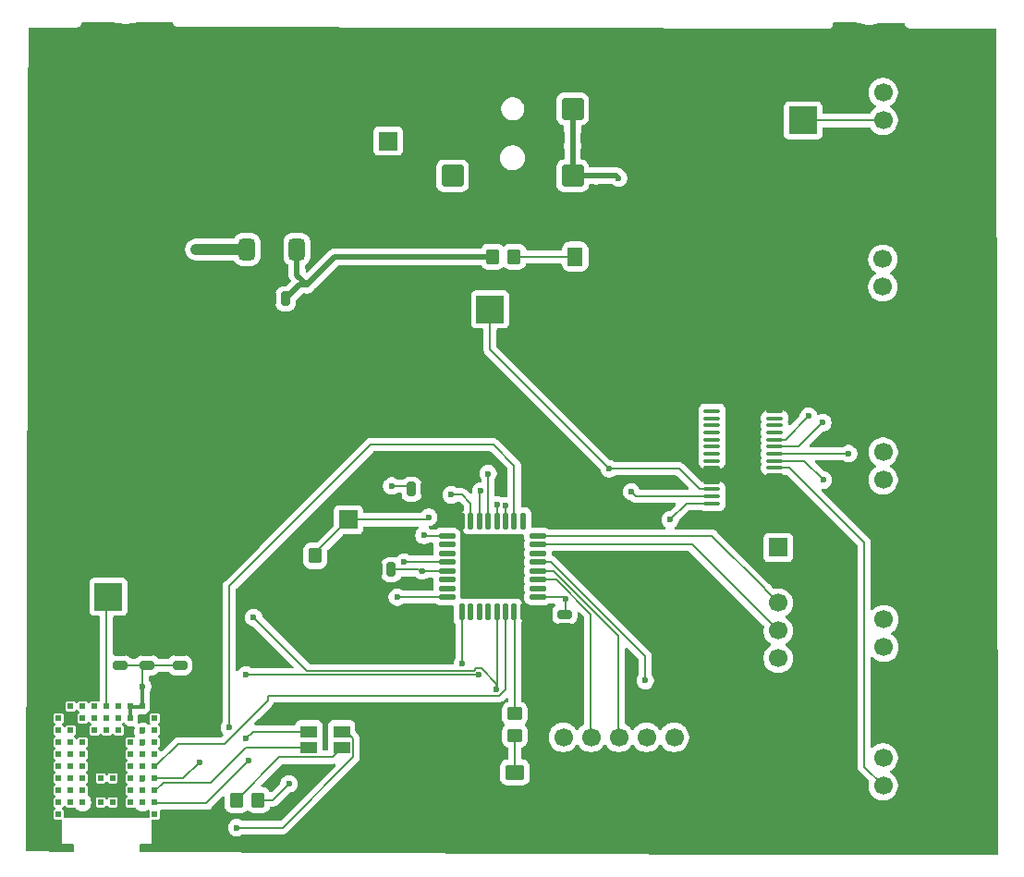
<source format=gbr>
%TF.GenerationSoftware,KiCad,Pcbnew,9.0.4*%
%TF.CreationDate,2025-10-16T20:53:51-05:00*%
%TF.ProjectId,MotorControl,4d6f746f-7243-46f6-9e74-726f6c2e6b69,rev?*%
%TF.SameCoordinates,Original*%
%TF.FileFunction,Copper,L1,Top*%
%TF.FilePolarity,Positive*%
%FSLAX46Y46*%
G04 Gerber Fmt 4.6, Leading zero omitted, Abs format (unit mm)*
G04 Created by KiCad (PCBNEW 9.0.4) date 2025-10-16 20:53:51*
%MOMM*%
%LPD*%
G01*
G04 APERTURE LIST*
G04 Aperture macros list*
%AMRoundRect*
0 Rectangle with rounded corners*
0 $1 Rounding radius*
0 $2 $3 $4 $5 $6 $7 $8 $9 X,Y pos of 4 corners*
0 Add a 4 corners polygon primitive as box body*
4,1,4,$2,$3,$4,$5,$6,$7,$8,$9,$2,$3,0*
0 Add four circle primitives for the rounded corners*
1,1,$1+$1,$2,$3*
1,1,$1+$1,$4,$5*
1,1,$1+$1,$6,$7*
1,1,$1+$1,$8,$9*
0 Add four rect primitives between the rounded corners*
20,1,$1+$1,$2,$3,$4,$5,0*
20,1,$1+$1,$4,$5,$6,$7,0*
20,1,$1+$1,$6,$7,$8,$9,0*
20,1,$1+$1,$8,$9,$2,$3,0*%
G04 Aperture macros list end*
%TA.AperFunction,ComponentPad*%
%ADD10R,1.700000X1.700000*%
%TD*%
%TA.AperFunction,ComponentPad*%
%ADD11C,1.700000*%
%TD*%
%TA.AperFunction,SMDPad,CuDef*%
%ADD12RoundRect,0.208750X-0.431250X0.208750X-0.431250X-0.208750X0.431250X-0.208750X0.431250X0.208750X0*%
%TD*%
%TA.AperFunction,SMDPad,CuDef*%
%ADD13RoundRect,0.250001X0.462499X0.624999X-0.462499X0.624999X-0.462499X-0.624999X0.462499X-0.624999X0*%
%TD*%
%TA.AperFunction,SMDPad,CuDef*%
%ADD14R,1.500000X1.100000*%
%TD*%
%TA.AperFunction,SMDPad,CuDef*%
%ADD15RoundRect,0.375000X0.375000X-0.625000X0.375000X0.625000X-0.375000X0.625000X-0.375000X-0.625000X0*%
%TD*%
%TA.AperFunction,SMDPad,CuDef*%
%ADD16RoundRect,0.500000X1.400000X-0.500000X1.400000X0.500000X-1.400000X0.500000X-1.400000X-0.500000X0*%
%TD*%
%TA.AperFunction,SMDPad,CuDef*%
%ADD17RoundRect,0.208750X0.208750X0.431250X-0.208750X0.431250X-0.208750X-0.431250X0.208750X-0.431250X0*%
%TD*%
%TA.AperFunction,SMDPad,CuDef*%
%ADD18R,2.500000X2.500000*%
%TD*%
%TA.AperFunction,SMDPad,CuDef*%
%ADD19RoundRect,0.250000X0.750000X0.750000X-0.750000X0.750000X-0.750000X-0.750000X0.750000X-0.750000X0*%
%TD*%
%TA.AperFunction,SMDPad,CuDef*%
%ADD20RoundRect,0.208750X0.431250X-0.208750X0.431250X0.208750X-0.431250X0.208750X-0.431250X-0.208750X0*%
%TD*%
%TA.AperFunction,SMDPad,CuDef*%
%ADD21RoundRect,0.250001X0.624999X-0.462499X0.624999X0.462499X-0.624999X0.462499X-0.624999X-0.462499X0*%
%TD*%
%TA.AperFunction,SMDPad,CuDef*%
%ADD22RoundRect,0.100000X0.637500X0.100000X-0.637500X0.100000X-0.637500X-0.100000X0.637500X-0.100000X0*%
%TD*%
%TA.AperFunction,SMDPad,CuDef*%
%ADD23RoundRect,0.250000X0.450000X-0.350000X0.450000X0.350000X-0.450000X0.350000X-0.450000X-0.350000X0*%
%TD*%
%TA.AperFunction,SMDPad,CuDef*%
%ADD24R,0.600000X0.600000*%
%TD*%
%TA.AperFunction,SMDPad,CuDef*%
%ADD25RoundRect,0.250000X-0.350000X-0.450000X0.350000X-0.450000X0.350000X0.450000X-0.350000X0.450000X0*%
%TD*%
%TA.AperFunction,SMDPad,CuDef*%
%ADD26RoundRect,0.250000X0.350000X0.450000X-0.350000X0.450000X-0.350000X-0.450000X0.350000X-0.450000X0*%
%TD*%
%TA.AperFunction,SMDPad,CuDef*%
%ADD27RoundRect,0.208750X-0.208750X-0.431250X0.208750X-0.431250X0.208750X0.431250X-0.208750X0.431250X0*%
%TD*%
%TA.AperFunction,SMDPad,CuDef*%
%ADD28RoundRect,0.125000X-0.625000X-0.125000X0.625000X-0.125000X0.625000X0.125000X-0.625000X0.125000X0*%
%TD*%
%TA.AperFunction,SMDPad,CuDef*%
%ADD29RoundRect,0.125000X-0.125000X-0.625000X0.125000X-0.625000X0.125000X0.625000X-0.125000X0.625000X0*%
%TD*%
%TA.AperFunction,ViaPad*%
%ADD30C,0.600000*%
%TD*%
%TA.AperFunction,ViaPad*%
%ADD31C,1.000000*%
%TD*%
%TA.AperFunction,Conductor*%
%ADD32C,0.500000*%
%TD*%
%TA.AperFunction,Conductor*%
%ADD33C,0.200000*%
%TD*%
%TA.AperFunction,Conductor*%
%ADD34C,0.300000*%
%TD*%
%TA.AperFunction,Conductor*%
%ADD35C,1.000000*%
%TD*%
G04 APERTURE END LIST*
D10*
%TO.P,J3,1,Pin_1*%
%TO.N,GND*%
X156422400Y-74574400D03*
D11*
%TO.P,J3,2,Pin_2*%
%TO.N,5V*%
X156422400Y-77114400D03*
%TO.P,J3,3,Pin_3*%
%TO.N,Net-(J3-Pin_3)*%
X156422400Y-79654400D03*
%TD*%
D12*
%TO.P,C7,1*%
%TO.N,GND*%
X89000000Y-95372500D03*
%TO.P,C7,2*%
%TO.N,+3.3V*%
X89000000Y-96627500D03*
%TD*%
D13*
%TO.P,D3,1,K*%
%TO.N,GND*%
X131185000Y-59200000D03*
%TO.P,D3,2,A*%
%TO.N,Net-(D3-A)*%
X128210000Y-59200000D03*
%TD*%
D14*
%TO.P,D1,1,A*%
%TO.N,Net-(D1-A)*%
X106817500Y-104220000D03*
%TO.P,D1,2,BK*%
%TO.N,BlueLED*%
X103817500Y-104220000D03*
%TO.P,D1,3,GK*%
%TO.N,GreenLED*%
X103817500Y-102720000D03*
%TO.P,D1,4,RK*%
%TO.N,RedLED*%
X106817500Y-102720000D03*
%TD*%
D15*
%TO.P,U3,1,VI*%
%TO.N,5V*%
X98118300Y-58547400D03*
%TO.P,U3,2,GND*%
%TO.N,GND*%
X100418300Y-58547400D03*
D16*
X100418300Y-52247400D03*
D15*
%TO.P,U3,3,VO*%
%TO.N,+3.3V*%
X102718300Y-58547400D03*
%TD*%
D17*
%TO.P,C3,1*%
%TO.N,+3.3V*%
X101673300Y-63068200D03*
%TO.P,C3,2*%
%TO.N,GND*%
X100418300Y-63068200D03*
%TD*%
D18*
%TO.P,TP3,1,1*%
%TO.N,DebugTX*%
X85450000Y-90350000D03*
%TD*%
D19*
%TO.P,J8,1*%
%TO.N,5V*%
X127975000Y-51800000D03*
X127975000Y-45650000D03*
%TO.P,J8,2*%
%TO.N,GND*%
X116975000Y-45650000D03*
%TO.P,J8,3*%
%TO.N,N/C*%
X116975000Y-51800000D03*
%TD*%
D18*
%TO.P,TP1,1,1*%
%TO.N,MotorControl_SCL*%
X120420000Y-64020000D03*
%TD*%
D20*
%TO.P,C5,1*%
%TO.N,+3.3V*%
X86500000Y-96627500D03*
%TO.P,C5,2*%
%TO.N,GND*%
X86500000Y-95372500D03*
%TD*%
D21*
%TO.P,D2,1,K*%
%TO.N,GND*%
X122682000Y-109437500D03*
%TO.P,D2,2,A*%
%TO.N,Net-(D2-A)*%
X122682000Y-106462500D03*
%TD*%
D22*
%TO.P,U1,1,A0*%
%TO.N,GND*%
X146475000Y-81800000D03*
%TO.P,U1,2,A1*%
X146475000Y-81150000D03*
%TO.P,U1,3,A2*%
X146475000Y-80500000D03*
%TO.P,U1,4,A3*%
X146475000Y-79850000D03*
%TO.P,U1,5,A4*%
X146475000Y-79200000D03*
%TO.P,U1,6,LED0*%
%TO.N,Net-(J7-Pin_3)*%
X146475000Y-78550000D03*
%TO.P,U1,7,LED1*%
%TO.N,Net-(J4-Pin_3)*%
X146475000Y-77900000D03*
%TO.P,U1,8,LED2*%
%TO.N,Net-(J3-Pin_3)*%
X146475000Y-77250000D03*
%TO.P,U1,9,LED3*%
%TO.N,Net-(J2-Pin_3)*%
X146475000Y-76600000D03*
%TO.P,U1,10,LED4*%
%TO.N,Motor1PWM*%
X146475000Y-75950000D03*
%TO.P,U1,11,LED5*%
%TO.N,unconnected-(U1-LED5-Pad11)*%
X146475000Y-75300000D03*
%TO.P,U1,12,LED6*%
%TO.N,unconnected-(U1-LED6-Pad12)*%
X146475000Y-74650000D03*
%TO.P,U1,13,LED7*%
%TO.N,unconnected-(U1-LED7-Pad13)*%
X146475000Y-74000000D03*
%TO.P,U1,14,VSS*%
%TO.N,GND*%
X146475000Y-73350000D03*
%TO.P,U1,15,LED8*%
%TO.N,unconnected-(U1-LED8-Pad15)*%
X140750000Y-73350000D03*
%TO.P,U1,16,LED9*%
%TO.N,unconnected-(U1-LED9-Pad16)*%
X140750000Y-74000000D03*
%TO.P,U1,17,LED10*%
%TO.N,unconnected-(U1-LED10-Pad17)*%
X140750000Y-74650000D03*
%TO.P,U1,18,LED11*%
%TO.N,unconnected-(U1-LED11-Pad18)*%
X140750000Y-75300000D03*
%TO.P,U1,19,LED12*%
%TO.N,unconnected-(U1-LED12-Pad19)*%
X140750000Y-75950000D03*
%TO.P,U1,20,LED13*%
%TO.N,unconnected-(U1-LED13-Pad20)*%
X140750000Y-76600000D03*
%TO.P,U1,21,LED14*%
%TO.N,unconnected-(U1-LED14-Pad21)*%
X140750000Y-77250000D03*
%TO.P,U1,22,LED15*%
%TO.N,unconnected-(U1-LED15-Pad22)*%
X140750000Y-77900000D03*
%TO.P,U1,23,~{OE}*%
%TO.N,GND*%
X140750000Y-78550000D03*
%TO.P,U1,24,A5*%
X140750000Y-79200000D03*
%TO.P,U1,25,EXTCLK*%
X140750000Y-79850000D03*
%TO.P,U1,26,SCL*%
%TO.N,MotorControl_SCL*%
X140750000Y-80500000D03*
%TO.P,U1,27,SDA*%
%TO.N,Net-(U1-SDA)*%
X140750000Y-81150000D03*
%TO.P,U1,28,VDD*%
%TO.N,+3.3V*%
X140750000Y-81800000D03*
%TD*%
D20*
%TO.P,C6,1*%
%TO.N,+3.3V*%
X92000000Y-96627500D03*
%TO.P,C6,2*%
%TO.N,GND*%
X92000000Y-95372500D03*
%TD*%
D23*
%TO.P,R1,1*%
%TO.N,Net-(D2-A)*%
X122682000Y-103092000D03*
%TO.P,R1,2*%
%TO.N,HeartBeat*%
X122682000Y-101092000D03*
%TD*%
D10*
%TO.P,J6,1,Pin_1*%
%TO.N,5V*%
X111075000Y-48600000D03*
D11*
%TO.P,J6,2,Pin_2*%
%TO.N,GND*%
X108535000Y-48600000D03*
%TD*%
D10*
%TO.P,J10,1,Pin_1*%
%TO.N,Boot*%
X107442000Y-83312000D03*
%TD*%
D24*
%TO.P,U2,A1,EGP*%
%TO.N,GND*%
X80883400Y-100400000D03*
%TO.P,U2,A2,FSPIWP/GPIO38*%
%TO.N,unconnected-(U2-FSPIWP{slash}GPIO38-PadA2)*%
X81983400Y-100400000D03*
%TO.P,U2,A3,GPIO17*%
%TO.N,unconnected-(U2-GPIO17-PadA3)*%
X83083400Y-100400000D03*
%TO.P,U2,A4,NC*%
%TO.N,unconnected-(U2-NC-PadA4)*%
X84183400Y-100400000D03*
%TO.P,U2,A5,FSPIDQS/GPIO14*%
%TO.N,DebugTX*%
X85283400Y-100400000D03*
%TO.P,U2,A6,FSPIIO7/GPIO13*%
%TO.N,unconnected-(U2-FSPIIO7{slash}GPIO13-PadA6)*%
X86383400Y-100400000D03*
%TO.P,U2,A7,VCCIO*%
%TO.N,+3.3V*%
X87483400Y-100400000D03*
%TO.P,U2,A8,VCC*%
X88583400Y-100400000D03*
%TO.P,U2,A9,EGP*%
%TO.N,GND*%
X89683400Y-100400000D03*
%TO.P,U2,B1,FSPICLK/GPIO36*%
%TO.N,unconnected-(U2-FSPICLK{slash}GPIO36-PadB1)*%
X80883400Y-101500000D03*
%TO.P,U2,B2,EGP*%
%TO.N,GND*%
X81983400Y-101500000D03*
%TO.P,U2,B3,FSPICS0/GPIO34*%
%TO.N,unconnected-(U2-FSPICS0{slash}GPIO34-PadB3)*%
X83083400Y-101500000D03*
%TO.P,U2,B4,GPIO18*%
%TO.N,unconnected-(U2-GPIO18-PadB4)*%
X84183400Y-101500000D03*
%TO.P,U2,B5,NC*%
%TO.N,unconnected-(U2-NC-PadB5)*%
X85283400Y-101500000D03*
%TO.P,U2,B6,XTAL_32K_N/LPO_IN_GPIO16*%
%TO.N,unconnected-(U2-XTAL_32K_N{slash}LPO_IN_GPIO16-PadB6)*%
X86383400Y-101500000D03*
%TO.P,U2,B7,VCCIO*%
%TO.N,+3.3V*%
X87483400Y-101500000D03*
%TO.P,U2,B8,EGP*%
%TO.N,GND*%
X88583400Y-101500000D03*
%TO.P,U2,B9,NC*%
%TO.N,unconnected-(U2-NC-PadB9)*%
X89683400Y-101500000D03*
%TO.P,U2,C1,FSPIQ/GPIO37*%
%TO.N,unconnected-(U2-FSPIQ{slash}GPIO37-PadC1)*%
X80883400Y-102600000D03*
%TO.P,U2,C2,FSPID/GPIO35*%
%TO.N,unconnected-(U2-FSPID{slash}GPIO35-PadC2)*%
X81983400Y-102600000D03*
%TO.P,U2,C4,SPICS0*%
%TO.N,unconnected-(U2-SPICS0-PadC4)*%
X84183400Y-102600000D03*
%TO.P,U2,C5,NC*%
%TO.N,unconnected-(U2-NC-PadC5)*%
X85283400Y-102600000D03*
%TO.P,U2,C6,XTAL_32K_P/GPIO15*%
%TO.N,unconnected-(U2-XTAL_32K_P{slash}GPIO15-PadC6)*%
X86383400Y-102600000D03*
%TO.P,U2,C8,GPIO21*%
%TO.N,Switch2*%
X88583400Y-102600000D03*
%TO.P,U2,C9,USB_P/GPIO20*%
%TO.N,unconnected-(U2-USB_P{slash}GPIO20-PadC9)*%
X89683400Y-102600000D03*
%TO.P,U2,D1,SPIWP*%
%TO.N,unconnected-(U2-SPIWP-PadD1)*%
X80883400Y-103700000D03*
%TO.P,U2,D2,SPID*%
%TO.N,unconnected-(U2-SPID-PadD2)*%
X81983400Y-103700000D03*
%TO.P,U2,D3,FSPIHD/GPIO33*%
%TO.N,unconnected-(U2-FSPIHD{slash}GPIO33-PadD3)*%
X83083400Y-103700000D03*
%TO.P,U2,D7,NC*%
%TO.N,unconnected-(U2-NC-PadD7)*%
X87483400Y-103700000D03*
%TO.P,U2,D8,GPIO4*%
%TO.N,Switch1*%
X88583400Y-103700000D03*
%TO.P,U2,D9,USB_N/GPIO19*%
%TO.N,unconnected-(U2-USB_N{slash}GPIO19-PadD9)*%
X89683400Y-103700000D03*
%TO.P,U2,E1,SPICS1*%
%TO.N,unconnected-(U2-SPICS1-PadE1)*%
X80883400Y-104800000D03*
%TO.P,U2,E2,SPIQ*%
%TO.N,unconnected-(U2-SPIQ-PadE2)*%
X81983400Y-104800000D03*
%TO.P,U2,E3,SPICLK_N/GPIO48*%
%TO.N,unconnected-(U2-SPICLK_N{slash}GPIO48-PadE3)*%
X83083400Y-104800000D03*
%TO.P,U2,E4,EGP*%
%TO.N,GND*%
X84733400Y-104800000D03*
%TO.P,U2,E5,EGP*%
X85833400Y-104800000D03*
%TO.P,U2,E7,GPIO9*%
%TO.N,unconnected-(U2-GPIO9-PadE7)*%
X87483400Y-104800000D03*
%TO.P,U2,E8,GPIO1*%
%TO.N,unconnected-(U2-GPIO1-PadE8)*%
X88583400Y-104800000D03*
%TO.P,U2,E9,GPIO7*%
%TO.N,unconnected-(U2-GPIO7-PadE9)*%
X89683400Y-104800000D03*
%TO.P,U2,F1,SPICLK*%
%TO.N,unconnected-(U2-SPICLK-PadF1)*%
X80883400Y-105900000D03*
%TO.P,U2,F2,SPIHD*%
%TO.N,unconnected-(U2-SPIHD-PadF2)*%
X81983400Y-105900000D03*
%TO.P,U2,F3,SPICLK_P/GPIO47*%
%TO.N,unconnected-(U2-SPICLK_P{slash}GPIO47-PadF3)*%
X83083400Y-105900000D03*
%TO.P,U2,F4,EGP*%
%TO.N,GND*%
X84733400Y-105900000D03*
%TO.P,U2,F5,EGP*%
X85833400Y-105900000D03*
%TO.P,U2,F7,GPIO0/BOOT*%
%TO.N,unconnected-(U2-GPIO0{slash}BOOT-PadF7)*%
X87483400Y-105900000D03*
%TO.P,U2,F8,GPIO45*%
%TO.N,UART_RTS->Board_CTS*%
X88583400Y-105900000D03*
%TO.P,U2,F9,GPIO6*%
%TO.N,UART_CTS->Board_RTS*%
X89683400Y-105900000D03*
%TO.P,U2,G1,MTDO/GPIO40*%
%TO.N,unconnected-(U2-MTDO{slash}GPIO40-PadG1)*%
X80883400Y-107000000D03*
%TO.P,U2,G2,FSPIIO6/GPIO12*%
%TO.N,unconnected-(U2-FSPIIO6{slash}GPIO12-PadG2)*%
X81983400Y-107000000D03*
%TO.P,U2,G3,FSPIIO5/GPIO11*%
%TO.N,unconnected-(U2-FSPIIO5{slash}GPIO11-PadG3)*%
X83083400Y-107000000D03*
%TO.P,U2,G4,NC*%
%TO.N,unconnected-(U2-NC-PadG4)*%
X84733400Y-107000000D03*
%TO.P,U2,G5,NC*%
%TO.N,unconnected-(U2-NC-PadG5)*%
X85833400Y-107000000D03*
%TO.P,U2,G7,NC*%
%TO.N,unconnected-(U2-NC-PadG7)*%
X87483400Y-107000000D03*
%TO.P,U2,G8,U0TXD/GPIO43*%
%TO.N,RX*%
X88583400Y-107000000D03*
%TO.P,U2,G9,U0RXD/GPIO44*%
%TO.N,TX*%
X89683400Y-107000000D03*
%TO.P,U2,H1,JTAG_TDI/GPIO41*%
%TO.N,unconnected-(U2-JTAG_TDI{slash}GPIO41-PadH1)*%
X80883400Y-108100000D03*
%TO.P,U2,H2,JTAG_TMS/GPIO42*%
%TO.N,unconnected-(U2-JTAG_TMS{slash}GPIO42-PadH2)*%
X81983400Y-108100000D03*
%TO.P,U2,H3,FSPIIO4/GPIO10*%
%TO.N,unconnected-(U2-FSPIIO4{slash}GPIO10-PadH3)*%
X83083400Y-108100000D03*
%TO.P,U2,H7,GPIO46*%
%TO.N,unconnected-(U2-GPIO46-PadH7)*%
X87483400Y-108100000D03*
%TO.P,U2,H8,GPIO2*%
%TO.N,GreenLED*%
X88583400Y-108100000D03*
%TO.P,U2,H9,GPIO8*%
%TO.N,BlueLED*%
X89683400Y-108100000D03*
%TO.P,U2,J1,VDD_SPI*%
%TO.N,unconnected-(U2-VDD_SPI-PadJ1)*%
X80883400Y-109200000D03*
%TO.P,U2,J2,JTAG_TCK/GPIO39*%
%TO.N,unconnected-(U2-JTAG_TCK{slash}GPIO39-PadJ2)*%
X81983400Y-109200000D03*
%TO.P,U2,J3,~{RESET}*%
%TO.N,Net-(U2-~{RESET})*%
X83083400Y-109200000D03*
%TO.P,U2,J4,NC*%
%TO.N,unconnected-(U2-NC-PadJ4)*%
X84733400Y-109200000D03*
%TO.P,U2,J5,NC*%
%TO.N,unconnected-(U2-NC-PadJ5)*%
X85833400Y-109200000D03*
%TO.P,U2,J7,NC*%
%TO.N,unconnected-(U2-NC-PadJ7)*%
X87483400Y-109200000D03*
%TO.P,U2,J8,GPIO5*%
%TO.N,RedLED*%
X88583400Y-109200000D03*
%TO.P,U2,J9,GPIO3*%
%TO.N,GPIO_J9*%
X89683400Y-109200000D03*
%TO.P,U2,K1,NC*%
%TO.N,unconnected-(U2-NC-PadK1)*%
X80883400Y-110300000D03*
%TO.P,U2,K2,EGP*%
%TO.N,GND*%
X81983400Y-110300000D03*
%TO.P,U2,K3,EGP*%
X83083400Y-110300000D03*
%TO.P,U2,K5,EGP*%
X85283400Y-110300000D03*
%TO.P,U2,K7,EGP*%
X87483400Y-110300000D03*
%TO.P,U2,K8,EGP*%
X88583400Y-110300000D03*
%TO.P,U2,K9,ANT*%
%TO.N,unconnected-(U2-ANT-PadK9)*%
X89683400Y-110300000D03*
%TO.P,U2,L1,EAGP*%
%TO.N,GND*%
X80883400Y-111800000D03*
%TO.P,U2,L9,EAGP*%
X89683400Y-111800000D03*
%TO.P,U2,M1,EAGP*%
X80883400Y-113300000D03*
%TO.P,U2,M2,EAGP*%
X81983400Y-113300000D03*
%TO.P,U2,M8,EAGP*%
X88583400Y-113300000D03*
%TO.P,U2,M9,EAGP*%
X89683400Y-113300000D03*
%TD*%
D10*
%TO.P,J5,1,Pin_1*%
%TO.N,+3.3V*%
X146812000Y-85852000D03*
D11*
%TO.P,J5,2,Pin_2*%
%TO.N,GND*%
X146812000Y-88392000D03*
%TO.P,J5,3,Pin_3*%
%TO.N,SWSCLK*%
X146812000Y-90932000D03*
%TO.P,J5,4,Pin_4*%
%TO.N,SWDIO*%
X146812000Y-93472000D03*
%TO.P,J5,5,Pin_5*%
%TO.N,NRST*%
X146812000Y-96012000D03*
%TD*%
D25*
%TO.P,R4,1*%
%TO.N,+3.3V*%
X120631400Y-59200000D03*
%TO.P,R4,2*%
%TO.N,Net-(D3-A)*%
X122631400Y-59200000D03*
%TD*%
D18*
%TO.P,TP2,1,1*%
%TO.N,Motor1PWM*%
X149098000Y-46736000D03*
%TD*%
D10*
%TO.P,J1,1,Pin_1*%
%TO.N,GND*%
X156422400Y-41630600D03*
D11*
%TO.P,J1,2,Pin_2*%
%TO.N,5V*%
X156422400Y-44170600D03*
%TO.P,J1,3,Pin_3*%
%TO.N,Motor1PWM*%
X156422400Y-46710600D03*
%TD*%
D10*
%TO.P,J7,1,Pin_1*%
%TO.N,GND*%
X156422400Y-102590600D03*
D11*
%TO.P,J7,2,Pin_2*%
%TO.N,5V*%
X156422400Y-105130600D03*
%TO.P,J7,3,Pin_3*%
%TO.N,Net-(J7-Pin_3)*%
X156422400Y-107670600D03*
%TD*%
D10*
%TO.P,J9,1,Pin_1*%
%TO.N,GND*%
X139830000Y-103240000D03*
D11*
%TO.P,J9,2,Pin_2*%
%TO.N,unconnected-(J9-Pin_2-Pad2)*%
X137290000Y-103240000D03*
%TO.P,J9,3,Pin_3*%
%TO.N,unconnected-(J9-Pin_3-Pad3)*%
X134750000Y-103240000D03*
%TO.P,J9,4,Pin_4*%
%TO.N,Debug_tx*%
X132210000Y-103240000D03*
%TO.P,J9,5,Pin_5*%
%TO.N,Debug_rx*%
X129670000Y-103240000D03*
%TO.P,J9,6,Pin_6*%
%TO.N,unconnected-(J9-Pin_6-Pad6)*%
X127130000Y-103240000D03*
%TD*%
D12*
%TO.P,C1,1*%
%TO.N,+3.3V*%
X127254000Y-91963000D03*
%TO.P,C1,2*%
%TO.N,GND*%
X127254000Y-93218000D03*
%TD*%
D10*
%TO.P,J2,1,Pin_1*%
%TO.N,GND*%
X156397000Y-56896000D03*
D11*
%TO.P,J2,2,Pin_2*%
%TO.N,5V*%
X156397000Y-59436000D03*
%TO.P,J2,3,Pin_3*%
%TO.N,Net-(J2-Pin_3)*%
X156397000Y-61976000D03*
%TD*%
D26*
%TO.P,R2,1*%
%TO.N,+3.3V*%
X99180000Y-108980000D03*
%TO.P,R2,2*%
%TO.N,Net-(D1-A)*%
X97180000Y-108980000D03*
%TD*%
D27*
%TO.P,C4,1*%
%TO.N,+3.3V*%
X113222800Y-80518000D03*
%TO.P,C4,2*%
%TO.N,GND*%
X114477800Y-80518000D03*
%TD*%
D28*
%TO.P,U4,1,VDD*%
%TO.N,+3.3V*%
X116455600Y-84788600D03*
%TO.P,U4,2,PC14*%
%TO.N,unconnected-(U4-PC14-Pad2)*%
X116455600Y-85588600D03*
%TO.P,U4,3,PC15*%
%TO.N,unconnected-(U4-PC15-Pad3)*%
X116455600Y-86388600D03*
%TO.P,U4,4,NRST*%
%TO.N,NRST*%
X116455600Y-87188600D03*
%TO.P,U4,5,VDDA*%
%TO.N,+3.3V*%
X116455600Y-87988600D03*
%TO.P,U4,6,PA0*%
%TO.N,unconnected-(U4-PA0-Pad6)*%
X116455600Y-88788600D03*
%TO.P,U4,7,PA1*%
%TO.N,unconnected-(U4-PA1-Pad7)*%
X116455600Y-89588600D03*
%TO.P,U4,8,PA2*%
%TO.N,TX*%
X116455600Y-90388600D03*
D29*
%TO.P,U4,9,PA3*%
%TO.N,RX*%
X117830600Y-91763600D03*
%TO.P,U4,10,PA4*%
%TO.N,unconnected-(U4-PA4-Pad10)*%
X118630600Y-91763600D03*
%TO.P,U4,11,PA5*%
%TO.N,unconnected-(U4-PA5-Pad11)*%
X119430600Y-91763600D03*
%TO.P,U4,12,PA6*%
%TO.N,unconnected-(U4-PA6-Pad12)*%
X120230600Y-91763600D03*
%TO.P,U4,13,PA7*%
%TO.N,Net-(U2-~{RESET})*%
X121030600Y-91763600D03*
%TO.P,U4,14,PB0*%
%TO.N,UART_CTS->Board_RTS*%
X121830600Y-91763600D03*
%TO.P,U4,15,PB1*%
%TO.N,HeartBeat*%
X122630600Y-91763600D03*
%TO.P,U4,16,VSS*%
%TO.N,GND*%
X123430600Y-91763600D03*
D28*
%TO.P,U4,17,VDD*%
%TO.N,+3.3V*%
X124805600Y-90388600D03*
%TO.P,U4,18,PA8*%
%TO.N,unconnected-(U4-PA8-Pad18)*%
X124805600Y-89588600D03*
%TO.P,U4,19,PA9*%
%TO.N,Debug_rx*%
X124805600Y-88788600D03*
%TO.P,U4,20,PA10*%
%TO.N,Debug_tx*%
X124805600Y-87988600D03*
%TO.P,U4,21,PA11*%
%TO.N,UART_RTS->Board_CTS*%
X124805600Y-87188600D03*
%TO.P,U4,22,PA12*%
%TO.N,unconnected-(U4-PA12-Pad22)*%
X124805600Y-86388600D03*
%TO.P,U4,23,PA13*%
%TO.N,SWDIO*%
X124805600Y-85588600D03*
%TO.P,U4,24,PA14*%
%TO.N,SWSCLK*%
X124805600Y-84788600D03*
D29*
%TO.P,U4,25,PA15*%
%TO.N,unconnected-(U4-PA15-Pad25)*%
X123430600Y-83413600D03*
%TO.P,U4,26,PB3*%
%TO.N,GPIO_J9*%
X122630600Y-83413600D03*
%TO.P,U4,27,PB4*%
%TO.N,Switch2*%
X121830600Y-83413600D03*
%TO.P,U4,28,PB5*%
%TO.N,Switch1*%
X121030600Y-83413600D03*
%TO.P,U4,29,PB6*%
%TO.N,MotorControl_SCL*%
X120230600Y-83413600D03*
%TO.P,U4,30,PB7*%
%TO.N,Net-(U1-SDA)*%
X119430600Y-83413600D03*
%TO.P,U4,31,BOOT0*%
%TO.N,Boot*%
X118630600Y-83413600D03*
%TO.P,U4,32,VSS*%
%TO.N,GND*%
X117830600Y-83413600D03*
%TD*%
D10*
%TO.P,J4,1,Pin_1*%
%TO.N,GND*%
X156498600Y-89916000D03*
D11*
%TO.P,J4,2,Pin_2*%
%TO.N,5V*%
X156498600Y-92456000D03*
%TO.P,J4,3,Pin_3*%
%TO.N,Net-(J4-Pin_3)*%
X156498600Y-94996000D03*
%TD*%
D17*
%TO.P,C2,1*%
%TO.N,+3.3V*%
X111371500Y-87884000D03*
%TO.P,C2,2*%
%TO.N,GND*%
X110116500Y-87884000D03*
%TD*%
D25*
%TO.P,R3,1*%
%TO.N,GND*%
X102394000Y-86614000D03*
%TO.P,R3,2*%
%TO.N,Boot*%
X104394000Y-86614000D03*
%TD*%
D30*
%TO.N,+3.3V*%
X114350800Y-84734400D03*
X127330200Y-90525600D03*
X86500000Y-96627500D03*
X102000000Y-107500000D03*
X136906000Y-83312000D03*
X103610000Y-61780000D03*
X102718300Y-58547400D03*
X89000000Y-96627500D03*
X111404400Y-80213200D03*
X88580000Y-98610000D03*
X114173000Y-87985600D03*
X102718300Y-60500000D03*
%TO.N,5V*%
X127975000Y-49034800D03*
X130110200Y-51800000D03*
X127975000Y-51800000D03*
X96000000Y-58547400D03*
X127975000Y-47534800D03*
X127975000Y-50534800D03*
X127975000Y-45650000D03*
D31*
X93472000Y-58547400D03*
D30*
X132191400Y-52003200D03*
%TO.N,TX*%
X93780000Y-105520000D03*
X111912400Y-90388600D03*
%TO.N,RX*%
X117880600Y-96519200D03*
X88583400Y-107061000D03*
%TO.N,Net-(U1-SDA)*%
X133350000Y-80729200D03*
X119557800Y-80670400D03*
%TO.N,GreenLED*%
X98044000Y-103378000D03*
X88583400Y-108077000D03*
%TO.N,Motor1PWM*%
X149594600Y-73800400D03*
%TO.N,UART_RTS->Board_CTS*%
X119380000Y-97536000D03*
X88583400Y-105918000D03*
X134620000Y-98044000D03*
X98044000Y-97536000D03*
%TO.N,Net-(J2-Pin_3)*%
X150890000Y-74410000D03*
%TO.N,Net-(J3-Pin_3)*%
X153252200Y-77249000D03*
%TO.N,Net-(J4-Pin_3)*%
X150940800Y-79667800D03*
%TO.N,RedLED*%
X88583400Y-109220000D03*
X97190000Y-111510000D03*
%TO.N,Net-(U2-~{RESET})*%
X121005000Y-98825000D03*
X98750000Y-92250000D03*
X83083400Y-109220000D03*
%TO.N,Switch2*%
X88583400Y-102688400D03*
X121830600Y-82000000D03*
%TO.N,NRST*%
X112522000Y-87188600D03*
%TO.N,Switch1*%
X88583400Y-103759000D03*
X121030600Y-81950000D03*
%TO.N,GPIO_J9*%
X98298000Y-105410000D03*
X96520000Y-102362000D03*
%TO.N,MotorControl_SCL*%
X120230000Y-79080000D03*
X131330000Y-78640000D03*
%TO.N,Boot*%
X116840000Y-81026000D03*
X114783000Y-83083000D03*
%TD*%
D32*
%TO.N,+3.3V*%
X106190000Y-59200000D02*
X103610000Y-61780000D01*
D33*
X89000000Y-96627500D02*
X92000000Y-96627500D01*
X86500000Y-96627500D02*
X89000000Y-96627500D01*
X114176000Y-87988600D02*
X116455600Y-87988600D01*
D34*
X87483400Y-100488400D02*
X88583400Y-100488400D01*
D33*
X114350800Y-84734400D02*
X114405000Y-84788600D01*
D32*
X101673300Y-63068200D02*
X102961500Y-61780000D01*
D33*
X111404400Y-80213200D02*
X112918000Y-80213200D01*
X114173000Y-87985600D02*
X114176000Y-87988600D01*
D32*
X102718300Y-60500000D02*
X102718300Y-60888300D01*
D33*
X102000000Y-107500000D02*
X100520000Y-108980000D01*
X88580000Y-100485000D02*
X88583400Y-100488400D01*
X89000000Y-96627500D02*
X88580000Y-97047500D01*
D32*
X120631400Y-59200000D02*
X106190000Y-59200000D01*
X102961500Y-61780000D02*
X103610000Y-61780000D01*
X102718300Y-58547400D02*
X102718300Y-60500000D01*
D33*
X127330200Y-91886800D02*
X127254000Y-91963000D01*
X114173000Y-87985600D02*
X113944400Y-87985600D01*
X140750000Y-81800000D02*
X138418000Y-81800000D01*
X127193200Y-90388600D02*
X127330200Y-90525600D01*
D34*
X88580000Y-98610000D02*
X88580000Y-100485000D01*
D33*
X88580000Y-98610000D02*
X88638000Y-98552000D01*
X88580000Y-98610000D02*
X88500000Y-98530000D01*
X88580000Y-97047500D02*
X88580000Y-97500000D01*
X114405000Y-84788600D02*
X116455600Y-84788600D01*
X88580000Y-97500000D02*
X88580000Y-98610000D01*
X113842800Y-87884000D02*
X111371500Y-87884000D01*
X113944400Y-87985600D02*
X113842800Y-87884000D01*
X127330200Y-90525600D02*
X127330200Y-91886800D01*
D34*
X87483400Y-101588400D02*
X87483400Y-100488400D01*
D33*
X138418000Y-81800000D02*
X136906000Y-83312000D01*
X124805600Y-90388600D02*
X127193200Y-90388600D01*
X100520000Y-108980000D02*
X99180000Y-108980000D01*
D32*
X102718300Y-60888300D02*
X103610000Y-61780000D01*
D33*
X112918000Y-80213200D02*
X113222800Y-80518000D01*
%TO.N,Net-(D3-A)*%
X122631400Y-59200000D02*
X128210000Y-59200000D01*
%TO.N,Net-(D1-A)*%
X105966500Y-105071000D02*
X106817500Y-104220000D01*
X101089000Y-105071000D02*
X105966500Y-105071000D01*
X97180000Y-108980000D02*
X101089000Y-105071000D01*
%TO.N,SWSCLK*%
X140744800Y-84788600D02*
X124805600Y-84788600D01*
X145618200Y-89662000D02*
X145618200Y-89738200D01*
X145618200Y-89738200D02*
X146812000Y-90932000D01*
X140744800Y-84788600D02*
X145618200Y-89662000D01*
%TO.N,SWDIO*%
X139004800Y-85664800D02*
X146812000Y-93472000D01*
X139004800Y-85588600D02*
X139004800Y-85664800D01*
X139004800Y-85588600D02*
X124805600Y-85588600D01*
D32*
%TO.N,5V*%
X131988200Y-51800000D02*
X130110200Y-51800000D01*
D35*
X96000000Y-58547400D02*
X98118300Y-58547400D01*
D32*
X127975000Y-51800000D02*
X127975000Y-50534800D01*
X127975000Y-49034800D02*
X127975000Y-47534800D01*
D33*
X132191400Y-52003200D02*
X131988200Y-51800000D01*
D32*
X127975000Y-49034800D02*
X127975000Y-50534800D01*
X130110200Y-51800000D02*
X128110200Y-51800000D01*
X127975000Y-47534800D02*
X127975000Y-45650000D01*
D35*
X93472000Y-58547400D02*
X96000000Y-58547400D01*
D32*
X128110200Y-51800000D02*
X127975000Y-51800000D01*
D33*
%TO.N,TX*%
X111912400Y-90388600D02*
X116455600Y-90388600D01*
X93780000Y-105520000D02*
X92300000Y-107000000D01*
X92300000Y-107000000D02*
X89683400Y-107000000D01*
%TO.N,RX*%
X117830600Y-96469200D02*
X117830600Y-91763600D01*
X117880600Y-96519200D02*
X117830600Y-96469200D01*
%TO.N,Net-(U1-SDA)*%
X140750000Y-81150000D02*
X133770800Y-81150000D01*
X119430600Y-80797600D02*
X119430600Y-83413600D01*
X133256400Y-80729200D02*
X133223000Y-80695800D01*
X119557800Y-80670400D02*
X119430600Y-80797600D01*
X133770800Y-81150000D02*
X133350000Y-80729200D01*
X133350000Y-80729200D02*
X133256400Y-80729200D01*
%TO.N,GreenLED*%
X98044000Y-103378000D02*
X98702000Y-102720000D01*
X98702000Y-102720000D02*
X103817500Y-102720000D01*
%TO.N,UART_CTS->Board_RTS*%
X121253943Y-99426000D02*
X121830600Y-98849343D01*
X91852800Y-103819000D02*
X96079000Y-103819000D01*
X89683400Y-105988400D02*
X91852800Y-103819000D01*
X96079000Y-103819000D02*
X100030503Y-99867497D01*
X121830600Y-98849343D02*
X121830600Y-91763600D01*
X100030503Y-99426000D02*
X121253943Y-99426000D01*
X100030503Y-99867497D02*
X100030503Y-99426000D01*
%TO.N,Motor1PWM*%
X146480400Y-75949000D02*
X147446000Y-75949000D01*
X149594600Y-73800400D02*
X149594600Y-73775000D01*
X156397000Y-46736000D02*
X156422400Y-46710600D01*
X149594600Y-73775000D02*
X149620000Y-73749600D01*
X149098000Y-46736000D02*
X156397000Y-46736000D01*
X147446000Y-75949000D02*
X149594600Y-73800400D01*
%TO.N,BlueLED*%
X103817500Y-104220000D02*
X98035685Y-104220000D01*
X90471800Y-107400000D02*
X89683400Y-108188400D01*
X94855685Y-107400000D02*
X90471800Y-107400000D01*
X98035685Y-104220000D02*
X94855685Y-107400000D01*
%TO.N,UART_RTS->Board_CTS*%
X134620000Y-95815800D02*
X125992800Y-87188600D01*
X134620000Y-98044000D02*
X134620000Y-95815800D01*
X125992800Y-87188600D02*
X124805600Y-87188600D01*
X98044000Y-97536000D02*
X119380000Y-97536000D01*
%TO.N,Net-(J2-Pin_3)*%
X150890000Y-74410000D02*
X150890000Y-74333800D01*
X146480400Y-76599000D02*
X148701000Y-76599000D01*
X148701000Y-76599000D02*
X150890000Y-74410000D01*
%TO.N,Net-(J3-Pin_3)*%
X153373400Y-77249000D02*
X153430000Y-77305600D01*
X146480400Y-77249000D02*
X153252200Y-77249000D01*
X153252200Y-77249000D02*
X153373400Y-77249000D01*
%TO.N,Net-(J4-Pin_3)*%
X150940800Y-79667800D02*
X150940800Y-79744000D01*
X146480400Y-77899000D02*
X149172000Y-77899000D01*
X149172000Y-77899000D02*
X150940800Y-79667800D01*
%TO.N,Net-(J7-Pin_3)*%
X147824400Y-78549000D02*
X154686000Y-85410600D01*
X146480400Y-78549000D02*
X147824400Y-78549000D01*
X154686000Y-105934200D02*
X156422400Y-107670600D01*
X154686000Y-85410600D02*
X154686000Y-105934200D01*
%TO.N,RedLED*%
X107868500Y-105071000D02*
X101429500Y-111510000D01*
X107868500Y-103369000D02*
X107868500Y-105071000D01*
X106817500Y-102720000D02*
X107219500Y-102720000D01*
X97180000Y-111500000D02*
X97190000Y-111510000D01*
X107219500Y-102720000D02*
X107868500Y-103369000D01*
X101429500Y-111510000D02*
X97190000Y-111510000D01*
%TO.N,DebugTX*%
X85283400Y-89723400D02*
X85270000Y-89710000D01*
X85283400Y-100488400D02*
X85283400Y-89723400D01*
%TO.N,Net-(D2-A)*%
X122682000Y-103092000D02*
X122682000Y-106462500D01*
%TO.N,Net-(U2-~{RESET})*%
X103635000Y-97135000D02*
X118931057Y-97135000D01*
X119628943Y-96935000D02*
X121005000Y-98311057D01*
X119131057Y-96935000D02*
X119628943Y-96935000D01*
X121005000Y-98311057D02*
X121005000Y-98825000D01*
X121005000Y-98825000D02*
X121030600Y-98799400D01*
X121030600Y-98799400D02*
X121030600Y-91763600D01*
X98750000Y-92250000D02*
X103635000Y-97135000D01*
X118931057Y-97135000D02*
X119131057Y-96935000D01*
%TO.N,Switch2*%
X121830600Y-82000000D02*
X121830600Y-83413600D01*
%TO.N,NRST*%
X116455600Y-87188600D02*
X112522000Y-87188600D01*
%TO.N,HeartBeat*%
X122682000Y-91815000D02*
X122682000Y-101092000D01*
X122630600Y-91763600D02*
X122682000Y-91815000D01*
%TO.N,Switch1*%
X121030600Y-81950000D02*
X121030600Y-83413600D01*
%TO.N,GPIO_J9*%
X109400000Y-76440000D02*
X109400000Y-76528000D01*
X122630600Y-78340657D02*
X120729943Y-76440000D01*
X89683400Y-109288400D02*
X94419600Y-109288400D01*
X122630600Y-83413600D02*
X122630600Y-78340657D01*
X94419600Y-109288400D02*
X98298000Y-105410000D01*
X96520000Y-101600000D02*
X96520000Y-102362000D01*
X109400000Y-76528000D02*
X96520000Y-89408000D01*
X96520000Y-89408000D02*
X96520000Y-101600000D01*
X120729943Y-76440000D02*
X109400000Y-76440000D01*
%TO.N,MotorControl_SCL*%
X137734630Y-78640000D02*
X131330000Y-78640000D01*
X140750000Y-80500000D02*
X139594630Y-80500000D01*
X120230600Y-83413600D02*
X120230600Y-79080600D01*
X120230600Y-79080600D02*
X120230000Y-79080000D01*
X120420000Y-67730000D02*
X131330000Y-78640000D01*
X120420000Y-64020000D02*
X120420000Y-67730000D01*
X139594630Y-80500000D02*
X137734630Y-78640000D01*
%TO.N,Debug_tx*%
X132180000Y-93942900D02*
X126225700Y-87988600D01*
X132180000Y-103340000D02*
X132180000Y-93942900D01*
X126225700Y-87988600D02*
X124805600Y-87988600D01*
%TO.N,Debug_rx*%
X126458600Y-88788600D02*
X124805600Y-88788600D01*
X129640000Y-103340000D02*
X129640000Y-91970000D01*
X129640000Y-91970000D02*
X126458600Y-88788600D01*
%TO.N,Boot*%
X117856000Y-81026000D02*
X116840000Y-81026000D01*
X104394000Y-86614000D02*
X104394000Y-86360000D01*
X114783000Y-83083000D02*
X114554000Y-83312000D01*
X107442000Y-83312000D02*
X114554000Y-83312000D01*
X118630600Y-81800600D02*
X117856000Y-81026000D01*
X118630600Y-83413600D02*
X118630600Y-81800600D01*
X104394000Y-86360000D02*
X107442000Y-83312000D01*
%TD*%
%TA.AperFunction,Conductor*%
%TO.N,GND*%
G36*
X85902591Y-37702662D02*
G01*
X85938474Y-37708000D01*
X86124853Y-37764538D01*
X86477185Y-37834622D01*
X86477192Y-37834622D01*
X86477194Y-37834623D01*
X86576460Y-37844399D01*
X86834690Y-37869833D01*
X86834693Y-37869833D01*
X87193921Y-37869833D01*
X87193924Y-37869833D01*
X87551429Y-37834622D01*
X87903761Y-37764538D01*
X88083834Y-37709913D01*
X88119925Y-37704575D01*
X91227071Y-37707255D01*
X91252088Y-37714624D01*
X91277923Y-37718210D01*
X91285065Y-37724338D01*
X91294092Y-37726997D01*
X91311154Y-37746722D01*
X91330950Y-37763707D01*
X91336315Y-37775810D01*
X91339802Y-37779841D01*
X91345768Y-37795739D01*
X91346344Y-37797668D01*
X91357974Y-37841648D01*
X91361147Y-37847188D01*
X91363076Y-37853638D01*
X91363208Y-37853936D01*
X91363210Y-37853942D01*
X91363212Y-37853946D01*
X91363213Y-37853947D01*
X91393171Y-37903168D01*
X91393172Y-37903168D01*
X91394033Y-37904583D01*
X91423489Y-37955992D01*
X91428230Y-37960764D01*
X91431727Y-37966509D01*
X91431732Y-37966516D01*
X91473397Y-38006293D01*
X91475739Y-38008589D01*
X91516365Y-38049483D01*
X91516367Y-38049484D01*
X91516368Y-38049485D01*
X91522181Y-38052867D01*
X91527049Y-38057514D01*
X91579061Y-38085956D01*
X91580481Y-38086783D01*
X91630278Y-38115753D01*
X91636475Y-38118344D01*
X91642669Y-38120743D01*
X91642672Y-38120743D01*
X91642673Y-38120744D01*
X91700282Y-38134757D01*
X91757459Y-38150280D01*
X91764184Y-38150302D01*
X91770724Y-38151893D01*
X91828414Y-38150555D01*
X91831622Y-38150524D01*
X151294293Y-38346483D01*
X151356158Y-38347685D01*
X151360138Y-38346700D01*
X151364229Y-38346714D01*
X151364229Y-38346713D01*
X151364242Y-38346714D01*
X151424051Y-38330899D01*
X151484090Y-38316056D01*
X151487680Y-38314075D01*
X151491648Y-38313026D01*
X151545335Y-38282265D01*
X151599477Y-38252394D01*
X151602427Y-38249554D01*
X151605982Y-38247518D01*
X151605986Y-38247514D01*
X151605993Y-38247511D01*
X151649886Y-38203904D01*
X151694455Y-38161035D01*
X151696574Y-38157523D01*
X151699485Y-38154632D01*
X151726595Y-38108029D01*
X151730107Y-38101994D01*
X151730109Y-38101991D01*
X151730598Y-38101150D01*
X151762552Y-38048209D01*
X151763687Y-38044273D01*
X151765747Y-38040734D01*
X151765748Y-38040729D01*
X151765753Y-38040722D01*
X151781713Y-37981928D01*
X151782217Y-37980131D01*
X151799126Y-37921601D01*
X151799126Y-37921587D01*
X151799358Y-37920062D01*
X151799880Y-37916615D01*
X151799887Y-37916565D01*
X151800029Y-37915623D01*
X151800071Y-37915086D01*
X151800278Y-37913545D01*
X151800280Y-37913541D01*
X151800379Y-37883207D01*
X151820281Y-37816235D01*
X151873233Y-37770652D01*
X151924479Y-37759614D01*
X153980146Y-37761387D01*
X154016033Y-37766726D01*
X154260546Y-37840898D01*
X154612878Y-37910982D01*
X154612885Y-37910982D01*
X154612887Y-37910983D01*
X154669563Y-37916565D01*
X154970383Y-37946193D01*
X154970386Y-37946193D01*
X155329614Y-37946193D01*
X155329617Y-37946193D01*
X155687122Y-37910982D01*
X156039454Y-37840898D01*
X156277340Y-37768736D01*
X156313419Y-37763399D01*
X158257811Y-37765076D01*
X158283172Y-37772547D01*
X158309336Y-37776338D01*
X158316159Y-37782263D01*
X158324831Y-37784818D01*
X158342128Y-37804815D01*
X158362090Y-37822150D01*
X158367611Y-37834275D01*
X158370541Y-37837662D01*
X158376717Y-37854271D01*
X158392600Y-37908582D01*
X158393369Y-37911329D01*
X158408544Y-37968033D01*
X158410777Y-37973429D01*
X158413115Y-37978728D01*
X158413117Y-37978732D01*
X158413118Y-37978733D01*
X158444357Y-38030109D01*
X158474403Y-38082187D01*
X158478539Y-38086325D01*
X158481583Y-38091331D01*
X158481585Y-38091334D01*
X158524054Y-38131916D01*
X158525088Y-38132904D01*
X158567559Y-38175402D01*
X158572624Y-38178328D01*
X158576855Y-38182371D01*
X158576861Y-38182375D01*
X158576865Y-38182379D01*
X158580864Y-38184568D01*
X158628342Y-38210560D01*
X158630826Y-38211956D01*
X158681666Y-38241331D01*
X158681672Y-38241332D01*
X158687064Y-38243568D01*
X158692456Y-38245659D01*
X158692458Y-38245659D01*
X158692461Y-38245661D01*
X158750872Y-38259897D01*
X158808949Y-38275479D01*
X158814805Y-38275480D01*
X158820497Y-38276868D01*
X158879211Y-38275532D01*
X158881990Y-38275501D01*
X166663067Y-38277970D01*
X166730099Y-38297676D01*
X166775837Y-38350494D01*
X166787026Y-38401655D01*
X166978535Y-113898188D01*
X166959020Y-113965278D01*
X166906332Y-114011166D01*
X166854535Y-114022503D01*
X144365800Y-114022503D01*
X144365210Y-114022502D01*
X88406810Y-113756134D01*
X88339865Y-113736130D01*
X88294362Y-113683109D01*
X88283400Y-113632135D01*
X88283400Y-113124000D01*
X88303085Y-113056961D01*
X88355889Y-113011206D01*
X88407400Y-113000000D01*
X89383400Y-113000000D01*
X89383400Y-110874500D01*
X89403085Y-110807461D01*
X89455889Y-110761706D01*
X89507400Y-110750500D01*
X89998222Y-110750500D01*
X90042117Y-110741768D01*
X90042117Y-110741767D01*
X90042122Y-110741767D01*
X90091904Y-110708504D01*
X90125167Y-110658722D01*
X90133900Y-110614820D01*
X90133900Y-110012900D01*
X90153585Y-109945861D01*
X90206389Y-109900106D01*
X90257900Y-109888900D01*
X94332931Y-109888900D01*
X94332947Y-109888901D01*
X94340543Y-109888901D01*
X94498654Y-109888901D01*
X94498657Y-109888901D01*
X94651385Y-109847977D01*
X94701504Y-109819039D01*
X94788316Y-109768920D01*
X94900120Y-109657116D01*
X94900120Y-109657114D01*
X94910328Y-109646907D01*
X94910330Y-109646904D01*
X95867821Y-108689412D01*
X95929142Y-108655929D01*
X95998834Y-108660913D01*
X96054767Y-108702785D01*
X96079184Y-108768249D01*
X96079500Y-108777095D01*
X96079500Y-109480001D01*
X96079501Y-109480019D01*
X96090000Y-109582796D01*
X96090001Y-109582799D01*
X96127653Y-109696424D01*
X96145186Y-109749334D01*
X96237288Y-109898656D01*
X96361344Y-110022712D01*
X96510666Y-110114814D01*
X96677203Y-110169999D01*
X96779991Y-110180500D01*
X97580008Y-110180499D01*
X97580016Y-110180498D01*
X97580019Y-110180498D01*
X97636302Y-110174748D01*
X97682797Y-110169999D01*
X97849334Y-110114814D01*
X97998656Y-110022712D01*
X98092319Y-109929049D01*
X98153642Y-109895564D01*
X98223334Y-109900548D01*
X98267681Y-109929049D01*
X98361344Y-110022712D01*
X98510666Y-110114814D01*
X98677203Y-110169999D01*
X98779991Y-110180500D01*
X99580008Y-110180499D01*
X99580016Y-110180498D01*
X99580019Y-110180498D01*
X99636302Y-110174748D01*
X99682797Y-110169999D01*
X99849334Y-110114814D01*
X99998656Y-110022712D01*
X100122712Y-109898656D01*
X100214814Y-109749334D01*
X100242595Y-109665495D01*
X100256465Y-109645463D01*
X100266588Y-109623297D01*
X100276000Y-109617248D01*
X100282368Y-109608051D01*
X100304866Y-109598697D01*
X100325366Y-109585523D01*
X100342467Y-109583064D01*
X100346884Y-109581228D01*
X100360301Y-109580500D01*
X100433331Y-109580500D01*
X100433347Y-109580501D01*
X100440943Y-109580501D01*
X100599054Y-109580501D01*
X100599057Y-109580501D01*
X100751785Y-109539577D01*
X100801904Y-109510639D01*
X100888716Y-109460520D01*
X101000520Y-109348716D01*
X101000520Y-109348714D01*
X101010728Y-109338507D01*
X101010729Y-109338504D01*
X102014662Y-108334572D01*
X102075983Y-108301089D01*
X102078150Y-108300638D01*
X102136085Y-108289113D01*
X102233497Y-108269737D01*
X102346166Y-108223067D01*
X102379172Y-108209397D01*
X102379172Y-108209396D01*
X102379179Y-108209394D01*
X102510289Y-108121789D01*
X102621789Y-108010289D01*
X102709394Y-107879179D01*
X102769737Y-107733497D01*
X102800500Y-107578842D01*
X102800500Y-107421158D01*
X102800500Y-107421155D01*
X102800499Y-107421153D01*
X102788081Y-107358724D01*
X102769737Y-107266503D01*
X102760555Y-107244335D01*
X102709397Y-107120827D01*
X102709390Y-107120814D01*
X102621789Y-106989711D01*
X102621786Y-106989707D01*
X102510292Y-106878213D01*
X102510288Y-106878210D01*
X102379185Y-106790609D01*
X102379172Y-106790602D01*
X102233501Y-106730264D01*
X102233489Y-106730261D01*
X102078845Y-106699500D01*
X102078842Y-106699500D01*
X101921158Y-106699500D01*
X101921155Y-106699500D01*
X101766510Y-106730261D01*
X101766498Y-106730264D01*
X101620827Y-106790602D01*
X101620814Y-106790609D01*
X101489711Y-106878210D01*
X101489707Y-106878213D01*
X101378213Y-106989707D01*
X101378210Y-106989711D01*
X101290609Y-107120814D01*
X101290602Y-107120827D01*
X101230264Y-107266498D01*
X101230261Y-107266508D01*
X101199361Y-107421850D01*
X101166976Y-107483761D01*
X101165425Y-107485339D01*
X100411650Y-108239114D01*
X100350327Y-108272599D01*
X100280635Y-108267615D01*
X100224702Y-108225743D01*
X100218430Y-108216529D01*
X100159994Y-108121789D01*
X100122712Y-108061344D01*
X99998656Y-107937288D01*
X99849334Y-107845186D01*
X99682797Y-107790001D01*
X99682795Y-107790000D01*
X99580016Y-107779500D01*
X99580009Y-107779500D01*
X99529096Y-107779500D01*
X99462057Y-107759815D01*
X99416302Y-107707011D01*
X99406358Y-107637853D01*
X99435383Y-107574297D01*
X99441415Y-107567819D01*
X100306766Y-106702469D01*
X101301416Y-105707819D01*
X101362739Y-105674334D01*
X101389097Y-105671500D01*
X105879831Y-105671500D01*
X105879847Y-105671501D01*
X105887443Y-105671501D01*
X106045555Y-105671501D01*
X106045557Y-105671501D01*
X106108362Y-105654672D01*
X106178210Y-105656333D01*
X106236073Y-105695495D01*
X106263578Y-105759723D01*
X106251992Y-105828626D01*
X106228136Y-105862127D01*
X101217084Y-110873181D01*
X101155761Y-110906666D01*
X101129403Y-110909500D01*
X97769766Y-110909500D01*
X97702727Y-110889815D01*
X97700875Y-110888602D01*
X97569185Y-110800609D01*
X97569172Y-110800602D01*
X97423501Y-110740264D01*
X97423489Y-110740261D01*
X97268845Y-110709500D01*
X97268842Y-110709500D01*
X97111158Y-110709500D01*
X97111155Y-110709500D01*
X96956510Y-110740261D01*
X96956498Y-110740264D01*
X96810827Y-110800602D01*
X96810814Y-110800609D01*
X96679711Y-110888210D01*
X96679707Y-110888213D01*
X96568213Y-110999707D01*
X96568210Y-110999711D01*
X96480609Y-111130814D01*
X96480602Y-111130827D01*
X96420264Y-111276498D01*
X96420261Y-111276510D01*
X96389500Y-111431153D01*
X96389500Y-111588846D01*
X96420261Y-111743489D01*
X96420264Y-111743501D01*
X96480602Y-111889172D01*
X96480609Y-111889185D01*
X96568210Y-112020288D01*
X96568213Y-112020292D01*
X96679707Y-112131786D01*
X96679711Y-112131789D01*
X96810814Y-112219390D01*
X96810827Y-112219397D01*
X96956498Y-112279735D01*
X96956503Y-112279737D01*
X97111153Y-112310499D01*
X97111156Y-112310500D01*
X97111158Y-112310500D01*
X97268844Y-112310500D01*
X97268845Y-112310499D01*
X97423497Y-112279737D01*
X97569179Y-112219394D01*
X97569185Y-112219390D01*
X97700875Y-112131398D01*
X97767553Y-112110520D01*
X97769766Y-112110500D01*
X101342831Y-112110500D01*
X101342847Y-112110501D01*
X101350443Y-112110501D01*
X101508554Y-112110501D01*
X101508557Y-112110501D01*
X101661285Y-112069577D01*
X101711404Y-112040639D01*
X101798216Y-111990520D01*
X101910020Y-111878716D01*
X101910020Y-111878714D01*
X101920228Y-111868507D01*
X101920230Y-111868504D01*
X108227006Y-105561728D01*
X108227011Y-105561724D01*
X108237214Y-105551520D01*
X108237216Y-105551520D01*
X108349020Y-105439716D01*
X108405704Y-105341535D01*
X108428077Y-105302785D01*
X108469000Y-105150057D01*
X108469000Y-104991943D01*
X108469000Y-103458060D01*
X108469001Y-103458047D01*
X108469001Y-103289944D01*
X108469001Y-103289943D01*
X108428077Y-103137216D01*
X108406885Y-103100510D01*
X108349024Y-103000290D01*
X108349018Y-103000282D01*
X108104318Y-102755582D01*
X108070833Y-102694259D01*
X108067999Y-102667901D01*
X108067999Y-102122129D01*
X108067998Y-102122123D01*
X108067997Y-102122116D01*
X108062378Y-102069835D01*
X108061591Y-102062516D01*
X108011297Y-101927671D01*
X108011293Y-101927664D01*
X107925047Y-101812455D01*
X107925044Y-101812452D01*
X107809835Y-101726206D01*
X107809828Y-101726202D01*
X107674982Y-101675908D01*
X107674983Y-101675908D01*
X107615383Y-101669501D01*
X107615381Y-101669500D01*
X107615373Y-101669500D01*
X107615364Y-101669500D01*
X106019629Y-101669500D01*
X106019623Y-101669501D01*
X105960016Y-101675908D01*
X105825171Y-101726202D01*
X105825164Y-101726206D01*
X105709955Y-101812452D01*
X105709952Y-101812455D01*
X105623706Y-101927664D01*
X105623702Y-101927671D01*
X105573408Y-102062517D01*
X105567282Y-102119500D01*
X105567001Y-102122123D01*
X105567000Y-102122135D01*
X105567000Y-103317870D01*
X105567001Y-103317876D01*
X105573408Y-103377482D01*
X105582728Y-103402469D01*
X105591752Y-103426665D01*
X105591753Y-103426666D01*
X105596737Y-103496358D01*
X105591753Y-103513331D01*
X105573409Y-103562514D01*
X105573408Y-103562516D01*
X105568197Y-103610990D01*
X105567000Y-103622127D01*
X105567000Y-104034712D01*
X105567001Y-104346500D01*
X105547317Y-104413539D01*
X105494513Y-104459294D01*
X105443001Y-104470500D01*
X105192000Y-104470500D01*
X105124961Y-104450815D01*
X105079206Y-104398011D01*
X105068000Y-104346500D01*
X105067999Y-103622129D01*
X105067998Y-103622123D01*
X105061591Y-103562517D01*
X105059251Y-103556243D01*
X105043247Y-103513334D01*
X105038262Y-103443643D01*
X105043247Y-103426665D01*
X105052733Y-103401232D01*
X105061591Y-103377483D01*
X105068000Y-103317873D01*
X105067999Y-102122128D01*
X105062378Y-102069835D01*
X105061591Y-102062516D01*
X105011297Y-101927671D01*
X105011293Y-101927664D01*
X104925047Y-101812455D01*
X104925044Y-101812452D01*
X104809835Y-101726206D01*
X104809828Y-101726202D01*
X104674982Y-101675908D01*
X104674983Y-101675908D01*
X104615383Y-101669501D01*
X104615381Y-101669500D01*
X104615373Y-101669500D01*
X104615364Y-101669500D01*
X103019629Y-101669500D01*
X103019623Y-101669501D01*
X102960016Y-101675908D01*
X102825171Y-101726202D01*
X102825164Y-101726206D01*
X102709955Y-101812452D01*
X102709952Y-101812455D01*
X102623706Y-101927664D01*
X102623702Y-101927671D01*
X102582242Y-102038833D01*
X102540371Y-102094767D01*
X102474907Y-102119184D01*
X102466060Y-102119500D01*
X98927097Y-102119500D01*
X98860058Y-102099815D01*
X98814303Y-102047011D01*
X98804359Y-101977853D01*
X98833384Y-101914297D01*
X98839416Y-101907819D01*
X99226292Y-101520943D01*
X100389009Y-100358224D01*
X100389014Y-100358221D01*
X100399217Y-100348017D01*
X100399219Y-100348017D01*
X100511023Y-100236213D01*
X100561209Y-100149288D01*
X100590080Y-100099282D01*
X100590533Y-100097589D01*
X100595229Y-100089313D01*
X100615054Y-100070121D01*
X100632366Y-100048641D01*
X100639799Y-100046167D01*
X100645430Y-100040717D01*
X100672482Y-100035290D01*
X100698661Y-100026579D01*
X100703082Y-100026500D01*
X121167274Y-100026500D01*
X121167290Y-100026501D01*
X121174886Y-100026501D01*
X121332997Y-100026501D01*
X121333000Y-100026501D01*
X121485728Y-99985577D01*
X121553317Y-99946554D01*
X121622659Y-99906520D01*
X121734463Y-99794716D01*
X121734463Y-99794714D01*
X121744665Y-99784513D01*
X121744668Y-99784508D01*
X121869822Y-99659355D01*
X121931142Y-99625873D01*
X122000834Y-99630857D01*
X122056767Y-99672729D01*
X122081184Y-99738193D01*
X122081500Y-99747039D01*
X122081500Y-99911699D01*
X122073713Y-99938216D01*
X122069227Y-99965485D01*
X122064009Y-99971265D01*
X122061815Y-99978738D01*
X122040930Y-99996834D01*
X122022412Y-100017351D01*
X122014896Y-100019393D01*
X122009011Y-100024493D01*
X121996507Y-100029403D01*
X121978744Y-100035290D01*
X121912668Y-100057185D01*
X121912663Y-100057187D01*
X121763342Y-100149289D01*
X121639289Y-100273342D01*
X121547187Y-100422663D01*
X121547185Y-100422668D01*
X121546634Y-100424331D01*
X121492001Y-100589203D01*
X121492001Y-100589204D01*
X121492000Y-100589204D01*
X121481500Y-100691983D01*
X121481500Y-101492001D01*
X121481501Y-101492019D01*
X121492000Y-101594796D01*
X121492001Y-101594799D01*
X121518879Y-101675909D01*
X121547186Y-101761334D01*
X121637961Y-101908505D01*
X121639289Y-101910657D01*
X121732951Y-102004319D01*
X121766436Y-102065642D01*
X121761452Y-102135334D01*
X121732951Y-102179681D01*
X121639289Y-102273342D01*
X121547187Y-102422663D01*
X121547185Y-102422668D01*
X121536501Y-102454910D01*
X121492001Y-102589203D01*
X121492001Y-102589204D01*
X121492000Y-102589204D01*
X121481500Y-102691983D01*
X121481500Y-103492001D01*
X121481501Y-103492019D01*
X121492000Y-103594796D01*
X121492001Y-103594799D01*
X121545809Y-103757179D01*
X121547186Y-103761334D01*
X121639288Y-103910656D01*
X121763344Y-104034712D01*
X121912666Y-104126814D01*
X121996505Y-104154595D01*
X122053948Y-104194366D01*
X122080772Y-104258882D01*
X122081500Y-104272300D01*
X122081500Y-105129910D01*
X122061815Y-105196949D01*
X122009011Y-105242704D01*
X121970103Y-105253268D01*
X121904205Y-105260000D01*
X121904203Y-105260001D01*
X121737664Y-105315186D01*
X121737662Y-105315187D01*
X121588348Y-105407286D01*
X121588344Y-105407289D01*
X121464289Y-105531344D01*
X121464286Y-105531348D01*
X121372187Y-105680662D01*
X121372186Y-105680664D01*
X121317001Y-105847203D01*
X121317000Y-105847204D01*
X121306500Y-105949984D01*
X121306500Y-106975015D01*
X121317000Y-107077795D01*
X121317001Y-107077797D01*
X121331258Y-107120821D01*
X121372186Y-107244335D01*
X121372187Y-107244337D01*
X121464286Y-107393651D01*
X121464289Y-107393655D01*
X121588344Y-107517710D01*
X121588348Y-107517713D01*
X121737662Y-107609812D01*
X121737664Y-107609813D01*
X121737666Y-107609814D01*
X121904203Y-107664999D01*
X122006992Y-107675500D01*
X122006997Y-107675500D01*
X123357003Y-107675500D01*
X123357008Y-107675500D01*
X123459797Y-107664999D01*
X123626334Y-107609814D01*
X123775655Y-107517711D01*
X123899711Y-107393655D01*
X123991814Y-107244334D01*
X124046999Y-107077797D01*
X124057500Y-106975008D01*
X124057500Y-105949992D01*
X124046999Y-105847203D01*
X123991814Y-105680666D01*
X123987908Y-105674334D01*
X123899713Y-105531348D01*
X123899710Y-105531344D01*
X123775655Y-105407289D01*
X123775651Y-105407286D01*
X123626337Y-105315187D01*
X123626335Y-105315186D01*
X123539775Y-105286503D01*
X123459797Y-105260001D01*
X123459795Y-105260000D01*
X123459794Y-105260000D01*
X123393897Y-105253268D01*
X123329205Y-105226871D01*
X123289054Y-105169690D01*
X123282500Y-105129910D01*
X123282500Y-104272300D01*
X123302185Y-104205261D01*
X123354989Y-104159506D01*
X123367482Y-104154599D01*
X123451334Y-104126814D01*
X123600656Y-104034712D01*
X123724712Y-103910656D01*
X123816814Y-103761334D01*
X123871999Y-103594797D01*
X123882500Y-103492009D01*
X123882499Y-102691992D01*
X123871999Y-102589203D01*
X123816814Y-102422666D01*
X123724712Y-102273344D01*
X123631049Y-102179681D01*
X123597564Y-102118358D01*
X123602548Y-102048666D01*
X123631049Y-102004319D01*
X123674196Y-101961172D01*
X123724712Y-101910656D01*
X123816814Y-101761334D01*
X123871999Y-101594797D01*
X123882500Y-101492009D01*
X123882499Y-100691992D01*
X123881084Y-100678144D01*
X123871999Y-100589203D01*
X123871998Y-100589200D01*
X123859827Y-100552471D01*
X123816814Y-100422666D01*
X123724712Y-100273344D01*
X123600656Y-100149288D01*
X123451334Y-100057186D01*
X123367495Y-100029404D01*
X123310051Y-99989632D01*
X123283228Y-99925116D01*
X123282500Y-99911699D01*
X123282500Y-92760362D01*
X123299768Y-92697241D01*
X123334218Y-92638990D01*
X123378309Y-92487227D01*
X123381100Y-92451763D01*
X123381099Y-91075438D01*
X123378309Y-91039973D01*
X123334218Y-90888210D01*
X123262991Y-90767772D01*
X123253772Y-90752183D01*
X123253765Y-90752174D01*
X123142025Y-90640434D01*
X123142016Y-90640427D01*
X123005990Y-90559982D01*
X123005985Y-90559980D01*
X122854233Y-90515892D01*
X122854220Y-90515890D01*
X122818763Y-90513100D01*
X122442449Y-90513100D01*
X122442424Y-90513101D01*
X122406975Y-90515890D01*
X122265194Y-90557081D01*
X122196006Y-90557081D01*
X122114328Y-90533351D01*
X122054227Y-90515891D01*
X122054225Y-90515890D01*
X122054220Y-90515890D01*
X122018763Y-90513100D01*
X121642449Y-90513100D01*
X121642424Y-90513101D01*
X121606975Y-90515890D01*
X121465194Y-90557081D01*
X121396006Y-90557081D01*
X121314328Y-90533351D01*
X121254227Y-90515891D01*
X121254225Y-90515890D01*
X121254220Y-90515890D01*
X121218763Y-90513100D01*
X120842449Y-90513100D01*
X120842424Y-90513101D01*
X120806975Y-90515890D01*
X120665194Y-90557081D01*
X120596006Y-90557081D01*
X120514328Y-90533351D01*
X120454227Y-90515891D01*
X120454225Y-90515890D01*
X120454220Y-90515890D01*
X120418763Y-90513100D01*
X120042449Y-90513100D01*
X120042424Y-90513101D01*
X120006975Y-90515890D01*
X119865194Y-90557081D01*
X119796006Y-90557081D01*
X119714328Y-90533351D01*
X119654227Y-90515891D01*
X119654225Y-90515890D01*
X119654220Y-90515890D01*
X119618763Y-90513100D01*
X119242449Y-90513100D01*
X119242424Y-90513101D01*
X119206975Y-90515890D01*
X119065194Y-90557081D01*
X118996006Y-90557081D01*
X118914328Y-90533351D01*
X118854227Y-90515891D01*
X118854225Y-90515890D01*
X118854220Y-90515890D01*
X118818763Y-90513100D01*
X118442449Y-90513100D01*
X118442424Y-90513101D01*
X118406975Y-90515890D01*
X118265194Y-90557081D01*
X118196006Y-90557081D01*
X118114328Y-90533351D01*
X118054227Y-90515891D01*
X118054225Y-90515890D01*
X118054220Y-90515890D01*
X118018770Y-90513100D01*
X118018763Y-90513100D01*
X117830099Y-90513100D01*
X117763060Y-90493415D01*
X117717305Y-90440611D01*
X117706099Y-90389100D01*
X117706099Y-90200449D01*
X117706098Y-90200424D01*
X117703309Y-90164979D01*
X117703309Y-90164973D01*
X117662119Y-90023194D01*
X117662119Y-89954005D01*
X117703307Y-89812233D01*
X117703309Y-89812227D01*
X117706100Y-89776763D01*
X117706099Y-89400438D01*
X117703309Y-89364973D01*
X117662119Y-89223194D01*
X117662119Y-89154005D01*
X117691717Y-89052127D01*
X117703309Y-89012227D01*
X117706100Y-88976763D01*
X117706099Y-88600438D01*
X117703309Y-88564973D01*
X117662119Y-88423194D01*
X117662119Y-88354005D01*
X117703307Y-88212233D01*
X117703309Y-88212227D01*
X117706100Y-88176763D01*
X117706099Y-87800438D01*
X117703309Y-87764973D01*
X117662119Y-87623194D01*
X117662119Y-87554005D01*
X117703307Y-87412233D01*
X117703309Y-87412227D01*
X117706100Y-87376763D01*
X117706099Y-87000438D01*
X117703309Y-86964973D01*
X117662119Y-86823194D01*
X117662119Y-86754005D01*
X117703307Y-86612233D01*
X117703309Y-86612227D01*
X117706100Y-86576763D01*
X117706099Y-86200438D01*
X117703309Y-86164973D01*
X117662119Y-86023194D01*
X117662119Y-85954005D01*
X117693884Y-85844668D01*
X117703309Y-85812227D01*
X117706100Y-85776763D01*
X117706099Y-85400438D01*
X117703309Y-85364973D01*
X117662119Y-85223194D01*
X117662119Y-85154005D01*
X117703307Y-85012233D01*
X117703309Y-85012227D01*
X117706100Y-84976763D01*
X117706099Y-84600438D01*
X117703309Y-84564973D01*
X117659218Y-84413210D01*
X117597041Y-84308075D01*
X117578772Y-84277183D01*
X117578765Y-84277174D01*
X117467025Y-84165434D01*
X117467016Y-84165427D01*
X117330990Y-84084982D01*
X117330985Y-84084980D01*
X117179233Y-84040892D01*
X117179220Y-84040890D01*
X117143763Y-84038100D01*
X115767449Y-84038100D01*
X115767424Y-84038101D01*
X115731972Y-84040891D01*
X115580214Y-84084980D01*
X115580209Y-84084982D01*
X115437465Y-84169401D01*
X115436030Y-84166976D01*
X115383458Y-84187615D01*
X115372499Y-84188100D01*
X114987940Y-84188100D01*
X114961983Y-84180478D01*
X114935239Y-84176344D01*
X114926136Y-84169952D01*
X114920901Y-84168415D01*
X114905751Y-84156950D01*
X114902937Y-84154459D01*
X114861089Y-84112611D01*
X114838945Y-84097815D01*
X114832645Y-84092238D01*
X114818360Y-84069485D01*
X114801137Y-84048876D01*
X114800065Y-84040344D01*
X114795494Y-84033063D01*
X114795778Y-84006203D01*
X114792431Y-83979551D01*
X114796142Y-83971794D01*
X114796233Y-83963198D01*
X114810993Y-83940755D01*
X114822587Y-83916524D01*
X114829901Y-83912006D01*
X114834626Y-83904822D01*
X114859179Y-83893920D01*
X114882030Y-83879806D01*
X114890643Y-83877771D01*
X115016497Y-83852737D01*
X115162179Y-83792394D01*
X115293289Y-83704789D01*
X115404789Y-83593289D01*
X115492394Y-83462179D01*
X115552737Y-83316497D01*
X115583500Y-83161842D01*
X115583500Y-83004158D01*
X115583500Y-83004155D01*
X115583499Y-83004153D01*
X115552738Y-82849510D01*
X115552737Y-82849503D01*
X115532941Y-82801711D01*
X115492397Y-82703827D01*
X115492390Y-82703814D01*
X115404789Y-82572711D01*
X115404786Y-82572707D01*
X115293292Y-82461213D01*
X115293288Y-82461210D01*
X115162185Y-82373609D01*
X115162172Y-82373602D01*
X115016501Y-82313264D01*
X115016489Y-82313261D01*
X114861845Y-82282500D01*
X114861842Y-82282500D01*
X114704158Y-82282500D01*
X114704155Y-82282500D01*
X114549510Y-82313261D01*
X114549498Y-82313264D01*
X114403827Y-82373602D01*
X114403814Y-82373609D01*
X114272711Y-82461210D01*
X114272707Y-82461213D01*
X114161212Y-82572708D01*
X114125838Y-82625649D01*
X114105297Y-82656391D01*
X114051686Y-82701196D01*
X114002196Y-82711500D01*
X108916499Y-82711500D01*
X108849460Y-82691815D01*
X108803705Y-82639011D01*
X108792499Y-82587500D01*
X108792499Y-82414129D01*
X108792498Y-82414123D01*
X108792497Y-82414116D01*
X108786091Y-82354517D01*
X108770704Y-82313263D01*
X108735797Y-82219671D01*
X108735793Y-82219664D01*
X108649547Y-82104455D01*
X108649544Y-82104452D01*
X108534335Y-82018206D01*
X108534328Y-82018202D01*
X108399482Y-81967908D01*
X108399483Y-81967908D01*
X108339883Y-81961501D01*
X108339881Y-81961500D01*
X108339873Y-81961500D01*
X108339864Y-81961500D01*
X106544129Y-81961500D01*
X106544123Y-81961501D01*
X106484516Y-81967908D01*
X106349671Y-82018202D01*
X106349664Y-82018206D01*
X106234455Y-82104452D01*
X106234452Y-82104455D01*
X106148206Y-82219664D01*
X106148202Y-82219671D01*
X106097908Y-82354517D01*
X106093060Y-82399614D01*
X106091501Y-82414123D01*
X106091500Y-82414135D01*
X106091500Y-83761902D01*
X106071815Y-83828941D01*
X106055181Y-83849583D01*
X104527582Y-85377181D01*
X104466259Y-85410666D01*
X104439901Y-85413500D01*
X103993998Y-85413500D01*
X103993980Y-85413501D01*
X103891203Y-85424000D01*
X103891200Y-85424001D01*
X103724668Y-85479185D01*
X103724663Y-85479187D01*
X103575342Y-85571289D01*
X103451289Y-85695342D01*
X103359187Y-85844663D01*
X103359186Y-85844666D01*
X103304001Y-86011203D01*
X103304001Y-86011204D01*
X103304000Y-86011204D01*
X103293500Y-86113983D01*
X103293500Y-87114001D01*
X103293501Y-87114019D01*
X103304000Y-87216796D01*
X103304001Y-87216799D01*
X103359185Y-87383331D01*
X103359187Y-87383336D01*
X103366647Y-87395430D01*
X103451288Y-87532656D01*
X103575344Y-87656712D01*
X103724666Y-87748814D01*
X103891203Y-87803999D01*
X103993991Y-87814500D01*
X104794008Y-87814499D01*
X104794016Y-87814498D01*
X104794019Y-87814498D01*
X104850302Y-87808748D01*
X104896797Y-87803999D01*
X105063334Y-87748814D01*
X105212656Y-87656712D01*
X105336712Y-87532656D01*
X105428814Y-87383334D01*
X105483999Y-87216797D01*
X105494500Y-87114009D01*
X105494499Y-86160095D01*
X105514183Y-86093057D01*
X105530813Y-86072420D01*
X106904416Y-84698818D01*
X106965739Y-84665333D01*
X106992097Y-84662499D01*
X108339871Y-84662499D01*
X108339872Y-84662499D01*
X108399483Y-84656091D01*
X108534331Y-84605796D01*
X108649546Y-84519546D01*
X108735796Y-84404331D01*
X108786091Y-84269483D01*
X108792500Y-84209873D01*
X108792500Y-84036500D01*
X108812185Y-83969461D01*
X108864989Y-83923706D01*
X108916500Y-83912500D01*
X113741259Y-83912500D01*
X113808298Y-83932185D01*
X113854053Y-83984989D01*
X113863997Y-84054147D01*
X113834972Y-84117703D01*
X113828940Y-84124181D01*
X113729013Y-84224107D01*
X113729010Y-84224111D01*
X113641409Y-84355214D01*
X113641402Y-84355227D01*
X113581064Y-84500898D01*
X113581061Y-84500910D01*
X113550300Y-84655553D01*
X113550300Y-84813246D01*
X113581061Y-84967889D01*
X113581064Y-84967901D01*
X113641402Y-85113572D01*
X113641409Y-85113585D01*
X113729010Y-85244688D01*
X113729013Y-85244692D01*
X113840507Y-85356186D01*
X113840511Y-85356189D01*
X113971614Y-85443790D01*
X113971627Y-85443797D01*
X114106463Y-85499647D01*
X114117303Y-85504137D01*
X114271953Y-85534899D01*
X114271956Y-85534900D01*
X114271958Y-85534900D01*
X114429644Y-85534900D01*
X114429645Y-85534899D01*
X114584297Y-85504137D01*
X114729979Y-85443794D01*
X114729984Y-85443790D01*
X114729987Y-85443789D01*
X114780557Y-85409999D01*
X114798603Y-85404347D01*
X114814514Y-85394123D01*
X114845471Y-85389671D01*
X114847234Y-85389120D01*
X114849449Y-85389100D01*
X115081100Y-85389100D01*
X115148139Y-85408785D01*
X115193894Y-85461589D01*
X115205100Y-85513100D01*
X115205100Y-85776750D01*
X115205101Y-85776775D01*
X115207890Y-85812224D01*
X115249081Y-85954006D01*
X115249081Y-86023194D01*
X115207891Y-86164973D01*
X115207890Y-86164979D01*
X115205100Y-86200429D01*
X115205100Y-86200437D01*
X115205100Y-86388100D01*
X115205101Y-86464100D01*
X115185417Y-86531139D01*
X115132613Y-86576894D01*
X115081101Y-86588100D01*
X113101766Y-86588100D01*
X113034727Y-86568415D01*
X113032875Y-86567202D01*
X112901185Y-86479209D01*
X112901172Y-86479202D01*
X112755501Y-86418864D01*
X112755489Y-86418861D01*
X112600845Y-86388100D01*
X112600842Y-86388100D01*
X112443158Y-86388100D01*
X112443155Y-86388100D01*
X112288510Y-86418861D01*
X112288498Y-86418864D01*
X112142827Y-86479202D01*
X112142814Y-86479209D01*
X112011711Y-86566810D01*
X112011707Y-86566813D01*
X111900213Y-86678307D01*
X111900209Y-86678312D01*
X111879116Y-86709879D01*
X111825503Y-86754682D01*
X111756177Y-86763388D01*
X111739128Y-86759371D01*
X111709035Y-86749994D01*
X111637572Y-86743500D01*
X111105428Y-86743500D01*
X111062550Y-86747396D01*
X111033963Y-86749994D01*
X110869530Y-86801233D01*
X110722126Y-86890342D01*
X110600342Y-87012126D01*
X110511233Y-87159530D01*
X110459994Y-87323963D01*
X110459994Y-87323965D01*
X110453500Y-87395428D01*
X110453500Y-88372572D01*
X110457193Y-88413210D01*
X110459994Y-88444036D01*
X110511233Y-88608469D01*
X110511234Y-88608470D01*
X110511235Y-88608473D01*
X110600340Y-88755870D01*
X110600342Y-88755873D01*
X110722126Y-88877657D01*
X110722128Y-88877658D01*
X110722130Y-88877660D01*
X110869527Y-88966765D01*
X110869530Y-88966766D01*
X110869529Y-88966766D01*
X110901634Y-88976770D01*
X111033965Y-89018006D01*
X111105428Y-89024500D01*
X111105431Y-89024500D01*
X111637569Y-89024500D01*
X111637572Y-89024500D01*
X111709035Y-89018006D01*
X111873473Y-88966765D01*
X112020870Y-88877660D01*
X112142660Y-88755870D01*
X112231765Y-88608473D01*
X112237802Y-88589100D01*
X112243253Y-88571609D01*
X112281991Y-88513461D01*
X112346016Y-88485488D01*
X112361638Y-88484500D01*
X113488459Y-88484500D01*
X113555498Y-88504185D01*
X113576140Y-88520819D01*
X113662707Y-88607386D01*
X113662711Y-88607389D01*
X113793814Y-88694990D01*
X113793827Y-88694997D01*
X113939498Y-88755335D01*
X113939503Y-88755337D01*
X114094153Y-88786099D01*
X114094156Y-88786100D01*
X114094158Y-88786100D01*
X114251844Y-88786100D01*
X114251845Y-88786099D01*
X114406497Y-88755337D01*
X114552179Y-88694994D01*
X114602173Y-88661589D01*
X114679385Y-88609998D01*
X114746063Y-88589120D01*
X114748276Y-88589100D01*
X115081100Y-88589100D01*
X115148139Y-88608785D01*
X115193894Y-88661589D01*
X115205100Y-88713100D01*
X115205100Y-88976750D01*
X115205101Y-88976775D01*
X115207890Y-89012224D01*
X115249081Y-89154006D01*
X115249081Y-89223194D01*
X115207891Y-89364973D01*
X115207890Y-89364979D01*
X115205100Y-89400429D01*
X115205100Y-89400437D01*
X115205100Y-89588100D01*
X115205101Y-89664100D01*
X115185417Y-89731139D01*
X115132613Y-89776894D01*
X115081101Y-89788100D01*
X112492166Y-89788100D01*
X112425127Y-89768415D01*
X112423275Y-89767202D01*
X112291585Y-89679209D01*
X112291572Y-89679202D01*
X112145901Y-89618864D01*
X112145889Y-89618861D01*
X111991245Y-89588100D01*
X111991242Y-89588100D01*
X111833558Y-89588100D01*
X111833555Y-89588100D01*
X111678910Y-89618861D01*
X111678898Y-89618864D01*
X111533227Y-89679202D01*
X111533214Y-89679209D01*
X111402111Y-89766810D01*
X111402107Y-89766813D01*
X111290613Y-89878307D01*
X111290610Y-89878311D01*
X111203009Y-90009414D01*
X111203002Y-90009427D01*
X111142664Y-90155098D01*
X111142661Y-90155110D01*
X111111900Y-90309753D01*
X111111900Y-90467446D01*
X111142661Y-90622089D01*
X111142664Y-90622101D01*
X111203002Y-90767772D01*
X111203009Y-90767785D01*
X111290610Y-90898888D01*
X111290613Y-90898892D01*
X111402107Y-91010386D01*
X111402111Y-91010389D01*
X111533214Y-91097990D01*
X111533227Y-91097997D01*
X111632460Y-91139100D01*
X111678903Y-91158337D01*
X111833553Y-91189099D01*
X111833556Y-91189100D01*
X111833558Y-91189100D01*
X111991244Y-91189100D01*
X111991245Y-91189099D01*
X112145897Y-91158337D01*
X112291579Y-91097994D01*
X112325320Y-91075449D01*
X112423275Y-91009998D01*
X112489953Y-90989120D01*
X112492166Y-90989100D01*
X115372499Y-90989100D01*
X115437274Y-91008120D01*
X115437465Y-91007799D01*
X115438732Y-91008548D01*
X115439538Y-91008785D01*
X115441614Y-91010253D01*
X115519856Y-91056525D01*
X115580210Y-91092218D01*
X115731973Y-91136309D01*
X115767437Y-91139100D01*
X116956100Y-91139099D01*
X117023139Y-91158784D01*
X117068894Y-91211587D01*
X117080100Y-91263099D01*
X117080100Y-92451750D01*
X117080101Y-92451775D01*
X117082891Y-92487227D01*
X117126980Y-92638985D01*
X117126982Y-92638990D01*
X117211401Y-92781735D01*
X117208971Y-92783171D01*
X117229612Y-92835709D01*
X117230100Y-92846700D01*
X117230100Y-96014264D01*
X117210415Y-96081303D01*
X117209203Y-96083154D01*
X117171208Y-96140017D01*
X117171202Y-96140028D01*
X117110864Y-96285698D01*
X117110861Y-96285710D01*
X117081227Y-96434691D01*
X117048842Y-96496602D01*
X116988127Y-96531176D01*
X116959610Y-96534500D01*
X103935097Y-96534500D01*
X103868058Y-96514815D01*
X103847416Y-96498181D01*
X99584574Y-92235339D01*
X99551089Y-92174016D01*
X99550638Y-92171849D01*
X99519738Y-92016510D01*
X99519737Y-92016503D01*
X99519735Y-92016498D01*
X99459397Y-91870827D01*
X99459390Y-91870814D01*
X99371789Y-91739711D01*
X99371786Y-91739707D01*
X99260292Y-91628213D01*
X99260288Y-91628210D01*
X99129185Y-91540609D01*
X99129172Y-91540602D01*
X98983501Y-91480264D01*
X98983489Y-91480261D01*
X98828845Y-91449500D01*
X98828842Y-91449500D01*
X98671158Y-91449500D01*
X98671155Y-91449500D01*
X98516510Y-91480261D01*
X98516498Y-91480264D01*
X98370827Y-91540602D01*
X98370814Y-91540609D01*
X98239711Y-91628210D01*
X98239707Y-91628213D01*
X98128213Y-91739707D01*
X98128210Y-91739711D01*
X98040609Y-91870814D01*
X98040602Y-91870827D01*
X97980264Y-92016498D01*
X97980261Y-92016510D01*
X97949500Y-92171153D01*
X97949500Y-92328846D01*
X97980261Y-92483489D01*
X97980264Y-92483501D01*
X98040602Y-92629172D01*
X98040609Y-92629185D01*
X98128210Y-92760288D01*
X98128213Y-92760292D01*
X98239707Y-92871786D01*
X98239711Y-92871789D01*
X98370814Y-92959390D01*
X98370827Y-92959397D01*
X98502894Y-93014100D01*
X98516503Y-93019737D01*
X98581147Y-93032595D01*
X98671849Y-93050638D01*
X98733760Y-93083023D01*
X98735339Y-93084574D01*
X102374584Y-96723819D01*
X102408069Y-96785142D01*
X102403085Y-96854834D01*
X102361213Y-96910767D01*
X102295749Y-96935184D01*
X102286903Y-96935500D01*
X98623766Y-96935500D01*
X98556727Y-96915815D01*
X98554875Y-96914602D01*
X98423185Y-96826609D01*
X98423172Y-96826602D01*
X98277501Y-96766264D01*
X98277489Y-96766261D01*
X98122845Y-96735500D01*
X98122842Y-96735500D01*
X97965158Y-96735500D01*
X97965155Y-96735500D01*
X97810510Y-96766261D01*
X97810498Y-96766264D01*
X97664827Y-96826602D01*
X97664814Y-96826609D01*
X97533711Y-96914210D01*
X97533707Y-96914213D01*
X97422213Y-97025707D01*
X97422210Y-97025711D01*
X97347602Y-97137370D01*
X97293990Y-97182175D01*
X97224665Y-97190882D01*
X97161637Y-97160727D01*
X97124918Y-97101284D01*
X97120500Y-97068479D01*
X97120500Y-89708097D01*
X97140185Y-89641058D01*
X97156819Y-89620416D01*
X106642883Y-80134353D01*
X110603900Y-80134353D01*
X110603900Y-80292046D01*
X110634661Y-80446689D01*
X110634664Y-80446701D01*
X110695002Y-80592372D01*
X110695009Y-80592385D01*
X110782610Y-80723488D01*
X110782613Y-80723492D01*
X110894107Y-80834986D01*
X110894111Y-80834989D01*
X111025214Y-80922590D01*
X111025227Y-80922597D01*
X111143644Y-80971646D01*
X111170903Y-80982937D01*
X111325553Y-81013699D01*
X111325556Y-81013700D01*
X111325558Y-81013700D01*
X111483244Y-81013700D01*
X111483245Y-81013699D01*
X111637897Y-80982937D01*
X111783579Y-80922594D01*
X111811561Y-80903897D01*
X111915275Y-80834598D01*
X111933321Y-80828947D01*
X111949231Y-80818723D01*
X111980192Y-80814271D01*
X111981953Y-80813720D01*
X111984166Y-80813700D01*
X112180800Y-80813700D01*
X112247839Y-80833385D01*
X112293594Y-80886189D01*
X112304800Y-80937700D01*
X112304800Y-81006572D01*
X112305170Y-81010640D01*
X112311294Y-81078036D01*
X112362533Y-81242469D01*
X112362534Y-81242471D01*
X112362535Y-81242473D01*
X112386502Y-81282119D01*
X112451642Y-81389873D01*
X112573426Y-81511657D01*
X112573428Y-81511658D01*
X112573430Y-81511660D01*
X112720827Y-81600765D01*
X112720830Y-81600766D01*
X112720829Y-81600766D01*
X112778993Y-81618890D01*
X112885265Y-81652006D01*
X112956728Y-81658500D01*
X112956731Y-81658500D01*
X113488869Y-81658500D01*
X113488872Y-81658500D01*
X113560335Y-81652006D01*
X113724773Y-81600765D01*
X113872170Y-81511660D01*
X113993960Y-81389870D01*
X114083065Y-81242473D01*
X114134306Y-81078035D01*
X114140800Y-81006572D01*
X114140800Y-80029428D01*
X114134306Y-79957965D01*
X114083065Y-79793527D01*
X113993960Y-79646130D01*
X113993958Y-79646128D01*
X113993957Y-79646126D01*
X113872173Y-79524342D01*
X113872170Y-79524340D01*
X113724773Y-79435235D01*
X113724771Y-79435234D01*
X113724769Y-79435233D01*
X113724770Y-79435233D01*
X113560335Y-79383994D01*
X113560337Y-79383994D01*
X113531749Y-79381396D01*
X113488872Y-79377500D01*
X112956728Y-79377500D01*
X112913850Y-79381396D01*
X112885263Y-79383994D01*
X112720830Y-79435233D01*
X112573426Y-79524342D01*
X112573425Y-79524343D01*
X112521390Y-79576380D01*
X112460067Y-79609866D01*
X112433708Y-79612700D01*
X111984166Y-79612700D01*
X111917127Y-79593015D01*
X111915275Y-79591802D01*
X111783585Y-79503809D01*
X111783572Y-79503802D01*
X111637901Y-79443464D01*
X111637889Y-79443461D01*
X111483245Y-79412700D01*
X111483242Y-79412700D01*
X111325558Y-79412700D01*
X111325555Y-79412700D01*
X111170910Y-79443461D01*
X111170898Y-79443464D01*
X111025227Y-79503802D01*
X111025214Y-79503809D01*
X110894111Y-79591410D01*
X110894107Y-79591413D01*
X110782613Y-79702907D01*
X110782610Y-79702911D01*
X110695009Y-79834014D01*
X110695002Y-79834027D01*
X110634664Y-79979698D01*
X110634661Y-79979710D01*
X110603900Y-80134353D01*
X106642883Y-80134353D01*
X106736651Y-80040585D01*
X109700417Y-77076819D01*
X109761740Y-77043334D01*
X109788098Y-77040500D01*
X120429846Y-77040500D01*
X120496885Y-77060185D01*
X120517527Y-77076819D01*
X121993781Y-78553073D01*
X122027266Y-78614396D01*
X122030100Y-78640754D01*
X122030100Y-81075500D01*
X122010415Y-81142539D01*
X121957611Y-81188294D01*
X121906100Y-81199500D01*
X121751755Y-81199500D01*
X121597105Y-81230261D01*
X121597102Y-81230263D01*
X121533140Y-81256756D01*
X121463671Y-81264223D01*
X121416798Y-81245296D01*
X121409784Y-81240609D01*
X121409781Y-81240607D01*
X121409779Y-81240606D01*
X121409776Y-81240604D01*
X121409771Y-81240602D01*
X121264101Y-81180264D01*
X121264089Y-81180261D01*
X121109445Y-81149500D01*
X121109442Y-81149500D01*
X120955100Y-81149500D01*
X120888061Y-81129815D01*
X120842306Y-81077011D01*
X120831100Y-81025500D01*
X120831100Y-79658867D01*
X120850785Y-79591828D01*
X120851998Y-79589976D01*
X120939390Y-79459185D01*
X120939390Y-79459184D01*
X120939394Y-79459179D01*
X120999737Y-79313497D01*
X121030500Y-79158842D01*
X121030500Y-79001158D01*
X121030500Y-79001155D01*
X121030499Y-79001153D01*
X121009993Y-78898063D01*
X120999737Y-78846503D01*
X120983272Y-78806753D01*
X120939397Y-78700827D01*
X120939390Y-78700814D01*
X120851789Y-78569711D01*
X120851786Y-78569707D01*
X120740292Y-78458213D01*
X120740288Y-78458210D01*
X120609185Y-78370609D01*
X120609172Y-78370602D01*
X120463501Y-78310264D01*
X120463489Y-78310261D01*
X120308845Y-78279500D01*
X120308842Y-78279500D01*
X120151158Y-78279500D01*
X120151155Y-78279500D01*
X119996510Y-78310261D01*
X119996498Y-78310264D01*
X119850827Y-78370602D01*
X119850814Y-78370609D01*
X119719711Y-78458210D01*
X119719707Y-78458213D01*
X119608213Y-78569707D01*
X119608210Y-78569711D01*
X119520609Y-78700814D01*
X119520602Y-78700827D01*
X119460264Y-78846498D01*
X119460261Y-78846510D01*
X119429500Y-79001153D01*
X119429500Y-79158846D01*
X119460261Y-79313489D01*
X119460264Y-79313501D01*
X119520602Y-79459172D01*
X119520609Y-79459185D01*
X119609202Y-79591772D01*
X119614852Y-79609818D01*
X119625077Y-79625728D01*
X119629528Y-79656687D01*
X119630080Y-79658449D01*
X119630100Y-79660663D01*
X119630100Y-79745900D01*
X119610415Y-79812939D01*
X119557611Y-79858694D01*
X119506100Y-79869900D01*
X119478955Y-79869900D01*
X119324310Y-79900661D01*
X119324298Y-79900664D01*
X119178627Y-79961002D01*
X119178614Y-79961009D01*
X119047511Y-80048610D01*
X119047507Y-80048613D01*
X118936013Y-80160107D01*
X118936010Y-80160111D01*
X118848409Y-80291214D01*
X118848402Y-80291227D01*
X118788064Y-80436898D01*
X118788061Y-80436910D01*
X118757300Y-80591553D01*
X118757300Y-80749243D01*
X118759200Y-80758796D01*
X118752971Y-80828388D01*
X118710107Y-80883564D01*
X118644217Y-80906807D01*
X118576220Y-80890738D01*
X118549901Y-80870666D01*
X118343590Y-80664355D01*
X118343588Y-80664352D01*
X118224717Y-80545481D01*
X118224712Y-80545477D01*
X118112437Y-80480656D01*
X118112435Y-80480654D01*
X118087788Y-80466424D01*
X118087787Y-80466423D01*
X118026693Y-80450053D01*
X117935057Y-80425499D01*
X117776943Y-80425499D01*
X117769347Y-80425499D01*
X117769331Y-80425500D01*
X117419766Y-80425500D01*
X117352727Y-80405815D01*
X117350875Y-80404602D01*
X117219185Y-80316609D01*
X117219172Y-80316602D01*
X117073501Y-80256264D01*
X117073489Y-80256261D01*
X116918845Y-80225500D01*
X116918842Y-80225500D01*
X116761158Y-80225500D01*
X116761155Y-80225500D01*
X116606510Y-80256261D01*
X116606498Y-80256264D01*
X116460827Y-80316602D01*
X116460814Y-80316609D01*
X116329711Y-80404210D01*
X116329707Y-80404213D01*
X116218213Y-80515707D01*
X116218210Y-80515711D01*
X116130609Y-80646814D01*
X116130602Y-80646827D01*
X116070264Y-80792498D01*
X116070261Y-80792510D01*
X116039500Y-80947153D01*
X116039500Y-81104846D01*
X116070261Y-81259489D01*
X116070264Y-81259501D01*
X116130602Y-81405172D01*
X116130609Y-81405185D01*
X116218210Y-81536288D01*
X116218213Y-81536292D01*
X116329707Y-81647786D01*
X116329711Y-81647789D01*
X116460814Y-81735390D01*
X116460827Y-81735397D01*
X116606498Y-81795735D01*
X116606503Y-81795737D01*
X116743507Y-81822989D01*
X116761153Y-81826499D01*
X116761156Y-81826500D01*
X116761158Y-81826500D01*
X116918844Y-81826500D01*
X116918845Y-81826499D01*
X117073497Y-81795737D01*
X117219179Y-81735394D01*
X117257820Y-81709575D01*
X117350875Y-81647398D01*
X117368921Y-81641747D01*
X117384831Y-81631523D01*
X117415792Y-81627071D01*
X117417553Y-81626520D01*
X117419766Y-81626500D01*
X117555903Y-81626500D01*
X117622942Y-81646185D01*
X117643584Y-81662819D01*
X117993781Y-82013016D01*
X118027266Y-82074339D01*
X118030100Y-82100697D01*
X118030100Y-82330499D01*
X118011079Y-82395274D01*
X118011401Y-82395465D01*
X118010651Y-82396732D01*
X118010415Y-82397538D01*
X118008946Y-82399614D01*
X117926982Y-82538209D01*
X117926980Y-82538214D01*
X117882892Y-82689966D01*
X117882890Y-82689979D01*
X117880100Y-82725429D01*
X117880100Y-84101750D01*
X117880101Y-84101775D01*
X117882891Y-84137227D01*
X117926980Y-84288985D01*
X117926982Y-84288990D01*
X118007427Y-84425016D01*
X118007434Y-84425025D01*
X118119174Y-84536765D01*
X118119178Y-84536768D01*
X118119180Y-84536770D01*
X118255210Y-84617218D01*
X118406973Y-84661309D01*
X118442437Y-84664100D01*
X118818762Y-84664099D01*
X118854227Y-84661309D01*
X118996005Y-84620119D01*
X119065195Y-84620119D01*
X119187178Y-84655558D01*
X119206973Y-84661309D01*
X119242437Y-84664100D01*
X119618762Y-84664099D01*
X119654227Y-84661309D01*
X119796005Y-84620119D01*
X119865195Y-84620119D01*
X119987178Y-84655558D01*
X120006973Y-84661309D01*
X120042437Y-84664100D01*
X120418762Y-84664099D01*
X120454227Y-84661309D01*
X120596005Y-84620119D01*
X120665195Y-84620119D01*
X120787178Y-84655558D01*
X120806973Y-84661309D01*
X120842437Y-84664100D01*
X121218762Y-84664099D01*
X121254227Y-84661309D01*
X121396005Y-84620119D01*
X121465195Y-84620119D01*
X121587178Y-84655558D01*
X121606973Y-84661309D01*
X121642437Y-84664100D01*
X122018762Y-84664099D01*
X122054227Y-84661309D01*
X122196005Y-84620119D01*
X122265195Y-84620119D01*
X122387178Y-84655558D01*
X122406973Y-84661309D01*
X122442437Y-84664100D01*
X122818762Y-84664099D01*
X122854227Y-84661309D01*
X122996005Y-84620119D01*
X123065195Y-84620119D01*
X123187178Y-84655558D01*
X123206973Y-84661309D01*
X123242437Y-84664100D01*
X123431100Y-84664099D01*
X123498139Y-84683783D01*
X123543894Y-84736587D01*
X123555100Y-84788098D01*
X123555100Y-84976749D01*
X123555101Y-84976775D01*
X123557890Y-85012224D01*
X123599081Y-85154006D01*
X123599081Y-85223194D01*
X123557891Y-85364973D01*
X123557890Y-85364979D01*
X123555100Y-85400429D01*
X123555100Y-85776750D01*
X123555101Y-85776775D01*
X123557890Y-85812224D01*
X123599081Y-85954006D01*
X123599081Y-86023194D01*
X123557891Y-86164973D01*
X123557890Y-86164979D01*
X123555100Y-86200429D01*
X123555100Y-86576750D01*
X123555101Y-86576775D01*
X123557890Y-86612224D01*
X123599081Y-86754006D01*
X123599081Y-86823194D01*
X123557891Y-86964973D01*
X123557890Y-86964979D01*
X123555100Y-87000429D01*
X123555100Y-87376750D01*
X123555101Y-87376775D01*
X123557890Y-87412224D01*
X123599081Y-87554006D01*
X123599081Y-87623194D01*
X123557891Y-87764973D01*
X123557890Y-87764979D01*
X123555100Y-87800429D01*
X123555100Y-88176750D01*
X123555101Y-88176775D01*
X123557890Y-88212224D01*
X123599081Y-88354006D01*
X123599081Y-88423194D01*
X123557891Y-88564973D01*
X123557890Y-88564979D01*
X123555100Y-88600429D01*
X123555100Y-88976750D01*
X123555101Y-88976775D01*
X123557890Y-89012224D01*
X123599081Y-89154006D01*
X123599081Y-89223194D01*
X123557891Y-89364973D01*
X123557890Y-89364979D01*
X123555100Y-89400429D01*
X123555100Y-89776750D01*
X123555101Y-89776775D01*
X123557890Y-89812224D01*
X123599081Y-89954006D01*
X123599081Y-90023194D01*
X123557891Y-90164973D01*
X123557890Y-90164979D01*
X123555100Y-90200429D01*
X123555100Y-90576750D01*
X123555101Y-90576775D01*
X123557891Y-90612227D01*
X123601980Y-90763985D01*
X123601982Y-90763990D01*
X123682427Y-90900016D01*
X123682434Y-90900025D01*
X123794174Y-91011765D01*
X123794178Y-91011768D01*
X123794180Y-91011770D01*
X123930210Y-91092218D01*
X124081973Y-91136309D01*
X124117437Y-91139100D01*
X125493762Y-91139099D01*
X125529227Y-91136309D01*
X125680990Y-91092218D01*
X125817020Y-91011770D01*
X125817019Y-91011770D01*
X125823735Y-91007799D01*
X125825169Y-91010223D01*
X125877742Y-90989585D01*
X125888701Y-90989100D01*
X126285507Y-90989100D01*
X126352546Y-91008785D01*
X126398301Y-91061589D01*
X126408245Y-91130747D01*
X126379220Y-91194303D01*
X126373188Y-91200781D01*
X126260343Y-91313625D01*
X126260342Y-91313626D01*
X126171233Y-91461030D01*
X126119994Y-91625463D01*
X126117958Y-91647870D01*
X126113500Y-91696928D01*
X126113500Y-92229072D01*
X126114833Y-92243739D01*
X126119994Y-92300536D01*
X126171233Y-92464969D01*
X126171234Y-92464971D01*
X126171235Y-92464973D01*
X126182436Y-92483501D01*
X126260342Y-92612373D01*
X126382126Y-92734157D01*
X126382128Y-92734158D01*
X126382130Y-92734160D01*
X126529527Y-92823265D01*
X126529530Y-92823266D01*
X126529529Y-92823266D01*
X126569461Y-92835709D01*
X126693965Y-92874506D01*
X126765428Y-92881000D01*
X126765431Y-92881000D01*
X127742569Y-92881000D01*
X127742572Y-92881000D01*
X127814035Y-92874506D01*
X127978473Y-92823265D01*
X128125870Y-92734160D01*
X128247660Y-92612370D01*
X128336765Y-92464973D01*
X128388006Y-92300535D01*
X128394500Y-92229072D01*
X128394500Y-91873097D01*
X128414185Y-91806058D01*
X128466989Y-91760303D01*
X128536147Y-91750359D01*
X128599703Y-91779384D01*
X128606181Y-91785416D01*
X129003181Y-92182416D01*
X129036666Y-92243739D01*
X129039500Y-92270097D01*
X129039500Y-101969566D01*
X129019815Y-102036605D01*
X128971802Y-102080047D01*
X128962183Y-102084948D01*
X128790213Y-102209890D01*
X128639890Y-102360213D01*
X128514949Y-102532182D01*
X128510484Y-102540946D01*
X128462509Y-102591742D01*
X128394688Y-102608536D01*
X128328553Y-102585998D01*
X128289516Y-102540946D01*
X128285050Y-102532182D01*
X128160109Y-102360213D01*
X128009786Y-102209890D01*
X127837820Y-102084951D01*
X127648414Y-101988444D01*
X127648413Y-101988443D01*
X127648412Y-101988443D01*
X127446243Y-101922754D01*
X127446241Y-101922753D01*
X127446240Y-101922753D01*
X127268114Y-101894541D01*
X127236287Y-101889500D01*
X127023713Y-101889500D01*
X126991886Y-101894541D01*
X126813760Y-101922753D01*
X126611585Y-101988444D01*
X126422179Y-102084951D01*
X126250213Y-102209890D01*
X126099890Y-102360213D01*
X125974951Y-102532179D01*
X125878444Y-102721585D01*
X125812753Y-102923760D01*
X125789975Y-103067579D01*
X125779500Y-103133713D01*
X125779500Y-103346287D01*
X125788398Y-103402469D01*
X125811291Y-103547011D01*
X125812754Y-103556243D01*
X125878042Y-103757179D01*
X125878444Y-103758414D01*
X125974951Y-103947820D01*
X126099890Y-104119786D01*
X126250213Y-104270109D01*
X126422179Y-104395048D01*
X126422181Y-104395049D01*
X126422184Y-104395051D01*
X126611588Y-104491557D01*
X126813757Y-104557246D01*
X127023713Y-104590500D01*
X127023714Y-104590500D01*
X127236286Y-104590500D01*
X127236287Y-104590500D01*
X127446243Y-104557246D01*
X127648412Y-104491557D01*
X127837816Y-104395051D01*
X127923411Y-104332863D01*
X128009786Y-104270109D01*
X128009788Y-104270106D01*
X128009792Y-104270104D01*
X128160104Y-104119792D01*
X128160106Y-104119788D01*
X128160109Y-104119786D01*
X128285048Y-103947820D01*
X128285047Y-103947820D01*
X128285051Y-103947816D01*
X128289514Y-103939054D01*
X128337488Y-103888259D01*
X128405308Y-103871463D01*
X128471444Y-103893999D01*
X128510486Y-103939056D01*
X128514951Y-103947820D01*
X128639890Y-104119786D01*
X128790213Y-104270109D01*
X128962179Y-104395048D01*
X128962181Y-104395049D01*
X128962184Y-104395051D01*
X129151588Y-104491557D01*
X129353757Y-104557246D01*
X129563713Y-104590500D01*
X129563714Y-104590500D01*
X129776286Y-104590500D01*
X129776287Y-104590500D01*
X129986243Y-104557246D01*
X130188412Y-104491557D01*
X130377816Y-104395051D01*
X130463411Y-104332863D01*
X130549786Y-104270109D01*
X130549788Y-104270106D01*
X130549792Y-104270104D01*
X130700104Y-104119792D01*
X130700106Y-104119788D01*
X130700109Y-104119786D01*
X130825048Y-103947820D01*
X130825047Y-103947820D01*
X130825051Y-103947816D01*
X130829514Y-103939054D01*
X130877488Y-103888259D01*
X130945308Y-103871463D01*
X131011444Y-103893999D01*
X131050486Y-103939056D01*
X131054951Y-103947820D01*
X131179890Y-104119786D01*
X131330213Y-104270109D01*
X131502179Y-104395048D01*
X131502181Y-104395049D01*
X131502184Y-104395051D01*
X131691588Y-104491557D01*
X131893757Y-104557246D01*
X132103713Y-104590500D01*
X132103714Y-104590500D01*
X132316286Y-104590500D01*
X132316287Y-104590500D01*
X132526243Y-104557246D01*
X132728412Y-104491557D01*
X132917816Y-104395051D01*
X133003411Y-104332863D01*
X133089786Y-104270109D01*
X133089788Y-104270106D01*
X133089792Y-104270104D01*
X133240104Y-104119792D01*
X133240106Y-104119788D01*
X133240109Y-104119786D01*
X133365048Y-103947820D01*
X133365047Y-103947820D01*
X133365051Y-103947816D01*
X133369514Y-103939054D01*
X133417488Y-103888259D01*
X133485308Y-103871463D01*
X133551444Y-103893999D01*
X133590486Y-103939056D01*
X133594951Y-103947820D01*
X133719890Y-104119786D01*
X133870213Y-104270109D01*
X134042179Y-104395048D01*
X134042181Y-104395049D01*
X134042184Y-104395051D01*
X134231588Y-104491557D01*
X134433757Y-104557246D01*
X134643713Y-104590500D01*
X134643714Y-104590500D01*
X134856286Y-104590500D01*
X134856287Y-104590500D01*
X135066243Y-104557246D01*
X135268412Y-104491557D01*
X135457816Y-104395051D01*
X135543411Y-104332863D01*
X135629786Y-104270109D01*
X135629788Y-104270106D01*
X135629792Y-104270104D01*
X135780104Y-104119792D01*
X135780106Y-104119788D01*
X135780109Y-104119786D01*
X135905048Y-103947820D01*
X135905047Y-103947820D01*
X135905051Y-103947816D01*
X135909514Y-103939054D01*
X135957488Y-103888259D01*
X136025308Y-103871463D01*
X136091444Y-103893999D01*
X136130486Y-103939056D01*
X136134951Y-103947820D01*
X136259890Y-104119786D01*
X136410213Y-104270109D01*
X136582179Y-104395048D01*
X136582181Y-104395049D01*
X136582184Y-104395051D01*
X136771588Y-104491557D01*
X136973757Y-104557246D01*
X137183713Y-104590500D01*
X137183714Y-104590500D01*
X137396286Y-104590500D01*
X137396287Y-104590500D01*
X137606243Y-104557246D01*
X137808412Y-104491557D01*
X137997816Y-104395051D01*
X138083411Y-104332863D01*
X138169786Y-104270109D01*
X138169788Y-104270106D01*
X138169792Y-104270104D01*
X138320104Y-104119792D01*
X138320106Y-104119788D01*
X138320109Y-104119786D01*
X138445048Y-103947820D01*
X138445047Y-103947820D01*
X138445051Y-103947816D01*
X138541557Y-103758412D01*
X138607246Y-103556243D01*
X138640500Y-103346287D01*
X138640500Y-103133713D01*
X138607246Y-102923757D01*
X138541557Y-102721588D01*
X138445051Y-102532184D01*
X138445049Y-102532181D01*
X138445048Y-102532179D01*
X138320109Y-102360213D01*
X138169786Y-102209890D01*
X137997820Y-102084951D01*
X137808414Y-101988444D01*
X137808413Y-101988443D01*
X137808412Y-101988443D01*
X137606243Y-101922754D01*
X137606241Y-101922753D01*
X137606240Y-101922753D01*
X137428114Y-101894541D01*
X137396287Y-101889500D01*
X137183713Y-101889500D01*
X137151886Y-101894541D01*
X136973760Y-101922753D01*
X136771585Y-101988444D01*
X136582179Y-102084951D01*
X136410213Y-102209890D01*
X136259890Y-102360213D01*
X136134949Y-102532182D01*
X136130484Y-102540946D01*
X136082509Y-102591742D01*
X136014688Y-102608536D01*
X135948553Y-102585998D01*
X135909516Y-102540946D01*
X135905050Y-102532182D01*
X135780109Y-102360213D01*
X135629786Y-102209890D01*
X135457820Y-102084951D01*
X135268414Y-101988444D01*
X135268413Y-101988443D01*
X135268412Y-101988443D01*
X135066243Y-101922754D01*
X135066241Y-101922753D01*
X135066240Y-101922753D01*
X134888114Y-101894541D01*
X134856287Y-101889500D01*
X134643713Y-101889500D01*
X134611886Y-101894541D01*
X134433760Y-101922753D01*
X134231585Y-101988444D01*
X134042179Y-102084951D01*
X133870213Y-102209890D01*
X133719890Y-102360213D01*
X133594949Y-102532182D01*
X133590484Y-102540946D01*
X133542509Y-102591742D01*
X133474688Y-102608536D01*
X133408553Y-102585998D01*
X133369516Y-102540946D01*
X133365050Y-102532182D01*
X133240109Y-102360213D01*
X133089786Y-102209890D01*
X132917817Y-102084949D01*
X132848204Y-102049479D01*
X132797409Y-102001505D01*
X132780500Y-101938995D01*
X132780500Y-95124897D01*
X132800185Y-95057858D01*
X132852989Y-95012103D01*
X132922147Y-95002159D01*
X132985703Y-95031184D01*
X132992181Y-95037216D01*
X133983181Y-96028216D01*
X134016666Y-96089539D01*
X134019500Y-96115897D01*
X134019500Y-97464234D01*
X133999815Y-97531273D01*
X133998602Y-97533125D01*
X133910609Y-97664814D01*
X133910602Y-97664827D01*
X133850264Y-97810498D01*
X133850261Y-97810510D01*
X133819500Y-97965153D01*
X133819500Y-98122846D01*
X133850261Y-98277489D01*
X133850264Y-98277501D01*
X133910602Y-98423172D01*
X133910609Y-98423185D01*
X133998210Y-98554288D01*
X133998213Y-98554292D01*
X134109707Y-98665786D01*
X134109711Y-98665789D01*
X134240814Y-98753390D01*
X134240827Y-98753397D01*
X134338013Y-98793652D01*
X134386503Y-98813737D01*
X134536075Y-98843489D01*
X134541153Y-98844499D01*
X134541156Y-98844500D01*
X134541158Y-98844500D01*
X134698844Y-98844500D01*
X134698845Y-98844499D01*
X134853497Y-98813737D01*
X134999179Y-98753394D01*
X135130289Y-98665789D01*
X135241789Y-98554289D01*
X135329394Y-98423179D01*
X135389737Y-98277497D01*
X135420500Y-98122842D01*
X135420500Y-97965158D01*
X135420500Y-97965155D01*
X135420499Y-97965153D01*
X135389738Y-97810510D01*
X135389737Y-97810503D01*
X135372752Y-97769497D01*
X135329397Y-97664827D01*
X135329390Y-97664814D01*
X135241398Y-97533125D01*
X135220520Y-97466447D01*
X135220500Y-97464234D01*
X135220500Y-95736745D01*
X135220498Y-95736736D01*
X135215666Y-95718700D01*
X135179577Y-95584015D01*
X135139391Y-95514412D01*
X135100520Y-95447084D01*
X134988716Y-95335280D01*
X134988715Y-95335279D01*
X134984385Y-95330949D01*
X134984374Y-95330939D01*
X126480390Y-86826955D01*
X126480388Y-86826952D01*
X126361517Y-86708081D01*
X126361516Y-86708080D01*
X126274704Y-86657960D01*
X126224585Y-86629023D01*
X126141158Y-86606668D01*
X126134553Y-86604060D01*
X126112365Y-86586779D01*
X126088344Y-86572137D01*
X126085166Y-86565595D01*
X126079430Y-86561128D01*
X126070104Y-86534588D01*
X126057816Y-86509290D01*
X126056756Y-86496598D01*
X126056268Y-86495209D01*
X126056543Y-86494050D01*
X126056099Y-86488737D01*
X126056099Y-86313098D01*
X126075784Y-86246061D01*
X126128588Y-86200306D01*
X126180099Y-86189100D01*
X138628503Y-86189100D01*
X138695542Y-86208785D01*
X138716184Y-86225419D01*
X145478241Y-92987476D01*
X145511726Y-93048799D01*
X145508492Y-93113473D01*
X145494753Y-93155757D01*
X145461500Y-93365713D01*
X145461500Y-93578286D01*
X145487816Y-93744443D01*
X145494754Y-93788243D01*
X145552477Y-93965896D01*
X145560444Y-93990414D01*
X145656951Y-94179820D01*
X145781890Y-94351786D01*
X145932213Y-94502109D01*
X146104182Y-94627050D01*
X146112946Y-94631516D01*
X146163742Y-94679491D01*
X146180536Y-94747312D01*
X146157998Y-94813447D01*
X146112946Y-94852484D01*
X146104182Y-94856949D01*
X145932213Y-94981890D01*
X145781890Y-95132213D01*
X145656951Y-95304179D01*
X145560444Y-95493585D01*
X145560443Y-95493587D01*
X145560443Y-95493588D01*
X145553677Y-95514412D01*
X145494753Y-95695760D01*
X145488262Y-95736743D01*
X145461500Y-95905713D01*
X145461500Y-96118287D01*
X145466689Y-96151048D01*
X145494300Y-96325381D01*
X145494754Y-96328243D01*
X145555375Y-96514815D01*
X145560444Y-96530414D01*
X145656951Y-96719820D01*
X145781890Y-96891786D01*
X145932213Y-97042109D01*
X146104179Y-97167048D01*
X146104181Y-97167049D01*
X146104184Y-97167051D01*
X146293588Y-97263557D01*
X146495757Y-97329246D01*
X146705713Y-97362500D01*
X146705714Y-97362500D01*
X146918286Y-97362500D01*
X146918287Y-97362500D01*
X147128243Y-97329246D01*
X147330412Y-97263557D01*
X147519816Y-97167051D01*
X147571544Y-97129469D01*
X147691786Y-97042109D01*
X147691788Y-97042106D01*
X147691792Y-97042104D01*
X147842104Y-96891792D01*
X147842106Y-96891788D01*
X147842109Y-96891786D01*
X147967048Y-96719820D01*
X147967047Y-96719820D01*
X147967051Y-96719816D01*
X148063557Y-96530412D01*
X148129246Y-96328243D01*
X148162500Y-96118287D01*
X148162500Y-95905713D01*
X148129246Y-95695757D01*
X148063557Y-95493588D01*
X147967051Y-95304184D01*
X147967049Y-95304181D01*
X147967048Y-95304179D01*
X147842109Y-95132213D01*
X147691786Y-94981890D01*
X147519820Y-94856951D01*
X147519115Y-94856591D01*
X147511054Y-94852485D01*
X147460259Y-94804512D01*
X147443463Y-94736692D01*
X147465999Y-94670556D01*
X147511054Y-94631515D01*
X147519816Y-94627051D01*
X147541789Y-94611086D01*
X147691786Y-94502109D01*
X147691788Y-94502106D01*
X147691792Y-94502104D01*
X147842104Y-94351792D01*
X147842106Y-94351788D01*
X147842109Y-94351786D01*
X147967048Y-94179820D01*
X147967047Y-94179820D01*
X147967051Y-94179816D01*
X148063557Y-93990412D01*
X148129246Y-93788243D01*
X148162500Y-93578287D01*
X148162500Y-93365713D01*
X148129246Y-93155757D01*
X148063557Y-92953588D01*
X147967051Y-92764184D01*
X147967049Y-92764181D01*
X147967048Y-92764179D01*
X147842109Y-92592213D01*
X147691786Y-92441890D01*
X147519820Y-92316951D01*
X147519115Y-92316591D01*
X147511054Y-92312485D01*
X147460259Y-92264512D01*
X147443463Y-92196692D01*
X147465999Y-92130556D01*
X147511054Y-92091515D01*
X147519816Y-92087051D01*
X147541789Y-92071086D01*
X147691786Y-91962109D01*
X147691788Y-91962106D01*
X147691792Y-91962104D01*
X147842104Y-91811792D01*
X147842106Y-91811788D01*
X147842109Y-91811786D01*
X147967048Y-91639820D01*
X147967047Y-91639820D01*
X147967051Y-91639816D01*
X148063557Y-91450412D01*
X148129246Y-91248243D01*
X148162500Y-91038287D01*
X148162500Y-90825713D01*
X148129246Y-90615757D01*
X148063557Y-90413588D01*
X147967051Y-90224184D01*
X147967049Y-90224181D01*
X147967048Y-90224179D01*
X147842109Y-90052213D01*
X147691786Y-89901890D01*
X147519820Y-89776951D01*
X147330414Y-89680444D01*
X147330413Y-89680443D01*
X147330412Y-89680443D01*
X147128243Y-89614754D01*
X147128241Y-89614753D01*
X147128240Y-89614753D01*
X146959957Y-89588100D01*
X146918287Y-89581500D01*
X146705713Y-89581500D01*
X146677006Y-89586046D01*
X146495757Y-89614753D01*
X146453473Y-89628492D01*
X146438260Y-89628926D01*
X146424003Y-89634244D01*
X146404048Y-89629903D01*
X146383632Y-89630486D01*
X146369545Y-89622397D01*
X146355730Y-89619392D01*
X146327476Y-89598241D01*
X146207979Y-89478744D01*
X146183650Y-89436581D01*
X146180888Y-89437726D01*
X146177776Y-89430213D01*
X146098724Y-89293290D01*
X146098721Y-89293286D01*
X146098720Y-89293284D01*
X145986916Y-89181480D01*
X145986915Y-89181479D01*
X145982585Y-89177149D01*
X145982574Y-89177139D01*
X141759570Y-84954135D01*
X145461500Y-84954135D01*
X145461500Y-86749870D01*
X145461501Y-86749876D01*
X145467908Y-86809483D01*
X145518202Y-86944328D01*
X145518206Y-86944335D01*
X145604452Y-87059544D01*
X145604455Y-87059547D01*
X145719664Y-87145793D01*
X145719671Y-87145797D01*
X145854517Y-87196091D01*
X145854516Y-87196091D01*
X145861444Y-87196835D01*
X145914127Y-87202500D01*
X147709872Y-87202499D01*
X147769483Y-87196091D01*
X147904331Y-87145796D01*
X148019546Y-87059546D01*
X148105796Y-86944331D01*
X148156091Y-86809483D01*
X148162500Y-86749873D01*
X148162499Y-84954128D01*
X148156091Y-84894517D01*
X148125777Y-84813242D01*
X148105797Y-84759671D01*
X148105793Y-84759664D01*
X148019547Y-84644455D01*
X148019544Y-84644452D01*
X147904335Y-84558206D01*
X147904328Y-84558202D01*
X147769482Y-84507908D01*
X147769483Y-84507908D01*
X147709883Y-84501501D01*
X147709881Y-84501500D01*
X147709873Y-84501500D01*
X147709864Y-84501500D01*
X145914129Y-84501500D01*
X145914123Y-84501501D01*
X145854516Y-84507908D01*
X145719671Y-84558202D01*
X145719664Y-84558206D01*
X145604455Y-84644452D01*
X145604452Y-84644455D01*
X145518206Y-84759664D01*
X145518202Y-84759671D01*
X145467908Y-84894517D01*
X145461501Y-84954116D01*
X145461501Y-84954123D01*
X145461500Y-84954135D01*
X141759570Y-84954135D01*
X141232390Y-84426955D01*
X141232388Y-84426952D01*
X141113517Y-84308081D01*
X141113509Y-84308075D01*
X141019641Y-84253881D01*
X141019639Y-84253880D01*
X140976590Y-84229025D01*
X140976589Y-84229024D01*
X140958253Y-84224111D01*
X140823857Y-84188099D01*
X140665743Y-84188099D01*
X140658147Y-84188099D01*
X140658131Y-84188100D01*
X137444460Y-84188100D01*
X137377421Y-84168415D01*
X137331666Y-84115611D01*
X137321722Y-84046453D01*
X137350747Y-83982897D01*
X137375569Y-83960998D01*
X137396900Y-83946743D01*
X137416289Y-83933789D01*
X137527789Y-83822289D01*
X137615394Y-83691179D01*
X137675737Y-83545497D01*
X137695113Y-83448085D01*
X137706638Y-83390150D01*
X137739023Y-83328239D01*
X137740518Y-83326716D01*
X138630416Y-82436819D01*
X138691739Y-82403334D01*
X138718097Y-82400500D01*
X139736243Y-82400500D01*
X139803282Y-82420185D01*
X139808599Y-82423924D01*
X139809657Y-82424534D01*
X139809659Y-82424536D01*
X139809660Y-82424536D01*
X139809663Y-82424538D01*
X139882698Y-82454790D01*
X139955738Y-82485044D01*
X140073139Y-82500500D01*
X141426860Y-82500499D01*
X141426863Y-82500499D01*
X141544253Y-82485046D01*
X141544257Y-82485044D01*
X141544262Y-82485044D01*
X141690341Y-82424536D01*
X141815782Y-82328282D01*
X141912036Y-82202841D01*
X141972544Y-82056762D01*
X141988000Y-81939361D01*
X141987999Y-81660640D01*
X141987717Y-81658500D01*
X141980117Y-81600765D01*
X141972544Y-81543238D01*
X141963934Y-81522454D01*
X141956465Y-81452986D01*
X141963935Y-81427545D01*
X141972544Y-81406762D01*
X141988000Y-81289361D01*
X141987999Y-81010640D01*
X141987463Y-81006572D01*
X141981688Y-80962701D01*
X141972544Y-80893238D01*
X141971508Y-80890738D01*
X141963935Y-80872455D01*
X141956465Y-80802986D01*
X141963935Y-80777545D01*
X141971701Y-80758796D01*
X141972544Y-80756762D01*
X141988000Y-80639361D01*
X141987999Y-80360640D01*
X141987999Y-80360636D01*
X141972546Y-80243246D01*
X141972544Y-80243241D01*
X141972544Y-80243238D01*
X141912036Y-80097159D01*
X141815782Y-79971718D01*
X141690341Y-79875464D01*
X141676908Y-79869900D01*
X141544262Y-79814956D01*
X141544260Y-79814955D01*
X141426870Y-79799501D01*
X141426867Y-79799500D01*
X141426861Y-79799500D01*
X141426854Y-79799500D01*
X140073136Y-79799500D01*
X139955741Y-79814954D01*
X139893042Y-79840925D01*
X139823572Y-79848393D01*
X139761093Y-79817117D01*
X139757909Y-79814044D01*
X138222220Y-78278355D01*
X138222218Y-78278352D01*
X138103347Y-78159481D01*
X138103339Y-78159475D01*
X138015691Y-78108872D01*
X138015690Y-78108872D01*
X137966415Y-78080423D01*
X137813687Y-78039499D01*
X137655573Y-78039499D01*
X137647977Y-78039499D01*
X137647961Y-78039500D01*
X131909766Y-78039500D01*
X131842727Y-78019815D01*
X131840875Y-78018602D01*
X131709185Y-77930609D01*
X131709172Y-77930602D01*
X131563501Y-77870264D01*
X131563491Y-77870261D01*
X131408149Y-77839361D01*
X131346238Y-77806976D01*
X131344660Y-77805425D01*
X126749873Y-73210638D01*
X139512000Y-73210638D01*
X139512000Y-73489363D01*
X139527453Y-73606753D01*
X139527457Y-73606765D01*
X139536066Y-73627550D01*
X139543533Y-73697019D01*
X139536066Y-73722450D01*
X139527457Y-73743234D01*
X139527455Y-73743239D01*
X139512000Y-73860638D01*
X139512000Y-74139363D01*
X139527453Y-74256753D01*
X139527457Y-74256765D01*
X139536066Y-74277550D01*
X139543533Y-74347019D01*
X139536066Y-74372450D01*
X139527457Y-74393234D01*
X139527455Y-74393239D01*
X139512000Y-74510638D01*
X139512000Y-74789363D01*
X139527453Y-74906753D01*
X139527457Y-74906765D01*
X139536066Y-74927550D01*
X139543533Y-74997019D01*
X139536066Y-75022450D01*
X139527457Y-75043234D01*
X139527455Y-75043239D01*
X139512000Y-75160638D01*
X139512000Y-75439363D01*
X139527453Y-75556753D01*
X139527457Y-75556765D01*
X139536066Y-75577550D01*
X139543533Y-75647019D01*
X139536066Y-75672450D01*
X139527457Y-75693234D01*
X139527455Y-75693239D01*
X139512000Y-75810638D01*
X139512000Y-76089363D01*
X139527453Y-76206753D01*
X139527457Y-76206765D01*
X139536066Y-76227550D01*
X139543533Y-76297019D01*
X139536066Y-76322450D01*
X139527457Y-76343234D01*
X139527455Y-76343239D01*
X139512000Y-76460638D01*
X139512000Y-76739363D01*
X139527453Y-76856753D01*
X139527457Y-76856765D01*
X139536066Y-76877550D01*
X139543533Y-76947019D01*
X139536066Y-76972450D01*
X139527457Y-76993234D01*
X139527455Y-76993239D01*
X139512000Y-77110638D01*
X139512000Y-77389363D01*
X139527453Y-77506753D01*
X139527457Y-77506765D01*
X139536066Y-77527550D01*
X139543533Y-77597019D01*
X139536066Y-77622450D01*
X139527457Y-77643234D01*
X139527455Y-77643239D01*
X139512000Y-77760638D01*
X139512000Y-78039363D01*
X139527453Y-78156753D01*
X139527456Y-78156762D01*
X139583984Y-78293234D01*
X139587964Y-78302841D01*
X139684218Y-78428282D01*
X139809659Y-78524536D01*
X139955738Y-78585044D01*
X140073139Y-78600500D01*
X141426860Y-78600499D01*
X141426863Y-78600499D01*
X141544253Y-78585046D01*
X141544257Y-78585044D01*
X141544262Y-78585044D01*
X141690341Y-78524536D01*
X141815782Y-78428282D01*
X141912036Y-78302841D01*
X141972544Y-78156762D01*
X141988000Y-78039361D01*
X141987999Y-77760640D01*
X141972544Y-77643238D01*
X141972542Y-77643234D01*
X141963935Y-77622455D01*
X141956465Y-77552986D01*
X141963935Y-77527545D01*
X141972544Y-77506762D01*
X141988000Y-77389361D01*
X141987999Y-77110640D01*
X141972544Y-76993238D01*
X141972542Y-76993234D01*
X141963935Y-76972455D01*
X141956465Y-76902986D01*
X141963935Y-76877545D01*
X141967132Y-76869827D01*
X141972544Y-76856762D01*
X141988000Y-76739361D01*
X141987999Y-76460640D01*
X141972544Y-76343238D01*
X141972542Y-76343234D01*
X141963935Y-76322455D01*
X141956465Y-76252986D01*
X141963935Y-76227545D01*
X141972544Y-76206762D01*
X141988000Y-76089361D01*
X141987999Y-75810640D01*
X141972544Y-75693238D01*
X141972542Y-75693234D01*
X141963935Y-75672455D01*
X141956465Y-75602986D01*
X141963935Y-75577545D01*
X141972544Y-75556762D01*
X141988000Y-75439361D01*
X141987999Y-75160640D01*
X141972544Y-75043238D01*
X141972542Y-75043234D01*
X141963935Y-75022455D01*
X141956465Y-74952986D01*
X141963935Y-74927545D01*
X141972544Y-74906762D01*
X141988000Y-74789361D01*
X141987999Y-74510640D01*
X141985129Y-74488842D01*
X141984777Y-74486170D01*
X141972544Y-74393238D01*
X141972542Y-74393234D01*
X141963935Y-74372455D01*
X141956465Y-74302986D01*
X141963935Y-74277545D01*
X141972544Y-74256762D01*
X141988000Y-74139361D01*
X141987999Y-73860640D01*
X141987998Y-73860638D01*
X145237000Y-73860638D01*
X145237000Y-74139363D01*
X145252453Y-74256753D01*
X145252457Y-74256765D01*
X145261066Y-74277550D01*
X145268533Y-74347019D01*
X145261066Y-74372450D01*
X145252457Y-74393234D01*
X145252455Y-74393239D01*
X145237000Y-74510638D01*
X145237000Y-74789363D01*
X145252453Y-74906753D01*
X145252457Y-74906765D01*
X145261066Y-74927550D01*
X145268533Y-74997019D01*
X145261066Y-75022450D01*
X145252457Y-75043234D01*
X145252455Y-75043239D01*
X145237000Y-75160638D01*
X145237000Y-75439363D01*
X145252453Y-75556753D01*
X145252457Y-75556765D01*
X145261066Y-75577550D01*
X145268533Y-75647019D01*
X145261066Y-75672450D01*
X145252457Y-75693234D01*
X145252455Y-75693239D01*
X145237000Y-75810638D01*
X145237000Y-76089363D01*
X145252453Y-76206753D01*
X145252457Y-76206765D01*
X145261066Y-76227550D01*
X145268533Y-76297019D01*
X145261066Y-76322450D01*
X145252457Y-76343234D01*
X145252455Y-76343239D01*
X145237000Y-76460638D01*
X145237000Y-76739363D01*
X145252453Y-76856753D01*
X145252457Y-76856765D01*
X145261066Y-76877550D01*
X145268533Y-76947019D01*
X145261066Y-76972450D01*
X145252457Y-76993234D01*
X145252455Y-76993239D01*
X145237000Y-77110638D01*
X145237000Y-77389363D01*
X145252453Y-77506753D01*
X145252457Y-77506765D01*
X145261066Y-77527550D01*
X145268533Y-77597019D01*
X145261066Y-77622450D01*
X145252457Y-77643234D01*
X145252455Y-77643239D01*
X145237000Y-77760638D01*
X145237000Y-78039363D01*
X145252453Y-78156753D01*
X145252457Y-78156765D01*
X145261066Y-78177550D01*
X145268533Y-78247019D01*
X145261066Y-78272450D01*
X145252457Y-78293234D01*
X145252455Y-78293239D01*
X145237000Y-78410638D01*
X145237000Y-78689363D01*
X145252453Y-78806753D01*
X145252456Y-78806762D01*
X145290274Y-78898064D01*
X145312964Y-78952841D01*
X145409218Y-79078282D01*
X145534659Y-79174536D01*
X145680738Y-79235044D01*
X145798139Y-79250500D01*
X147151860Y-79250499D01*
X147151863Y-79250499D01*
X147269253Y-79235046D01*
X147269257Y-79235044D01*
X147269262Y-79235044D01*
X147415341Y-79174536D01*
X147415345Y-79174532D01*
X147422381Y-79170472D01*
X147423152Y-79171808D01*
X147435894Y-79166882D01*
X147455126Y-79154523D01*
X147475404Y-79151607D01*
X147479743Y-79149930D01*
X147490061Y-79149500D01*
X147524303Y-79149500D01*
X147591342Y-79169185D01*
X147611984Y-79185819D01*
X154049181Y-85623016D01*
X154082666Y-85684339D01*
X154085500Y-85710697D01*
X154085500Y-105847530D01*
X154085499Y-105847548D01*
X154085499Y-106013254D01*
X154085498Y-106013254D01*
X154126422Y-106165982D01*
X154126424Y-106165987D01*
X154129025Y-106170491D01*
X154129027Y-106170501D01*
X154129030Y-106170500D01*
X154205477Y-106302912D01*
X154205481Y-106302917D01*
X154324349Y-106421785D01*
X154324355Y-106421790D01*
X155088641Y-107186076D01*
X155122126Y-107247399D01*
X155118892Y-107312073D01*
X155105153Y-107354357D01*
X155084658Y-107483761D01*
X155071900Y-107564313D01*
X155071900Y-107776887D01*
X155075756Y-107801232D01*
X155088102Y-107879185D01*
X155105154Y-107986843D01*
X155121392Y-108036819D01*
X155170844Y-108189014D01*
X155267351Y-108378420D01*
X155392290Y-108550386D01*
X155542613Y-108700709D01*
X155714579Y-108825648D01*
X155714581Y-108825649D01*
X155714584Y-108825651D01*
X155903988Y-108922157D01*
X156106157Y-108987846D01*
X156316113Y-109021100D01*
X156316114Y-109021100D01*
X156528686Y-109021100D01*
X156528687Y-109021100D01*
X156738643Y-108987846D01*
X156940812Y-108922157D01*
X157130216Y-108825651D01*
X157209224Y-108768249D01*
X157302186Y-108700709D01*
X157302188Y-108700706D01*
X157302192Y-108700704D01*
X157452504Y-108550392D01*
X157452506Y-108550388D01*
X157452509Y-108550386D01*
X157577448Y-108378420D01*
X157577447Y-108378420D01*
X157577451Y-108378416D01*
X157673957Y-108189012D01*
X157739646Y-107986843D01*
X157772900Y-107776887D01*
X157772900Y-107564313D01*
X157739646Y-107354357D01*
X157673957Y-107152188D01*
X157577451Y-106962784D01*
X157577449Y-106962781D01*
X157577448Y-106962779D01*
X157452509Y-106790813D01*
X157302186Y-106640490D01*
X157130220Y-106515551D01*
X157129515Y-106515191D01*
X157121454Y-106511085D01*
X157070659Y-106463112D01*
X157053863Y-106395292D01*
X157076399Y-106329156D01*
X157121454Y-106290115D01*
X157130216Y-106285651D01*
X157207653Y-106229390D01*
X157302186Y-106160709D01*
X157302188Y-106160706D01*
X157302192Y-106160704D01*
X157452504Y-106010392D01*
X157452506Y-106010388D01*
X157452509Y-106010386D01*
X157577448Y-105838420D01*
X157577447Y-105838420D01*
X157577451Y-105838416D01*
X157673957Y-105649012D01*
X157739646Y-105446843D01*
X157772900Y-105236887D01*
X157772900Y-105024313D01*
X157739646Y-104814357D01*
X157673957Y-104612188D01*
X157577451Y-104422784D01*
X157577449Y-104422781D01*
X157577448Y-104422779D01*
X157452509Y-104250813D01*
X157302186Y-104100490D01*
X157130220Y-103975551D01*
X156940814Y-103879044D01*
X156940813Y-103879043D01*
X156940812Y-103879043D01*
X156738643Y-103813354D01*
X156738641Y-103813353D01*
X156738640Y-103813353D01*
X156577357Y-103787808D01*
X156528687Y-103780100D01*
X156316113Y-103780100D01*
X156267442Y-103787808D01*
X156106160Y-103813353D01*
X155903985Y-103879044D01*
X155714579Y-103975551D01*
X155542613Y-104100490D01*
X155542609Y-104100494D01*
X155498181Y-104144923D01*
X155436858Y-104178408D01*
X155367166Y-104173424D01*
X155311233Y-104131552D01*
X155286816Y-104066088D01*
X155286500Y-104057242D01*
X155286500Y-95993158D01*
X155306185Y-95926119D01*
X155358989Y-95880364D01*
X155428147Y-95870420D01*
X155491703Y-95899445D01*
X155498181Y-95905477D01*
X155618813Y-96026109D01*
X155790779Y-96151048D01*
X155790781Y-96151049D01*
X155790784Y-96151051D01*
X155980188Y-96247557D01*
X156182357Y-96313246D01*
X156392313Y-96346500D01*
X156392314Y-96346500D01*
X156604886Y-96346500D01*
X156604887Y-96346500D01*
X156814843Y-96313246D01*
X157017012Y-96247557D01*
X157206416Y-96151051D01*
X157251512Y-96118287D01*
X157378386Y-96026109D01*
X157378388Y-96026106D01*
X157378392Y-96026104D01*
X157528704Y-95875792D01*
X157528706Y-95875788D01*
X157528709Y-95875786D01*
X157649521Y-95709500D01*
X157653651Y-95703816D01*
X157750157Y-95514412D01*
X157815846Y-95312243D01*
X157849100Y-95102287D01*
X157849100Y-94889713D01*
X157815846Y-94679757D01*
X157750157Y-94477588D01*
X157653651Y-94288184D01*
X157653649Y-94288181D01*
X157653648Y-94288179D01*
X157528709Y-94116213D01*
X157378386Y-93965890D01*
X157206420Y-93840951D01*
X157205715Y-93840591D01*
X157197654Y-93836485D01*
X157146859Y-93788512D01*
X157130063Y-93720692D01*
X157152599Y-93654556D01*
X157197654Y-93615515D01*
X157206416Y-93611051D01*
X157251512Y-93578287D01*
X157378386Y-93486109D01*
X157378388Y-93486106D01*
X157378392Y-93486104D01*
X157528704Y-93335792D01*
X157528706Y-93335788D01*
X157528709Y-93335786D01*
X157653648Y-93163820D01*
X157653647Y-93163820D01*
X157653651Y-93163816D01*
X157750157Y-92974412D01*
X157815846Y-92772243D01*
X157849100Y-92562287D01*
X157849100Y-92349713D01*
X157815846Y-92139757D01*
X157750157Y-91937588D01*
X157653651Y-91748184D01*
X157653649Y-91748181D01*
X157653648Y-91748179D01*
X157528709Y-91576213D01*
X157378386Y-91425890D01*
X157206420Y-91300951D01*
X157017014Y-91204444D01*
X157017013Y-91204443D01*
X157017012Y-91204443D01*
X156814843Y-91138754D01*
X156814841Y-91138753D01*
X156814840Y-91138753D01*
X156653557Y-91113208D01*
X156604887Y-91105500D01*
X156392313Y-91105500D01*
X156343642Y-91113208D01*
X156182360Y-91138753D01*
X155980185Y-91204444D01*
X155790779Y-91300951D01*
X155618813Y-91425890D01*
X155618809Y-91425894D01*
X155498181Y-91546523D01*
X155436858Y-91580008D01*
X155367166Y-91575024D01*
X155311233Y-91533152D01*
X155286816Y-91467688D01*
X155286500Y-91458842D01*
X155286500Y-85499660D01*
X155286501Y-85499647D01*
X155286501Y-85331544D01*
X155286501Y-85331543D01*
X155245577Y-85178816D01*
X155231253Y-85154006D01*
X155166524Y-85041890D01*
X155166518Y-85041882D01*
X153057450Y-82932814D01*
X150804615Y-80679980D01*
X150771131Y-80618658D01*
X150776115Y-80548966D01*
X150817987Y-80493033D01*
X150883451Y-80468616D01*
X150892297Y-80468300D01*
X151019644Y-80468300D01*
X151019645Y-80468299D01*
X151174297Y-80437537D01*
X151319979Y-80377194D01*
X151451089Y-80289589D01*
X151562589Y-80178089D01*
X151650194Y-80046979D01*
X151652843Y-80040585D01*
X151663867Y-80013966D01*
X151710537Y-79901297D01*
X151741300Y-79746642D01*
X151741300Y-79588958D01*
X151741300Y-79588955D01*
X151741299Y-79588953D01*
X151728447Y-79524342D01*
X151710537Y-79434303D01*
X151700361Y-79409735D01*
X151650197Y-79288627D01*
X151650190Y-79288614D01*
X151562589Y-79157511D01*
X151562586Y-79157507D01*
X151451092Y-79046013D01*
X151451088Y-79046010D01*
X151319985Y-78958409D01*
X151319972Y-78958402D01*
X151174301Y-78898064D01*
X151174291Y-78898061D01*
X151018949Y-78867161D01*
X150957038Y-78834776D01*
X150955460Y-78833225D01*
X150183416Y-78061181D01*
X150149931Y-77999858D01*
X150154915Y-77930166D01*
X150196787Y-77874233D01*
X150262251Y-77849816D01*
X150271097Y-77849500D01*
X152672434Y-77849500D01*
X152739473Y-77869185D01*
X152741325Y-77870398D01*
X152873014Y-77958390D01*
X152873027Y-77958397D01*
X153017433Y-78018211D01*
X153018703Y-78018737D01*
X153173353Y-78049499D01*
X153173356Y-78049500D01*
X153173358Y-78049500D01*
X153331044Y-78049500D01*
X153331045Y-78049499D01*
X153485697Y-78018737D01*
X153631379Y-77958394D01*
X153762489Y-77870789D01*
X153873989Y-77759289D01*
X153961594Y-77628179D01*
X154021937Y-77482497D01*
X154052700Y-77327842D01*
X154052700Y-77170158D01*
X154052700Y-77170155D01*
X154024310Y-77027433D01*
X154024309Y-77027430D01*
X154021937Y-77015503D01*
X154018876Y-77008113D01*
X155071900Y-77008113D01*
X155071900Y-77220686D01*
X155098615Y-77389361D01*
X155105154Y-77430643D01*
X155169335Y-77628172D01*
X155170844Y-77632814D01*
X155267351Y-77822220D01*
X155392290Y-77994186D01*
X155542613Y-78144509D01*
X155714582Y-78269450D01*
X155723346Y-78273916D01*
X155774142Y-78321891D01*
X155790936Y-78389712D01*
X155768398Y-78455847D01*
X155723346Y-78494884D01*
X155714582Y-78499349D01*
X155542613Y-78624290D01*
X155392290Y-78774613D01*
X155267351Y-78946579D01*
X155170844Y-79135985D01*
X155105153Y-79338160D01*
X155071900Y-79548113D01*
X155071900Y-79760686D01*
X155103627Y-79961006D01*
X155105154Y-79970643D01*
X155166716Y-80160111D01*
X155170844Y-80172814D01*
X155267351Y-80362220D01*
X155392290Y-80534186D01*
X155542613Y-80684509D01*
X155714579Y-80809448D01*
X155714581Y-80809449D01*
X155714584Y-80809451D01*
X155903988Y-80905957D01*
X156106157Y-80971646D01*
X156316113Y-81004900D01*
X156316114Y-81004900D01*
X156528686Y-81004900D01*
X156528687Y-81004900D01*
X156738643Y-80971646D01*
X156940812Y-80905957D01*
X157130216Y-80809451D01*
X157213086Y-80749243D01*
X157302186Y-80684509D01*
X157302188Y-80684506D01*
X157302192Y-80684504D01*
X157452504Y-80534192D01*
X157452506Y-80534188D01*
X157452509Y-80534186D01*
X157577448Y-80362220D01*
X157577447Y-80362220D01*
X157577451Y-80362216D01*
X157673957Y-80172812D01*
X157739646Y-79970643D01*
X157772900Y-79760687D01*
X157772900Y-79548113D01*
X157739646Y-79338157D01*
X157673957Y-79135988D01*
X157577451Y-78946584D01*
X157577449Y-78946581D01*
X157577448Y-78946579D01*
X157452509Y-78774613D01*
X157302186Y-78624290D01*
X157130220Y-78499351D01*
X157129515Y-78498991D01*
X157121454Y-78494885D01*
X157070659Y-78446912D01*
X157053863Y-78379092D01*
X157076399Y-78312956D01*
X157121454Y-78273915D01*
X157130216Y-78269451D01*
X157256708Y-78177550D01*
X157302186Y-78144509D01*
X157302188Y-78144506D01*
X157302192Y-78144504D01*
X157452504Y-77994192D01*
X157452506Y-77994188D01*
X157452509Y-77994186D01*
X157564894Y-77839500D01*
X157577451Y-77822216D01*
X157673957Y-77632812D01*
X157739646Y-77430643D01*
X157772900Y-77220687D01*
X157772900Y-77008113D01*
X157739646Y-76798157D01*
X157673957Y-76595988D01*
X157577451Y-76406584D01*
X157577449Y-76406581D01*
X157577448Y-76406579D01*
X157452509Y-76234613D01*
X157302186Y-76084290D01*
X157130220Y-75959351D01*
X156940814Y-75862844D01*
X156940813Y-75862843D01*
X156940812Y-75862843D01*
X156738643Y-75797154D01*
X156738641Y-75797153D01*
X156738640Y-75797153D01*
X156577357Y-75771608D01*
X156528687Y-75763900D01*
X156316113Y-75763900D01*
X156267442Y-75771608D01*
X156106160Y-75797153D01*
X155903985Y-75862844D01*
X155714579Y-75959351D01*
X155542613Y-76084290D01*
X155392290Y-76234613D01*
X155267351Y-76406579D01*
X155170844Y-76595985D01*
X155105153Y-76798160D01*
X155071900Y-77008113D01*
X154018876Y-77008113D01*
X154012715Y-76993238D01*
X153961597Y-76869827D01*
X153961590Y-76869814D01*
X153873989Y-76738711D01*
X153873986Y-76738707D01*
X153762492Y-76627213D01*
X153762488Y-76627210D01*
X153631385Y-76539609D01*
X153631372Y-76539602D01*
X153485701Y-76479264D01*
X153485689Y-76479261D01*
X153331045Y-76448500D01*
X153331042Y-76448500D01*
X153173358Y-76448500D01*
X153173355Y-76448500D01*
X153018710Y-76479261D01*
X153018698Y-76479264D01*
X152873027Y-76539602D01*
X152873014Y-76539609D01*
X152741325Y-76627602D01*
X152674647Y-76648480D01*
X152672434Y-76648500D01*
X149800097Y-76648500D01*
X149733058Y-76628815D01*
X149687303Y-76576011D01*
X149677359Y-76506853D01*
X149706384Y-76443297D01*
X149712416Y-76436819D01*
X150286392Y-75862843D01*
X150904662Y-75244572D01*
X150965983Y-75211089D01*
X150968150Y-75210638D01*
X151026085Y-75199113D01*
X151123497Y-75179737D01*
X151269179Y-75119394D01*
X151400289Y-75031789D01*
X151511789Y-74920289D01*
X151599394Y-74789179D01*
X151659737Y-74643497D01*
X151690500Y-74488842D01*
X151690500Y-74331158D01*
X151690500Y-74331155D01*
X151690499Y-74331153D01*
X151684896Y-74302986D01*
X151659737Y-74176503D01*
X151644353Y-74139363D01*
X151599397Y-74030827D01*
X151599390Y-74030814D01*
X151511789Y-73899711D01*
X151511786Y-73899707D01*
X151400292Y-73788213D01*
X151400288Y-73788210D01*
X151269185Y-73700609D01*
X151269172Y-73700602D01*
X151123501Y-73640264D01*
X151123489Y-73640261D01*
X150968845Y-73609500D01*
X150968842Y-73609500D01*
X150811158Y-73609500D01*
X150811155Y-73609500D01*
X150656510Y-73640261D01*
X150656498Y-73640264D01*
X150539650Y-73688664D01*
X150470181Y-73696133D01*
X150407702Y-73664857D01*
X150372050Y-73604768D01*
X150370585Y-73598317D01*
X150364337Y-73566903D01*
X150332219Y-73489363D01*
X150303997Y-73421227D01*
X150303990Y-73421214D01*
X150216389Y-73290111D01*
X150216386Y-73290107D01*
X150104892Y-73178613D01*
X150104888Y-73178610D01*
X149973785Y-73091009D01*
X149973772Y-73091002D01*
X149828101Y-73030664D01*
X149828089Y-73030661D01*
X149673445Y-72999900D01*
X149673442Y-72999900D01*
X149515758Y-72999900D01*
X149515755Y-72999900D01*
X149361110Y-73030661D01*
X149361098Y-73030664D01*
X149215427Y-73091002D01*
X149215414Y-73091009D01*
X149084311Y-73178610D01*
X149084307Y-73178613D01*
X148972813Y-73290107D01*
X148972810Y-73290111D01*
X148885209Y-73421214D01*
X148885202Y-73421227D01*
X148824864Y-73566898D01*
X148824861Y-73566908D01*
X148793961Y-73722250D01*
X148761576Y-73784161D01*
X148760025Y-73785739D01*
X147924680Y-74621084D01*
X147863357Y-74654569D01*
X147793665Y-74649585D01*
X147737732Y-74607713D01*
X147714571Y-74553085D01*
X147712999Y-74543307D01*
X147712999Y-74510640D01*
X147697544Y-74393238D01*
X147683373Y-74359028D01*
X147681067Y-74344682D01*
X147683709Y-74323856D01*
X147681465Y-74302986D01*
X147688935Y-74277545D01*
X147697544Y-74256762D01*
X147713000Y-74139361D01*
X147712999Y-73860640D01*
X147712999Y-73860638D01*
X147712999Y-73860636D01*
X147697546Y-73743246D01*
X147697544Y-73743239D01*
X147697544Y-73743238D01*
X147637036Y-73597159D01*
X147540782Y-73471718D01*
X147415341Y-73375464D01*
X147269262Y-73314956D01*
X147269260Y-73314955D01*
X147151870Y-73299501D01*
X147151867Y-73299500D01*
X147151861Y-73299500D01*
X147151854Y-73299500D01*
X145798136Y-73299500D01*
X145680746Y-73314953D01*
X145680737Y-73314956D01*
X145534660Y-73375463D01*
X145409218Y-73471718D01*
X145312963Y-73597160D01*
X145252456Y-73743237D01*
X145252455Y-73743239D01*
X145237000Y-73860638D01*
X141987998Y-73860638D01*
X141987998Y-73860636D01*
X141984777Y-73836170D01*
X141972544Y-73743238D01*
X141972542Y-73743234D01*
X141963935Y-73722455D01*
X141956465Y-73652986D01*
X141963935Y-73627545D01*
X141972544Y-73606762D01*
X141988000Y-73489361D01*
X141987999Y-73210640D01*
X141987999Y-73210638D01*
X141987999Y-73210636D01*
X141972546Y-73093246D01*
X141972544Y-73093239D01*
X141972544Y-73093238D01*
X141912036Y-72947159D01*
X141815782Y-72821718D01*
X141690341Y-72725464D01*
X141544262Y-72664956D01*
X141544260Y-72664955D01*
X141426870Y-72649501D01*
X141426867Y-72649500D01*
X141426861Y-72649500D01*
X141426854Y-72649500D01*
X140073136Y-72649500D01*
X139955746Y-72664953D01*
X139955737Y-72664956D01*
X139809660Y-72725463D01*
X139684218Y-72821718D01*
X139587963Y-72947160D01*
X139527456Y-73093237D01*
X139527455Y-73093239D01*
X139512000Y-73210638D01*
X126749873Y-73210638D01*
X121056819Y-67517584D01*
X121023334Y-67456261D01*
X121020500Y-67429903D01*
X121020500Y-65894499D01*
X121040185Y-65827460D01*
X121092989Y-65781705D01*
X121144500Y-65770499D01*
X121717871Y-65770499D01*
X121717872Y-65770499D01*
X121777483Y-65764091D01*
X121912331Y-65713796D01*
X122027546Y-65627546D01*
X122113796Y-65512331D01*
X122164091Y-65377483D01*
X122170500Y-65317873D01*
X122170499Y-62722128D01*
X122164091Y-62662517D01*
X122133500Y-62580499D01*
X122113797Y-62527671D01*
X122113793Y-62527664D01*
X122027547Y-62412455D01*
X122027544Y-62412452D01*
X121912335Y-62326206D01*
X121912328Y-62326202D01*
X121777482Y-62275908D01*
X121777483Y-62275908D01*
X121717883Y-62269501D01*
X121717881Y-62269500D01*
X121717873Y-62269500D01*
X121717864Y-62269500D01*
X119122129Y-62269500D01*
X119122123Y-62269501D01*
X119062516Y-62275908D01*
X118927671Y-62326202D01*
X118927664Y-62326206D01*
X118812455Y-62412452D01*
X118812452Y-62412455D01*
X118726206Y-62527664D01*
X118726202Y-62527671D01*
X118675908Y-62662517D01*
X118669501Y-62722116D01*
X118669501Y-62722123D01*
X118669500Y-62722135D01*
X118669500Y-65317870D01*
X118669501Y-65317876D01*
X118675908Y-65377483D01*
X118726202Y-65512328D01*
X118726206Y-65512335D01*
X118812452Y-65627544D01*
X118812455Y-65627547D01*
X118927664Y-65713793D01*
X118927671Y-65713797D01*
X118972618Y-65730561D01*
X119062517Y-65764091D01*
X119122127Y-65770500D01*
X119695500Y-65770499D01*
X119762539Y-65790183D01*
X119808294Y-65842987D01*
X119819500Y-65894499D01*
X119819500Y-67643330D01*
X119819499Y-67643348D01*
X119819499Y-67809054D01*
X119819498Y-67809054D01*
X119860423Y-67961785D01*
X119889358Y-68011900D01*
X119889359Y-68011904D01*
X119889360Y-68011904D01*
X119939479Y-68098714D01*
X119939481Y-68098717D01*
X120058349Y-68217585D01*
X120058355Y-68217590D01*
X130495425Y-78654660D01*
X130528910Y-78715983D01*
X130529361Y-78718149D01*
X130560261Y-78873491D01*
X130560264Y-78873501D01*
X130620602Y-79019172D01*
X130620609Y-79019185D01*
X130708210Y-79150288D01*
X130708213Y-79150292D01*
X130819707Y-79261786D01*
X130819711Y-79261789D01*
X130950814Y-79349390D01*
X130950827Y-79349397D01*
X131018675Y-79377500D01*
X131096503Y-79409737D01*
X131251153Y-79440499D01*
X131251156Y-79440500D01*
X131251158Y-79440500D01*
X131408844Y-79440500D01*
X131408845Y-79440499D01*
X131563497Y-79409737D01*
X131709179Y-79349394D01*
X131762915Y-79313489D01*
X131840875Y-79261398D01*
X131907553Y-79240520D01*
X131909766Y-79240500D01*
X137434533Y-79240500D01*
X137501572Y-79260185D01*
X137522214Y-79276819D01*
X138583214Y-80337819D01*
X138616699Y-80399142D01*
X138611715Y-80468834D01*
X138569843Y-80524767D01*
X138504379Y-80549184D01*
X138495533Y-80549500D01*
X134224875Y-80549500D01*
X134157836Y-80529815D01*
X134112081Y-80477011D01*
X134110314Y-80472953D01*
X134059395Y-80350023D01*
X134059390Y-80350014D01*
X133971789Y-80218911D01*
X133971786Y-80218907D01*
X133860292Y-80107413D01*
X133860288Y-80107410D01*
X133729185Y-80019809D01*
X133729172Y-80019802D01*
X133583501Y-79959464D01*
X133583489Y-79959461D01*
X133428845Y-79928700D01*
X133428842Y-79928700D01*
X133271158Y-79928700D01*
X133271155Y-79928700D01*
X133116510Y-79959461D01*
X133116498Y-79959464D01*
X132970827Y-80019802D01*
X132970814Y-80019809D01*
X132839711Y-80107410D01*
X132839707Y-80107413D01*
X132728213Y-80218907D01*
X132728210Y-80218911D01*
X132640609Y-80350014D01*
X132640602Y-80350027D01*
X132580264Y-80495698D01*
X132580261Y-80495710D01*
X132549500Y-80650353D01*
X132549500Y-80808046D01*
X132580261Y-80962689D01*
X132580264Y-80962701D01*
X132640602Y-81108372D01*
X132640609Y-81108385D01*
X132728210Y-81239488D01*
X132728213Y-81239492D01*
X132839707Y-81350986D01*
X132839711Y-81350989D01*
X132970814Y-81438590D01*
X132970827Y-81438597D01*
X133116498Y-81498935D01*
X133116503Y-81498937D01*
X133271158Y-81529700D01*
X133271847Y-81529837D01*
X133283299Y-81535021D01*
X133292292Y-81535766D01*
X133309093Y-81546698D01*
X133323077Y-81553028D01*
X133329558Y-81557994D01*
X133402084Y-81630520D01*
X133484811Y-81678282D01*
X133491816Y-81682326D01*
X133491817Y-81682327D01*
X133539009Y-81709574D01*
X133539010Y-81709574D01*
X133539015Y-81709577D01*
X133691743Y-81750500D01*
X133849857Y-81750500D01*
X137318903Y-81750500D01*
X137385942Y-81770185D01*
X137431697Y-81822989D01*
X137441641Y-81892147D01*
X137412616Y-81955703D01*
X137406584Y-81962181D01*
X136891339Y-82477425D01*
X136830016Y-82510910D01*
X136827850Y-82511361D01*
X136672508Y-82542261D01*
X136672498Y-82542264D01*
X136526827Y-82602602D01*
X136526814Y-82602609D01*
X136395711Y-82690210D01*
X136395707Y-82690213D01*
X136284213Y-82801707D01*
X136284210Y-82801711D01*
X136196609Y-82932814D01*
X136196602Y-82932827D01*
X136136264Y-83078498D01*
X136136261Y-83078510D01*
X136105500Y-83233153D01*
X136105500Y-83390846D01*
X136136261Y-83545489D01*
X136136264Y-83545501D01*
X136196602Y-83691172D01*
X136196609Y-83691185D01*
X136284210Y-83822288D01*
X136284213Y-83822292D01*
X136395707Y-83933786D01*
X136395711Y-83933789D01*
X136436431Y-83960998D01*
X136481236Y-84014611D01*
X136489943Y-84083936D01*
X136459788Y-84146963D01*
X136400345Y-84183682D01*
X136367540Y-84188100D01*
X125888701Y-84188100D01*
X125823925Y-84169079D01*
X125823735Y-84169401D01*
X125822467Y-84168651D01*
X125821662Y-84168415D01*
X125819585Y-84166946D01*
X125680990Y-84084982D01*
X125680985Y-84084980D01*
X125529233Y-84040892D01*
X125529220Y-84040890D01*
X125493770Y-84038100D01*
X125493763Y-84038100D01*
X124305099Y-84038100D01*
X124238060Y-84018415D01*
X124192305Y-83965611D01*
X124181099Y-83914100D01*
X124181099Y-82725449D01*
X124181098Y-82725424D01*
X124180821Y-82721910D01*
X124178309Y-82689973D01*
X124134218Y-82538210D01*
X124082404Y-82450598D01*
X124053772Y-82402183D01*
X124053765Y-82402174D01*
X123942025Y-82290434D01*
X123942016Y-82290427D01*
X123805990Y-82209982D01*
X123805985Y-82209980D01*
X123654233Y-82165892D01*
X123654220Y-82165890D01*
X123618770Y-82163100D01*
X123355100Y-82163100D01*
X123288061Y-82143415D01*
X123242306Y-82090611D01*
X123231100Y-82039100D01*
X123231100Y-78429716D01*
X123231101Y-78429703D01*
X123231101Y-78261602D01*
X123231101Y-78261600D01*
X123190177Y-78108872D01*
X123150124Y-78039499D01*
X123150124Y-78039498D01*
X123111122Y-77971944D01*
X123111121Y-77971943D01*
X123111120Y-77971941D01*
X122999316Y-77860137D01*
X122999315Y-77860136D01*
X122994985Y-77855806D01*
X122994974Y-77855796D01*
X121217533Y-76078355D01*
X121217531Y-76078352D01*
X121098660Y-75959481D01*
X121098659Y-75959480D01*
X121011847Y-75909360D01*
X121011847Y-75909359D01*
X121011843Y-75909358D01*
X120961728Y-75880423D01*
X120809000Y-75839499D01*
X120650886Y-75839499D01*
X120643290Y-75839499D01*
X120643274Y-75839500D01*
X109320943Y-75839500D01*
X109168216Y-75880423D01*
X109168209Y-75880426D01*
X109031290Y-75959475D01*
X109031282Y-75959481D01*
X108919481Y-76071282D01*
X108919477Y-76071287D01*
X108840424Y-76208212D01*
X108840422Y-76208216D01*
X108837995Y-76217276D01*
X108805902Y-76272860D01*
X99302014Y-85776750D01*
X96151286Y-88927478D01*
X96151284Y-88927480D01*
X96111999Y-88966765D01*
X96039480Y-89039283D01*
X96034417Y-89048052D01*
X96032065Y-89052128D01*
X95960423Y-89176215D01*
X95919499Y-89328943D01*
X95919499Y-89328945D01*
X95919499Y-89497046D01*
X95919500Y-89497059D01*
X95919500Y-101782234D01*
X95899815Y-101849273D01*
X95898602Y-101851125D01*
X95810609Y-101982814D01*
X95810602Y-101982827D01*
X95750264Y-102128498D01*
X95750261Y-102128510D01*
X95719500Y-102283153D01*
X95719500Y-102440846D01*
X95750261Y-102595489D01*
X95750264Y-102595501D01*
X95810602Y-102741172D01*
X95810609Y-102741185D01*
X95898210Y-102872288D01*
X95898213Y-102872292D01*
X95949661Y-102923740D01*
X95953998Y-102931684D01*
X95961246Y-102937109D01*
X95970482Y-102961871D01*
X95983146Y-102985063D01*
X95982500Y-102994091D01*
X95985664Y-103002573D01*
X95980047Y-103028395D01*
X95978162Y-103054755D01*
X95972344Y-103063807D01*
X95970813Y-103070847D01*
X95949662Y-103099101D01*
X95866585Y-103182180D01*
X95805263Y-103215666D01*
X95778903Y-103218500D01*
X91939469Y-103218500D01*
X91939453Y-103218499D01*
X91931857Y-103218499D01*
X91773743Y-103218499D01*
X91693810Y-103239917D01*
X91621016Y-103259422D01*
X91586106Y-103279578D01*
X91586105Y-103279577D01*
X91484087Y-103338477D01*
X91484082Y-103338481D01*
X90331407Y-104491157D01*
X90270084Y-104524642D01*
X90200392Y-104519658D01*
X90152232Y-104487171D01*
X90129311Y-104462115D01*
X90125167Y-104441278D01*
X90091904Y-104391496D01*
X90042122Y-104358233D01*
X90032542Y-104356327D01*
X90011839Y-104333695D01*
X90002808Y-104315250D01*
X89989637Y-104299491D01*
X89987754Y-104284506D01*
X89981114Y-104270943D01*
X89983489Y-104250540D01*
X89980930Y-104230166D01*
X89987446Y-104216545D01*
X89989193Y-104201542D01*
X90002221Y-104185662D01*
X90011084Y-104167138D01*
X90033004Y-104148143D01*
X90033511Y-104147526D01*
X90033839Y-104147419D01*
X90034443Y-104146897D01*
X90042119Y-104141767D01*
X90042122Y-104141767D01*
X90091904Y-104108504D01*
X90125167Y-104058722D01*
X90129943Y-104034712D01*
X90133900Y-104014822D01*
X90133900Y-103385177D01*
X90125168Y-103341282D01*
X90125167Y-103341281D01*
X90125167Y-103341278D01*
X90109535Y-103317883D01*
X90091905Y-103291497D01*
X90091904Y-103291496D01*
X90042122Y-103258233D01*
X90042120Y-103258232D01*
X90034443Y-103253103D01*
X89989637Y-103199491D01*
X89980930Y-103130166D01*
X90011084Y-103067138D01*
X90034443Y-103046897D01*
X90042119Y-103041767D01*
X90042122Y-103041767D01*
X90091904Y-103008504D01*
X90125167Y-102958722D01*
X90129466Y-102937109D01*
X90133900Y-102914822D01*
X90133900Y-102285177D01*
X90125168Y-102241282D01*
X90125167Y-102241281D01*
X90125167Y-102241278D01*
X90106875Y-102213902D01*
X90091905Y-102191497D01*
X90091904Y-102191496D01*
X90042122Y-102158233D01*
X90042120Y-102158232D01*
X90034443Y-102153103D01*
X89989637Y-102099491D01*
X89980930Y-102030166D01*
X90011084Y-101967138D01*
X90034443Y-101946897D01*
X90042119Y-101941767D01*
X90042122Y-101941767D01*
X90091904Y-101908504D01*
X90125167Y-101858722D01*
X90127047Y-101849273D01*
X90133900Y-101814822D01*
X90133900Y-101185177D01*
X90125168Y-101141282D01*
X90125167Y-101141281D01*
X90125167Y-101141278D01*
X90091904Y-101091496D01*
X90091903Y-101091495D01*
X90042124Y-101058234D01*
X90042117Y-101058231D01*
X89998222Y-101049500D01*
X89998220Y-101049500D01*
X89368580Y-101049500D01*
X89368578Y-101049500D01*
X89324682Y-101058231D01*
X89324675Y-101058234D01*
X89274896Y-101091495D01*
X89274895Y-101091496D01*
X89241634Y-101141275D01*
X89241631Y-101141282D01*
X89232900Y-101185177D01*
X89232900Y-101185180D01*
X89232900Y-101814820D01*
X89232900Y-101814822D01*
X89232899Y-101814822D01*
X89241631Y-101858717D01*
X89241634Y-101858724D01*
X89265566Y-101894541D01*
X89286444Y-101961218D01*
X89267959Y-102028598D01*
X89215980Y-102075288D01*
X89147010Y-102086464D01*
X89093573Y-102066533D01*
X88962585Y-101979009D01*
X88962572Y-101979002D01*
X88816901Y-101918664D01*
X88816889Y-101918661D01*
X88662245Y-101887900D01*
X88662242Y-101887900D01*
X88504558Y-101887900D01*
X88504555Y-101887900D01*
X88349910Y-101918661D01*
X88349903Y-101918663D01*
X88265301Y-101953705D01*
X88195831Y-101961172D01*
X88133353Y-101929897D01*
X88097701Y-101869807D01*
X88100196Y-101799982D01*
X88103284Y-101791703D01*
X88108901Y-101778144D01*
X88123806Y-101703212D01*
X88133900Y-101652471D01*
X88133900Y-101262900D01*
X88153585Y-101195861D01*
X88206389Y-101150106D01*
X88257900Y-101138900D01*
X88647471Y-101138900D01*
X88732015Y-101122082D01*
X88773144Y-101113901D01*
X88891527Y-101064865D01*
X88998069Y-100993676D01*
X89088676Y-100903069D01*
X89159865Y-100796527D01*
X89208901Y-100678144D01*
X89233900Y-100552469D01*
X89233900Y-100424331D01*
X89232883Y-100419217D01*
X89230500Y-100395025D01*
X89230500Y-99114935D01*
X89250185Y-99047896D01*
X89251366Y-99046090D01*
X89289394Y-98989179D01*
X89349737Y-98843497D01*
X89380500Y-98688842D01*
X89380500Y-98531158D01*
X89380500Y-98531155D01*
X89380499Y-98531153D01*
X89360718Y-98431710D01*
X89349737Y-98376503D01*
X89349735Y-98376498D01*
X89289397Y-98230827D01*
X89289390Y-98230814D01*
X89201398Y-98099125D01*
X89180520Y-98032447D01*
X89180500Y-98030234D01*
X89180500Y-97669500D01*
X89200185Y-97602461D01*
X89252989Y-97556706D01*
X89304500Y-97545500D01*
X89488569Y-97545500D01*
X89488572Y-97545500D01*
X89560035Y-97539006D01*
X89724473Y-97487765D01*
X89871870Y-97398660D01*
X89993660Y-97276870D01*
X89993662Y-97276865D01*
X89994709Y-97275531D01*
X89995729Y-97274801D01*
X89998964Y-97271567D01*
X89999501Y-97272104D01*
X90051548Y-97234896D01*
X90092323Y-97228000D01*
X90907677Y-97228000D01*
X90974716Y-97247685D01*
X91000989Y-97271613D01*
X91001036Y-97271567D01*
X91002030Y-97272561D01*
X91005291Y-97275531D01*
X91006343Y-97276874D01*
X91128126Y-97398657D01*
X91128128Y-97398658D01*
X91128130Y-97398660D01*
X91275527Y-97487765D01*
X91275530Y-97487766D01*
X91275529Y-97487766D01*
X91333693Y-97505890D01*
X91439965Y-97539006D01*
X91511428Y-97545500D01*
X91511431Y-97545500D01*
X92488569Y-97545500D01*
X92488572Y-97545500D01*
X92560035Y-97539006D01*
X92724473Y-97487765D01*
X92871870Y-97398660D01*
X92993660Y-97276870D01*
X93082765Y-97129473D01*
X93134006Y-96965035D01*
X93140500Y-96893572D01*
X93140500Y-96361428D01*
X93134006Y-96289965D01*
X93082765Y-96125527D01*
X92993660Y-95978130D01*
X92993658Y-95978128D01*
X92993657Y-95978126D01*
X92871873Y-95856342D01*
X92871870Y-95856340D01*
X92724473Y-95767235D01*
X92724471Y-95767234D01*
X92724469Y-95767233D01*
X92724470Y-95767233D01*
X92560035Y-95715994D01*
X92560037Y-95715994D01*
X92531449Y-95713396D01*
X92488572Y-95709500D01*
X91511428Y-95709500D01*
X91468550Y-95713396D01*
X91439963Y-95715994D01*
X91275530Y-95767233D01*
X91128126Y-95856342D01*
X91006343Y-95978125D01*
X91005291Y-95979469D01*
X91004270Y-95980198D01*
X91001036Y-95983433D01*
X91000498Y-95982895D01*
X90948452Y-96020104D01*
X90907677Y-96027000D01*
X90092323Y-96027000D01*
X90025284Y-96007315D01*
X89999010Y-95983386D01*
X89998964Y-95983433D01*
X89997969Y-95982438D01*
X89994709Y-95979469D01*
X89993656Y-95978125D01*
X89871873Y-95856342D01*
X89871870Y-95856340D01*
X89724473Y-95767235D01*
X89724471Y-95767234D01*
X89724469Y-95767233D01*
X89724470Y-95767233D01*
X89560035Y-95715994D01*
X89560037Y-95715994D01*
X89531449Y-95713396D01*
X89488572Y-95709500D01*
X88511428Y-95709500D01*
X88468550Y-95713396D01*
X88439963Y-95715994D01*
X88275530Y-95767233D01*
X88128126Y-95856342D01*
X88006343Y-95978125D01*
X88005291Y-95979469D01*
X88004270Y-95980198D01*
X88001036Y-95983433D01*
X88000498Y-95982895D01*
X87948452Y-96020104D01*
X87907677Y-96027000D01*
X87592323Y-96027000D01*
X87525284Y-96007315D01*
X87499010Y-95983386D01*
X87498964Y-95983433D01*
X87497969Y-95982438D01*
X87494709Y-95979469D01*
X87493656Y-95978125D01*
X87371873Y-95856342D01*
X87371870Y-95856340D01*
X87224473Y-95767235D01*
X87224471Y-95767234D01*
X87224469Y-95767233D01*
X87224470Y-95767233D01*
X87060035Y-95715994D01*
X87060037Y-95715994D01*
X87031449Y-95713396D01*
X86988572Y-95709500D01*
X86011428Y-95709500D01*
X86008618Y-95709500D01*
X86008618Y-95708228D01*
X85945572Y-95692729D01*
X85897511Y-95642014D01*
X85883900Y-95585532D01*
X85883900Y-92224499D01*
X85903585Y-92157460D01*
X85956389Y-92111705D01*
X86007900Y-92100499D01*
X86747871Y-92100499D01*
X86747872Y-92100499D01*
X86807483Y-92094091D01*
X86942331Y-92043796D01*
X87057546Y-91957546D01*
X87143796Y-91842331D01*
X87194091Y-91707483D01*
X87200500Y-91647873D01*
X87200499Y-89052128D01*
X87194091Y-88992517D01*
X87188215Y-88976763D01*
X87143797Y-88857671D01*
X87143793Y-88857664D01*
X87057547Y-88742455D01*
X87057544Y-88742452D01*
X86942335Y-88656206D01*
X86942328Y-88656202D01*
X86807482Y-88605908D01*
X86807483Y-88605908D01*
X86747883Y-88599501D01*
X86747881Y-88599500D01*
X86747873Y-88599500D01*
X86747864Y-88599500D01*
X84152129Y-88599500D01*
X84152123Y-88599501D01*
X84092516Y-88605908D01*
X83957671Y-88656202D01*
X83957664Y-88656206D01*
X83842455Y-88742452D01*
X83842452Y-88742455D01*
X83756206Y-88857664D01*
X83756202Y-88857671D01*
X83705908Y-88992517D01*
X83699501Y-89052116D01*
X83699500Y-89052129D01*
X83699500Y-91647870D01*
X83699501Y-91647876D01*
X83705908Y-91707483D01*
X83756202Y-91842328D01*
X83756206Y-91842335D01*
X83842452Y-91957544D01*
X83842455Y-91957547D01*
X83957664Y-92043793D01*
X83957671Y-92043797D01*
X84002618Y-92060561D01*
X84092517Y-92094091D01*
X84152127Y-92100500D01*
X84558900Y-92100499D01*
X84625939Y-92120183D01*
X84671694Y-92172987D01*
X84682900Y-92224499D01*
X84682900Y-99835140D01*
X84663215Y-99902179D01*
X84610411Y-99947934D01*
X84541253Y-99957878D01*
X84534710Y-99956758D01*
X84498220Y-99949500D01*
X83868580Y-99949500D01*
X83868578Y-99949500D01*
X83824682Y-99958231D01*
X83824675Y-99958234D01*
X83774896Y-99991495D01*
X83736502Y-100048957D01*
X83682890Y-100093762D01*
X83613565Y-100102469D01*
X83550537Y-100072315D01*
X83530298Y-100048957D01*
X83515488Y-100026792D01*
X83491904Y-99991496D01*
X83491903Y-99991495D01*
X83442124Y-99958234D01*
X83442117Y-99958231D01*
X83398222Y-99949500D01*
X83398220Y-99949500D01*
X82768580Y-99949500D01*
X82768578Y-99949500D01*
X82724682Y-99958231D01*
X82724675Y-99958234D01*
X82674896Y-99991495D01*
X82636502Y-100048957D01*
X82582890Y-100093762D01*
X82513565Y-100102469D01*
X82450537Y-100072315D01*
X82430298Y-100048957D01*
X82415488Y-100026792D01*
X82391904Y-99991496D01*
X82391903Y-99991495D01*
X82342124Y-99958234D01*
X82342117Y-99958231D01*
X82298222Y-99949500D01*
X82298220Y-99949500D01*
X81668580Y-99949500D01*
X81668578Y-99949500D01*
X81624682Y-99958231D01*
X81624675Y-99958234D01*
X81574896Y-99991495D01*
X81574895Y-99991496D01*
X81541634Y-100041275D01*
X81541631Y-100041282D01*
X81532900Y-100085177D01*
X81532900Y-100085180D01*
X81532900Y-100714820D01*
X81532900Y-100714822D01*
X81532899Y-100714822D01*
X81541631Y-100758717D01*
X81541632Y-100758721D01*
X81541633Y-100758722D01*
X81574896Y-100808504D01*
X81624678Y-100841767D01*
X81624681Y-100841767D01*
X81624682Y-100841768D01*
X81668577Y-100850500D01*
X81668580Y-100850500D01*
X82298222Y-100850500D01*
X82342117Y-100841768D01*
X82342117Y-100841767D01*
X82342122Y-100841767D01*
X82391904Y-100808504D01*
X82425167Y-100758722D01*
X82425167Y-100758719D01*
X82430297Y-100751043D01*
X82483909Y-100706237D01*
X82553234Y-100697530D01*
X82616262Y-100727684D01*
X82621082Y-100732252D01*
X82640163Y-100751333D01*
X82641633Y-100758722D01*
X82674896Y-100808504D01*
X82724678Y-100841767D01*
X82732065Y-100843236D01*
X82751148Y-100862319D01*
X82762274Y-100882696D01*
X82777162Y-100900510D01*
X82778703Y-100912784D01*
X82784632Y-100923642D01*
X82782975Y-100946799D01*
X82785869Y-100969835D01*
X82780530Y-100980993D01*
X82779648Y-100993334D01*
X82765735Y-101011919D01*
X82755715Y-101032863D01*
X82739609Y-101046818D01*
X82737776Y-101049267D01*
X82736032Y-101049917D01*
X82732357Y-101053102D01*
X82674895Y-101091496D01*
X82641634Y-101141275D01*
X82641631Y-101141282D01*
X82632900Y-101185177D01*
X82632900Y-101185180D01*
X82632900Y-101814820D01*
X82632900Y-101814822D01*
X82632899Y-101814822D01*
X82641631Y-101858717D01*
X82641634Y-101858724D01*
X82674895Y-101908503D01*
X82674896Y-101908504D01*
X82724678Y-101941767D01*
X82724681Y-101941767D01*
X82724682Y-101941768D01*
X82768577Y-101950500D01*
X82768580Y-101950500D01*
X83398222Y-101950500D01*
X83442117Y-101941768D01*
X83442117Y-101941767D01*
X83442122Y-101941767D01*
X83491904Y-101908504D01*
X83525167Y-101858722D01*
X83525167Y-101858719D01*
X83530297Y-101851043D01*
X83583909Y-101806237D01*
X83653234Y-101797530D01*
X83716262Y-101827684D01*
X83721082Y-101832252D01*
X83740163Y-101851333D01*
X83741633Y-101858722D01*
X83774896Y-101908504D01*
X83824678Y-101941767D01*
X83832065Y-101943236D01*
X83851148Y-101962319D01*
X83862274Y-101982696D01*
X83877162Y-102000510D01*
X83878703Y-102012784D01*
X83884632Y-102023642D01*
X83882975Y-102046799D01*
X83885869Y-102069835D01*
X83880530Y-102080993D01*
X83879648Y-102093334D01*
X83865735Y-102111919D01*
X83855715Y-102132863D01*
X83839609Y-102146818D01*
X83837776Y-102149267D01*
X83836032Y-102149917D01*
X83832357Y-102153102D01*
X83774895Y-102191496D01*
X83741634Y-102241275D01*
X83741631Y-102241282D01*
X83732900Y-102285177D01*
X83732900Y-102285180D01*
X83732900Y-102914820D01*
X83732900Y-102914822D01*
X83732899Y-102914822D01*
X83741631Y-102958717D01*
X83741634Y-102958724D01*
X83774895Y-103008503D01*
X83774896Y-103008504D01*
X83824678Y-103041767D01*
X83824681Y-103041767D01*
X83824682Y-103041768D01*
X83868577Y-103050500D01*
X83868580Y-103050500D01*
X84498222Y-103050500D01*
X84542117Y-103041768D01*
X84542117Y-103041767D01*
X84542122Y-103041767D01*
X84591904Y-103008504D01*
X84625167Y-102958722D01*
X84625167Y-102958719D01*
X84630297Y-102951043D01*
X84683909Y-102906237D01*
X84753234Y-102897530D01*
X84816262Y-102927684D01*
X84836503Y-102951043D01*
X84841632Y-102958720D01*
X84841633Y-102958722D01*
X84874896Y-103008504D01*
X84924678Y-103041767D01*
X84924681Y-103041767D01*
X84924682Y-103041768D01*
X84968577Y-103050500D01*
X84968580Y-103050500D01*
X85598222Y-103050500D01*
X85642117Y-103041768D01*
X85642117Y-103041767D01*
X85642122Y-103041767D01*
X85691904Y-103008504D01*
X85725167Y-102958722D01*
X85725167Y-102958719D01*
X85730297Y-102951043D01*
X85783909Y-102906237D01*
X85853234Y-102897530D01*
X85916262Y-102927684D01*
X85936503Y-102951043D01*
X85941632Y-102958720D01*
X85941633Y-102958722D01*
X85974896Y-103008504D01*
X86024678Y-103041767D01*
X86024681Y-103041767D01*
X86024682Y-103041768D01*
X86068577Y-103050500D01*
X86068580Y-103050500D01*
X86698222Y-103050500D01*
X86742117Y-103041768D01*
X86742117Y-103041767D01*
X86742122Y-103041767D01*
X86791904Y-103008504D01*
X86825167Y-102958722D01*
X86829466Y-102937109D01*
X86833900Y-102914822D01*
X86833900Y-102285177D01*
X86825168Y-102241282D01*
X86825167Y-102241281D01*
X86825167Y-102241278D01*
X86806875Y-102213902D01*
X86791905Y-102191497D01*
X86791904Y-102191496D01*
X86742122Y-102158233D01*
X86742120Y-102158232D01*
X86734443Y-102153103D01*
X86713396Y-102127920D01*
X86691476Y-102103517D01*
X86691109Y-102101252D01*
X86689637Y-102099491D01*
X86685547Y-102066931D01*
X86680300Y-102034547D01*
X86681215Y-102032442D01*
X86680930Y-102030166D01*
X86695088Y-102000571D01*
X86708185Y-101970484D01*
X86710461Y-101968439D01*
X86711084Y-101967138D01*
X86734442Y-101946898D01*
X86742120Y-101941767D01*
X86742122Y-101941767D01*
X86773862Y-101920558D01*
X86840536Y-101899682D01*
X86907916Y-101918166D01*
X86945852Y-101954771D01*
X86978123Y-102003068D01*
X86978126Y-102003072D01*
X87068727Y-102093673D01*
X87068731Y-102093676D01*
X87175266Y-102164861D01*
X87175272Y-102164864D01*
X87175273Y-102164865D01*
X87293656Y-102213901D01*
X87293660Y-102213901D01*
X87293661Y-102213902D01*
X87419328Y-102238900D01*
X87419331Y-102238900D01*
X87547471Y-102238900D01*
X87632015Y-102222082D01*
X87673144Y-102213901D01*
X87686688Y-102208290D01*
X87756155Y-102200819D01*
X87818635Y-102232092D01*
X87854290Y-102292179D01*
X87851799Y-102362005D01*
X87848705Y-102370301D01*
X87813663Y-102454903D01*
X87813661Y-102454910D01*
X87782900Y-102609553D01*
X87782900Y-102767246D01*
X87813661Y-102921889D01*
X87813664Y-102921901D01*
X87876337Y-103073208D01*
X87875110Y-103073716D01*
X87887963Y-103135450D01*
X87862963Y-103200694D01*
X87806657Y-103242064D01*
X87764363Y-103249500D01*
X87168578Y-103249500D01*
X87124682Y-103258231D01*
X87124675Y-103258234D01*
X87074896Y-103291495D01*
X87074895Y-103291496D01*
X87041634Y-103341275D01*
X87041631Y-103341282D01*
X87032900Y-103385177D01*
X87032900Y-103385180D01*
X87032900Y-104014820D01*
X87032900Y-104014822D01*
X87032899Y-104014822D01*
X87041631Y-104058717D01*
X87041634Y-104058724D01*
X87074895Y-104108503D01*
X87132357Y-104146898D01*
X87177162Y-104200510D01*
X87185869Y-104269835D01*
X87155715Y-104332863D01*
X87132357Y-104353102D01*
X87074895Y-104391496D01*
X87041634Y-104441275D01*
X87041631Y-104441282D01*
X87032900Y-104485177D01*
X87032900Y-104485180D01*
X87032900Y-105114820D01*
X87032900Y-105114822D01*
X87032899Y-105114822D01*
X87041631Y-105158717D01*
X87041634Y-105158724D01*
X87074895Y-105208503D01*
X87074896Y-105208504D01*
X87117373Y-105236886D01*
X87132357Y-105246898D01*
X87177162Y-105300510D01*
X87185869Y-105369835D01*
X87155715Y-105432863D01*
X87132357Y-105453102D01*
X87074895Y-105491496D01*
X87041634Y-105541275D01*
X87041631Y-105541282D01*
X87032900Y-105585177D01*
X87032900Y-105585180D01*
X87032900Y-106214820D01*
X87032900Y-106214822D01*
X87032899Y-106214822D01*
X87041631Y-106258717D01*
X87041634Y-106258724D01*
X87074895Y-106308503D01*
X87074896Y-106308504D01*
X87093056Y-106320638D01*
X87132357Y-106346898D01*
X87177162Y-106400510D01*
X87185869Y-106469835D01*
X87155715Y-106532863D01*
X87132357Y-106553102D01*
X87074895Y-106591496D01*
X87041634Y-106641275D01*
X87041631Y-106641282D01*
X87032900Y-106685177D01*
X87032900Y-106685180D01*
X87032900Y-107314820D01*
X87032900Y-107314822D01*
X87032899Y-107314822D01*
X87041631Y-107358717D01*
X87041634Y-107358724D01*
X87074895Y-107408503D01*
X87074896Y-107408504D01*
X87093827Y-107421153D01*
X87132357Y-107446898D01*
X87177162Y-107500510D01*
X87185869Y-107569835D01*
X87155715Y-107632863D01*
X87132357Y-107653102D01*
X87074895Y-107691496D01*
X87041634Y-107741275D01*
X87041631Y-107741282D01*
X87032900Y-107785177D01*
X87032900Y-107785180D01*
X87032900Y-108414820D01*
X87032900Y-108414822D01*
X87032899Y-108414822D01*
X87041631Y-108458717D01*
X87041632Y-108458721D01*
X87041633Y-108458722D01*
X87074896Y-108508504D01*
X87112834Y-108533853D01*
X87132357Y-108546898D01*
X87177162Y-108600510D01*
X87185869Y-108669835D01*
X87155715Y-108732863D01*
X87132357Y-108753102D01*
X87074895Y-108791496D01*
X87041634Y-108841275D01*
X87041631Y-108841282D01*
X87032900Y-108885177D01*
X87032900Y-108885180D01*
X87032900Y-109514820D01*
X87032900Y-109514822D01*
X87032899Y-109514822D01*
X87041631Y-109558717D01*
X87041634Y-109558724D01*
X87068665Y-109599179D01*
X87074896Y-109608504D01*
X87124678Y-109641767D01*
X87124681Y-109641767D01*
X87124682Y-109641768D01*
X87168577Y-109650500D01*
X87168580Y-109650500D01*
X87798218Y-109650500D01*
X87798220Y-109650500D01*
X87814119Y-109647337D01*
X87883708Y-109653563D01*
X87938887Y-109696424D01*
X87941414Y-109700063D01*
X87961610Y-109730288D01*
X87961613Y-109730292D01*
X88073107Y-109841786D01*
X88073111Y-109841789D01*
X88204214Y-109929390D01*
X88204227Y-109929397D01*
X88328228Y-109980759D01*
X88349903Y-109989737D01*
X88504553Y-110020499D01*
X88504556Y-110020500D01*
X88504558Y-110020500D01*
X88662244Y-110020500D01*
X88662245Y-110020499D01*
X88816897Y-109989737D01*
X88962579Y-109929394D01*
X89040009Y-109877657D01*
X89106686Y-109856779D01*
X89174066Y-109875263D01*
X89220757Y-109927242D01*
X89232900Y-109980759D01*
X89232900Y-110476000D01*
X89213215Y-110543039D01*
X89160411Y-110588794D01*
X89108900Y-110600000D01*
X81457900Y-110600000D01*
X81390861Y-110580315D01*
X81345106Y-110527511D01*
X81333900Y-110476000D01*
X81333900Y-109985177D01*
X81325168Y-109941282D01*
X81325167Y-109941281D01*
X81325167Y-109941278D01*
X81325165Y-109941275D01*
X81291905Y-109891497D01*
X81288020Y-109888901D01*
X81242122Y-109858233D01*
X81242120Y-109858232D01*
X81234443Y-109853103D01*
X81189637Y-109799491D01*
X81180930Y-109730166D01*
X81211084Y-109667138D01*
X81215652Y-109662319D01*
X81234734Y-109643236D01*
X81242122Y-109641767D01*
X81291904Y-109608504D01*
X81325167Y-109558722D01*
X81326636Y-109551334D01*
X81345719Y-109532252D01*
X81366092Y-109521127D01*
X81383909Y-109506237D01*
X81396185Y-109504695D01*
X81407042Y-109498767D01*
X81430199Y-109500423D01*
X81453234Y-109497530D01*
X81464392Y-109502868D01*
X81476734Y-109503751D01*
X81495320Y-109517665D01*
X81516262Y-109527684D01*
X81530217Y-109543789D01*
X81532667Y-109545623D01*
X81533317Y-109547366D01*
X81536503Y-109551043D01*
X81541632Y-109558720D01*
X81541633Y-109558722D01*
X81574896Y-109608504D01*
X81624678Y-109641767D01*
X81624681Y-109641767D01*
X81624682Y-109641768D01*
X81668577Y-109650500D01*
X81668580Y-109650500D01*
X82298218Y-109650500D01*
X82298220Y-109650500D01*
X82314119Y-109647337D01*
X82383708Y-109653563D01*
X82438887Y-109696424D01*
X82441414Y-109700063D01*
X82461610Y-109730288D01*
X82461613Y-109730292D01*
X82573107Y-109841786D01*
X82573111Y-109841789D01*
X82704214Y-109929390D01*
X82704227Y-109929397D01*
X82828228Y-109980759D01*
X82849903Y-109989737D01*
X83004553Y-110020499D01*
X83004556Y-110020500D01*
X83004558Y-110020500D01*
X83162244Y-110020500D01*
X83162245Y-110020499D01*
X83316897Y-109989737D01*
X83462579Y-109929394D01*
X83593689Y-109841789D01*
X83705189Y-109730289D01*
X83792794Y-109599179D01*
X83798451Y-109585523D01*
X83826558Y-109517665D01*
X83827736Y-109514822D01*
X84282899Y-109514822D01*
X84291631Y-109558717D01*
X84291634Y-109558724D01*
X84318665Y-109599179D01*
X84324896Y-109608504D01*
X84374678Y-109641767D01*
X84374681Y-109641767D01*
X84374682Y-109641768D01*
X84418577Y-109650500D01*
X84418580Y-109650500D01*
X85048222Y-109650500D01*
X85092117Y-109641768D01*
X85092117Y-109641767D01*
X85092122Y-109641767D01*
X85141904Y-109608504D01*
X85175167Y-109558722D01*
X85175167Y-109558719D01*
X85180297Y-109551043D01*
X85233909Y-109506237D01*
X85303234Y-109497530D01*
X85366262Y-109527684D01*
X85386503Y-109551043D01*
X85391632Y-109558720D01*
X85391633Y-109558722D01*
X85424896Y-109608504D01*
X85474678Y-109641767D01*
X85474681Y-109641767D01*
X85474682Y-109641768D01*
X85518577Y-109650500D01*
X85518580Y-109650500D01*
X86148222Y-109650500D01*
X86192117Y-109641768D01*
X86192117Y-109641767D01*
X86192122Y-109641767D01*
X86241904Y-109608504D01*
X86275167Y-109558722D01*
X86277773Y-109545623D01*
X86283900Y-109514822D01*
X86283900Y-108885177D01*
X86275168Y-108841282D01*
X86275167Y-108841281D01*
X86275167Y-108841278D01*
X86241904Y-108791496D01*
X86241903Y-108791495D01*
X86192124Y-108758234D01*
X86192117Y-108758231D01*
X86148222Y-108749500D01*
X86148220Y-108749500D01*
X85518580Y-108749500D01*
X85518578Y-108749500D01*
X85474682Y-108758231D01*
X85474675Y-108758234D01*
X85424896Y-108791495D01*
X85386502Y-108848957D01*
X85332890Y-108893762D01*
X85263565Y-108902469D01*
X85200537Y-108872315D01*
X85180298Y-108848957D01*
X85164723Y-108825648D01*
X85141904Y-108791496D01*
X85141903Y-108791495D01*
X85092124Y-108758234D01*
X85092117Y-108758231D01*
X85048222Y-108749500D01*
X85048220Y-108749500D01*
X84418580Y-108749500D01*
X84418578Y-108749500D01*
X84374682Y-108758231D01*
X84374675Y-108758234D01*
X84324896Y-108791495D01*
X84324895Y-108791496D01*
X84291634Y-108841275D01*
X84291631Y-108841282D01*
X84282900Y-108885177D01*
X84282900Y-108885180D01*
X84282900Y-109514820D01*
X84282900Y-109514822D01*
X84282899Y-109514822D01*
X83827736Y-109514822D01*
X83853137Y-109453497D01*
X83883900Y-109298842D01*
X83883900Y-109141158D01*
X83883900Y-109141155D01*
X83883899Y-109141153D01*
X83853138Y-108986510D01*
X83853137Y-108986503D01*
X83828300Y-108926540D01*
X83792797Y-108840827D01*
X83792790Y-108840814D01*
X83705189Y-108709711D01*
X83705186Y-108709707D01*
X83593691Y-108598212D01*
X83577606Y-108587465D01*
X83532801Y-108533853D01*
X83524092Y-108464528D01*
X83524879Y-108460169D01*
X83526695Y-108451043D01*
X83533900Y-108414820D01*
X83533900Y-107785180D01*
X83533900Y-107785177D01*
X83525168Y-107741282D01*
X83525167Y-107741281D01*
X83525167Y-107741278D01*
X83491904Y-107691496D01*
X83442122Y-107658233D01*
X83442120Y-107658232D01*
X83434443Y-107653103D01*
X83389637Y-107599491D01*
X83380930Y-107530166D01*
X83411084Y-107467138D01*
X83434443Y-107446897D01*
X83442119Y-107441767D01*
X83442122Y-107441767D01*
X83491904Y-107408504D01*
X83525167Y-107358722D01*
X83533900Y-107314822D01*
X84282899Y-107314822D01*
X84291631Y-107358717D01*
X84291634Y-107358724D01*
X84324895Y-107408503D01*
X84324896Y-107408504D01*
X84374678Y-107441767D01*
X84374681Y-107441767D01*
X84374682Y-107441768D01*
X84418577Y-107450500D01*
X84418580Y-107450500D01*
X85048222Y-107450500D01*
X85092117Y-107441768D01*
X85092117Y-107441767D01*
X85092122Y-107441767D01*
X85141904Y-107408504D01*
X85175167Y-107358722D01*
X85175167Y-107358719D01*
X85180297Y-107351043D01*
X85233909Y-107306237D01*
X85303234Y-107297530D01*
X85366262Y-107327684D01*
X85386503Y-107351043D01*
X85391632Y-107358720D01*
X85391633Y-107358722D01*
X85424896Y-107408504D01*
X85424897Y-107408505D01*
X85443834Y-107421158D01*
X85474678Y-107441767D01*
X85474681Y-107441767D01*
X85474682Y-107441768D01*
X85518577Y-107450500D01*
X85518580Y-107450500D01*
X86148222Y-107450500D01*
X86192117Y-107441768D01*
X86192117Y-107441767D01*
X86192122Y-107441767D01*
X86241904Y-107408504D01*
X86275167Y-107358722D01*
X86283900Y-107314820D01*
X86283900Y-106685180D01*
X86283900Y-106685177D01*
X86275168Y-106641282D01*
X86275167Y-106641281D01*
X86275167Y-106641278D01*
X86241904Y-106591496D01*
X86236401Y-106587819D01*
X86192124Y-106558234D01*
X86192117Y-106558231D01*
X86148222Y-106549500D01*
X86148220Y-106549500D01*
X85518580Y-106549500D01*
X85518578Y-106549500D01*
X85474682Y-106558231D01*
X85474675Y-106558234D01*
X85424896Y-106591495D01*
X85386502Y-106648957D01*
X85332890Y-106693762D01*
X85263565Y-106702469D01*
X85200537Y-106672315D01*
X85180298Y-106648957D01*
X85146000Y-106597626D01*
X85141904Y-106591496D01*
X85136401Y-106587819D01*
X85092124Y-106558234D01*
X85092117Y-106558231D01*
X85048222Y-106549500D01*
X85048220Y-106549500D01*
X84418580Y-106549500D01*
X84418578Y-106549500D01*
X84374682Y-106558231D01*
X84374675Y-106558234D01*
X84324896Y-106591495D01*
X84324895Y-106591496D01*
X84291634Y-106641275D01*
X84291631Y-106641282D01*
X84282900Y-106685177D01*
X84282900Y-106685180D01*
X84282900Y-107314820D01*
X84282900Y-107314822D01*
X84282899Y-107314822D01*
X83533900Y-107314822D01*
X83533900Y-107314820D01*
X83533900Y-106685180D01*
X83533900Y-106685177D01*
X83525168Y-106641282D01*
X83525167Y-106641281D01*
X83525167Y-106641278D01*
X83491904Y-106591496D01*
X83442122Y-106558233D01*
X83442120Y-106558232D01*
X83434443Y-106553103D01*
X83389637Y-106499491D01*
X83380930Y-106430166D01*
X83411084Y-106367138D01*
X83434443Y-106346897D01*
X83442119Y-106341767D01*
X83442122Y-106341767D01*
X83491904Y-106308504D01*
X83525167Y-106258722D01*
X83527981Y-106244574D01*
X83533900Y-106214822D01*
X83533900Y-105585177D01*
X83525168Y-105541282D01*
X83525167Y-105541281D01*
X83525167Y-105541278D01*
X83500099Y-105503761D01*
X83491905Y-105491497D01*
X83491904Y-105491496D01*
X83442122Y-105458233D01*
X83442120Y-105458232D01*
X83434443Y-105453103D01*
X83389637Y-105399491D01*
X83380930Y-105330166D01*
X83411084Y-105267138D01*
X83434443Y-105246897D01*
X83442119Y-105241767D01*
X83442122Y-105241767D01*
X83491904Y-105208504D01*
X83525167Y-105158722D01*
X83528729Y-105140814D01*
X83533900Y-105114822D01*
X83533900Y-104485177D01*
X83525168Y-104441282D01*
X83525167Y-104441281D01*
X83525167Y-104441278D01*
X83512810Y-104422784D01*
X83491905Y-104391497D01*
X83491904Y-104391496D01*
X83442122Y-104358233D01*
X83442120Y-104358232D01*
X83434443Y-104353103D01*
X83389637Y-104299491D01*
X83380930Y-104230166D01*
X83411084Y-104167138D01*
X83434443Y-104146897D01*
X83442119Y-104141767D01*
X83442122Y-104141767D01*
X83491904Y-104108504D01*
X83525167Y-104058722D01*
X83529943Y-104034712D01*
X83533900Y-104014822D01*
X83533900Y-103385177D01*
X83525168Y-103341282D01*
X83525167Y-103341281D01*
X83525167Y-103341278D01*
X83491904Y-103291496D01*
X83491903Y-103291495D01*
X83442124Y-103258234D01*
X83442117Y-103258231D01*
X83398222Y-103249500D01*
X83398220Y-103249500D01*
X82768580Y-103249500D01*
X82768578Y-103249500D01*
X82724682Y-103258231D01*
X82724675Y-103258234D01*
X82674896Y-103291495D01*
X82636502Y-103348957D01*
X82582890Y-103393762D01*
X82513565Y-103402469D01*
X82450537Y-103372315D01*
X82445719Y-103367748D01*
X82426636Y-103348665D01*
X82425167Y-103341278D01*
X82391904Y-103291496D01*
X82342122Y-103258233D01*
X82334733Y-103256763D01*
X82315652Y-103237682D01*
X82304525Y-103217306D01*
X82289637Y-103199491D01*
X82288095Y-103187215D01*
X82282167Y-103176359D01*
X82283823Y-103153201D01*
X82280930Y-103130166D01*
X82286268Y-103119007D01*
X82287151Y-103106667D01*
X82301064Y-103088079D01*
X82311084Y-103067138D01*
X82327186Y-103053184D01*
X82329022Y-103050733D01*
X82330767Y-103050082D01*
X82334443Y-103046897D01*
X82342119Y-103041767D01*
X82342122Y-103041767D01*
X82391904Y-103008504D01*
X82425167Y-102958722D01*
X82429466Y-102937109D01*
X82433900Y-102914822D01*
X82433900Y-102285177D01*
X82425168Y-102241282D01*
X82425167Y-102241281D01*
X82425167Y-102241278D01*
X82391904Y-102191496D01*
X82391903Y-102191495D01*
X82342124Y-102158234D01*
X82342117Y-102158231D01*
X82298222Y-102149500D01*
X82298220Y-102149500D01*
X81668580Y-102149500D01*
X81668578Y-102149500D01*
X81624682Y-102158231D01*
X81624675Y-102158234D01*
X81574896Y-102191495D01*
X81536502Y-102248957D01*
X81482890Y-102293762D01*
X81413565Y-102302469D01*
X81350537Y-102272315D01*
X81345719Y-102267748D01*
X81326636Y-102248665D01*
X81325167Y-102241278D01*
X81291904Y-102191496D01*
X81242122Y-102158233D01*
X81234733Y-102156763D01*
X81215652Y-102137682D01*
X81204525Y-102117306D01*
X81189637Y-102099491D01*
X81188095Y-102087215D01*
X81182167Y-102076359D01*
X81183823Y-102053201D01*
X81180930Y-102030166D01*
X81186268Y-102019007D01*
X81187151Y-102006667D01*
X81201064Y-101988079D01*
X81211084Y-101967138D01*
X81227186Y-101953184D01*
X81229022Y-101950733D01*
X81230767Y-101950082D01*
X81234443Y-101946897D01*
X81242119Y-101941767D01*
X81242122Y-101941767D01*
X81291904Y-101908504D01*
X81325167Y-101858722D01*
X81327047Y-101849273D01*
X81333900Y-101814822D01*
X81333900Y-101185177D01*
X81325168Y-101141282D01*
X81325167Y-101141281D01*
X81325167Y-101141278D01*
X81291904Y-101091496D01*
X81291903Y-101091495D01*
X81242124Y-101058234D01*
X81242117Y-101058231D01*
X81198222Y-101049500D01*
X81198220Y-101049500D01*
X80568580Y-101049500D01*
X80568578Y-101049500D01*
X80524682Y-101058231D01*
X80524675Y-101058234D01*
X80474896Y-101091495D01*
X80474895Y-101091496D01*
X80441634Y-101141275D01*
X80441631Y-101141282D01*
X80432900Y-101185177D01*
X80432900Y-101185180D01*
X80432900Y-101814820D01*
X80432900Y-101814822D01*
X80432899Y-101814822D01*
X80441631Y-101858717D01*
X80441634Y-101858724D01*
X80474895Y-101908503D01*
X80474896Y-101908504D01*
X80496223Y-101922754D01*
X80532357Y-101946898D01*
X80577162Y-102000510D01*
X80585869Y-102069835D01*
X80555715Y-102132863D01*
X80532357Y-102153102D01*
X80474895Y-102191496D01*
X80441634Y-102241275D01*
X80441631Y-102241282D01*
X80432900Y-102285177D01*
X80432900Y-102285180D01*
X80432900Y-102914820D01*
X80432900Y-102914822D01*
X80432899Y-102914822D01*
X80441631Y-102958717D01*
X80441634Y-102958724D01*
X80474895Y-103008503D01*
X80474896Y-103008504D01*
X80504665Y-103028395D01*
X80532357Y-103046898D01*
X80577162Y-103100510D01*
X80585869Y-103169835D01*
X80555715Y-103232863D01*
X80532357Y-103253102D01*
X80474895Y-103291496D01*
X80441634Y-103341275D01*
X80441631Y-103341282D01*
X80432900Y-103385177D01*
X80432900Y-103385180D01*
X80432900Y-104014820D01*
X80432900Y-104014822D01*
X80432899Y-104014822D01*
X80441631Y-104058717D01*
X80441634Y-104058724D01*
X80474895Y-104108503D01*
X80532357Y-104146898D01*
X80577162Y-104200510D01*
X80585869Y-104269835D01*
X80555715Y-104332863D01*
X80532357Y-104353102D01*
X80474895Y-104391496D01*
X80441634Y-104441275D01*
X80441631Y-104441282D01*
X80432900Y-104485177D01*
X80432900Y-104485180D01*
X80432900Y-105114820D01*
X80432900Y-105114822D01*
X80432899Y-105114822D01*
X80441631Y-105158717D01*
X80441634Y-105158724D01*
X80474895Y-105208503D01*
X80474896Y-105208504D01*
X80517373Y-105236886D01*
X80532357Y-105246898D01*
X80577162Y-105300510D01*
X80585869Y-105369835D01*
X80555715Y-105432863D01*
X80532357Y-105453102D01*
X80474895Y-105491496D01*
X80441634Y-105541275D01*
X80441631Y-105541282D01*
X80432900Y-105585177D01*
X80432900Y-105585180D01*
X80432900Y-106214820D01*
X80432900Y-106214822D01*
X80432899Y-106214822D01*
X80441631Y-106258717D01*
X80441634Y-106258724D01*
X80474895Y-106308503D01*
X80474896Y-106308504D01*
X80493056Y-106320638D01*
X80532357Y-106346898D01*
X80577162Y-106400510D01*
X80585869Y-106469835D01*
X80555715Y-106532863D01*
X80532357Y-106553102D01*
X80474895Y-106591496D01*
X80441634Y-106641275D01*
X80441631Y-106641282D01*
X80432900Y-106685177D01*
X80432900Y-106685180D01*
X80432900Y-107314820D01*
X80432900Y-107314822D01*
X80432899Y-107314822D01*
X80441631Y-107358717D01*
X80441634Y-107358724D01*
X80474895Y-107408503D01*
X80474896Y-107408504D01*
X80493827Y-107421153D01*
X80532357Y-107446898D01*
X80577162Y-107500510D01*
X80585869Y-107569835D01*
X80555715Y-107632863D01*
X80532357Y-107653102D01*
X80474895Y-107691496D01*
X80441634Y-107741275D01*
X80441631Y-107741282D01*
X80432900Y-107785177D01*
X80432900Y-107785180D01*
X80432900Y-108414820D01*
X80432900Y-108414822D01*
X80432899Y-108414822D01*
X80441631Y-108458717D01*
X80441632Y-108458721D01*
X80441633Y-108458722D01*
X80474896Y-108508504D01*
X80512834Y-108533853D01*
X80532357Y-108546898D01*
X80577162Y-108600510D01*
X80585869Y-108669835D01*
X80555715Y-108732863D01*
X80532357Y-108753102D01*
X80474895Y-108791496D01*
X80441634Y-108841275D01*
X80441631Y-108841282D01*
X80432900Y-108885177D01*
X80432900Y-108885180D01*
X80432900Y-109514820D01*
X80432900Y-109514822D01*
X80432899Y-109514822D01*
X80441631Y-109558717D01*
X80441634Y-109558724D01*
X80468665Y-109599179D01*
X80474896Y-109608504D01*
X80519284Y-109638162D01*
X80532357Y-109646898D01*
X80577162Y-109700510D01*
X80585869Y-109769835D01*
X80555715Y-109832863D01*
X80532357Y-109853102D01*
X80474895Y-109891496D01*
X80441634Y-109941275D01*
X80441631Y-109941282D01*
X80432900Y-109985177D01*
X80432900Y-109985180D01*
X80432900Y-110614820D01*
X80432900Y-110614822D01*
X80432899Y-110614822D01*
X80441631Y-110658717D01*
X80441632Y-110658721D01*
X80441633Y-110658722D01*
X80474896Y-110708504D01*
X80524678Y-110741767D01*
X80524681Y-110741767D01*
X80524682Y-110741768D01*
X80568577Y-110750500D01*
X80568580Y-110750500D01*
X81059400Y-110750500D01*
X81126439Y-110770185D01*
X81172194Y-110822989D01*
X81183400Y-110874500D01*
X81183400Y-113000000D01*
X82159400Y-113000000D01*
X82226439Y-113019685D01*
X82272194Y-113072489D01*
X82283400Y-113124000D01*
X82283400Y-113602393D01*
X82263715Y-113669432D01*
X82210911Y-113715187D01*
X82158810Y-113726392D01*
X77973633Y-113706471D01*
X77906688Y-113686467D01*
X77861185Y-113633446D01*
X77850224Y-113582059D01*
X77851750Y-113124000D01*
X78020110Y-62579630D01*
X100755300Y-62579630D01*
X100755300Y-63556769D01*
X100761794Y-63628236D01*
X100813033Y-63792669D01*
X100902142Y-63940073D01*
X101023926Y-64061857D01*
X101023928Y-64061858D01*
X101023930Y-64061860D01*
X101171327Y-64150965D01*
X101171330Y-64150966D01*
X101171329Y-64150966D01*
X101229493Y-64169090D01*
X101335765Y-64202206D01*
X101407228Y-64208700D01*
X101407231Y-64208700D01*
X101939369Y-64208700D01*
X101939372Y-64208700D01*
X102010835Y-64202206D01*
X102175273Y-64150965D01*
X102322670Y-64061860D01*
X102444460Y-63940070D01*
X102533565Y-63792673D01*
X102584806Y-63628235D01*
X102591300Y-63556772D01*
X102591300Y-63262930D01*
X102610985Y-63195891D01*
X102627619Y-63175249D01*
X102796764Y-63006104D01*
X103230681Y-62572186D01*
X103292002Y-62538703D01*
X103361693Y-62543687D01*
X103365768Y-62545290D01*
X103376503Y-62549737D01*
X103376507Y-62549737D01*
X103376511Y-62549739D01*
X103531153Y-62580499D01*
X103531156Y-62580500D01*
X103531158Y-62580500D01*
X103688844Y-62580500D01*
X103688845Y-62580499D01*
X103843497Y-62549737D01*
X103977060Y-62494414D01*
X103989172Y-62489397D01*
X103989172Y-62489396D01*
X103989179Y-62489394D01*
X104120289Y-62401789D01*
X104231789Y-62290289D01*
X104319394Y-62159179D01*
X104329191Y-62135524D01*
X104356069Y-62095297D01*
X106464549Y-59986819D01*
X106525872Y-59953334D01*
X106552230Y-59950500D01*
X119515762Y-59950500D01*
X119582801Y-59970185D01*
X119621299Y-60009401D01*
X119688688Y-60118656D01*
X119812744Y-60242712D01*
X119962066Y-60334814D01*
X120128603Y-60389999D01*
X120231391Y-60400500D01*
X121031408Y-60400499D01*
X121031416Y-60400498D01*
X121031419Y-60400498D01*
X121087702Y-60394748D01*
X121134197Y-60389999D01*
X121300734Y-60334814D01*
X121450056Y-60242712D01*
X121543719Y-60149049D01*
X121605042Y-60115564D01*
X121674734Y-60120548D01*
X121719081Y-60149049D01*
X121812744Y-60242712D01*
X121962066Y-60334814D01*
X122128603Y-60389999D01*
X122231391Y-60400500D01*
X123031408Y-60400499D01*
X123031416Y-60400498D01*
X123031419Y-60400498D01*
X123087702Y-60394748D01*
X123134197Y-60389999D01*
X123300734Y-60334814D01*
X123450056Y-60242712D01*
X123574112Y-60118656D01*
X123666214Y-59969334D01*
X123693995Y-59885495D01*
X123733768Y-59828051D01*
X123798284Y-59801228D01*
X123811701Y-59800500D01*
X126877411Y-59800500D01*
X126944450Y-59820185D01*
X126990205Y-59872989D01*
X127000768Y-59911896D01*
X127001028Y-59914432D01*
X127007500Y-59977794D01*
X127007500Y-59977795D01*
X127007501Y-59977797D01*
X127014540Y-59999039D01*
X127062686Y-60144335D01*
X127062687Y-60144337D01*
X127154786Y-60293651D01*
X127154789Y-60293655D01*
X127278844Y-60417710D01*
X127278848Y-60417713D01*
X127428162Y-60509812D01*
X127428164Y-60509813D01*
X127428166Y-60509814D01*
X127594703Y-60564999D01*
X127697492Y-60575500D01*
X127697497Y-60575500D01*
X128722503Y-60575500D01*
X128722508Y-60575500D01*
X128825297Y-60564999D01*
X128991834Y-60509814D01*
X129141155Y-60417711D01*
X129265211Y-60293655D01*
X129357314Y-60144334D01*
X129412499Y-59977797D01*
X129423000Y-59875008D01*
X129423000Y-59329713D01*
X155046500Y-59329713D01*
X155046500Y-59542287D01*
X155079754Y-59752243D01*
X155140770Y-59940031D01*
X155145444Y-59954414D01*
X155241951Y-60143820D01*
X155366890Y-60315786D01*
X155517213Y-60466109D01*
X155689182Y-60591050D01*
X155697946Y-60595516D01*
X155748742Y-60643491D01*
X155765536Y-60711312D01*
X155742998Y-60777447D01*
X155697946Y-60816484D01*
X155689182Y-60820949D01*
X155517213Y-60945890D01*
X155366890Y-61096213D01*
X155241951Y-61268179D01*
X155145444Y-61457585D01*
X155079753Y-61659760D01*
X155046500Y-61869713D01*
X155046500Y-62082286D01*
X155079444Y-62290289D01*
X155079754Y-62292243D01*
X155143811Y-62489390D01*
X155145444Y-62494414D01*
X155241951Y-62683820D01*
X155366890Y-62855786D01*
X155517213Y-63006109D01*
X155689179Y-63131048D01*
X155689181Y-63131049D01*
X155689184Y-63131051D01*
X155878588Y-63227557D01*
X156080757Y-63293246D01*
X156290713Y-63326500D01*
X156290714Y-63326500D01*
X156503286Y-63326500D01*
X156503287Y-63326500D01*
X156713243Y-63293246D01*
X156915412Y-63227557D01*
X157104816Y-63131051D01*
X157126789Y-63115086D01*
X157276786Y-63006109D01*
X157276788Y-63006106D01*
X157276792Y-63006104D01*
X157427104Y-62855792D01*
X157427106Y-62855788D01*
X157427109Y-62855786D01*
X157552048Y-62683820D01*
X157552047Y-62683820D01*
X157552051Y-62683816D01*
X157648557Y-62494412D01*
X157714246Y-62292243D01*
X157747500Y-62082287D01*
X157747500Y-61869713D01*
X157714246Y-61659757D01*
X157648557Y-61457588D01*
X157552051Y-61268184D01*
X157552049Y-61268181D01*
X157552048Y-61268179D01*
X157427109Y-61096213D01*
X157276786Y-60945890D01*
X157104820Y-60820951D01*
X157104115Y-60820591D01*
X157096054Y-60816485D01*
X157045259Y-60768512D01*
X157028463Y-60700692D01*
X157050999Y-60634556D01*
X157096054Y-60595515D01*
X157104816Y-60591051D01*
X157203553Y-60519315D01*
X157276786Y-60466109D01*
X157276788Y-60466106D01*
X157276792Y-60466104D01*
X157427104Y-60315792D01*
X157427106Y-60315788D01*
X157427109Y-60315786D01*
X157552048Y-60143820D01*
X157552047Y-60143820D01*
X157552051Y-60143816D01*
X157648557Y-59954412D01*
X157714246Y-59752243D01*
X157747500Y-59542287D01*
X157747500Y-59329713D01*
X157714246Y-59119757D01*
X157648557Y-58917588D01*
X157552051Y-58728184D01*
X157552049Y-58728181D01*
X157552048Y-58728179D01*
X157427109Y-58556213D01*
X157276786Y-58405890D01*
X157104820Y-58280951D01*
X156915414Y-58184444D01*
X156915413Y-58184443D01*
X156915412Y-58184443D01*
X156713243Y-58118754D01*
X156713241Y-58118753D01*
X156713240Y-58118753D01*
X156551957Y-58093208D01*
X156503287Y-58085500D01*
X156290713Y-58085500D01*
X156242042Y-58093208D01*
X156080760Y-58118753D01*
X155878585Y-58184444D01*
X155689179Y-58280951D01*
X155517213Y-58405890D01*
X155366890Y-58556213D01*
X155241951Y-58728179D01*
X155145444Y-58917585D01*
X155079753Y-59119760D01*
X155069391Y-59185185D01*
X155046500Y-59329713D01*
X129423000Y-59329713D01*
X129423000Y-58524992D01*
X129412499Y-58422203D01*
X129357314Y-58255666D01*
X129313383Y-58184444D01*
X129265213Y-58106348D01*
X129265210Y-58106344D01*
X129141155Y-57982289D01*
X129141151Y-57982286D01*
X128991837Y-57890187D01*
X128991835Y-57890186D01*
X128908565Y-57862593D01*
X128825297Y-57835001D01*
X128825295Y-57835000D01*
X128722515Y-57824500D01*
X128722508Y-57824500D01*
X127697492Y-57824500D01*
X127697484Y-57824500D01*
X127594704Y-57835000D01*
X127594703Y-57835001D01*
X127428164Y-57890186D01*
X127428162Y-57890187D01*
X127278848Y-57982286D01*
X127278844Y-57982289D01*
X127154789Y-58106344D01*
X127154786Y-58106348D01*
X127062687Y-58255662D01*
X127062686Y-58255664D01*
X127007501Y-58422203D01*
X127007500Y-58422205D01*
X127000769Y-58488102D01*
X126974373Y-58552794D01*
X126917193Y-58592945D01*
X126877411Y-58599500D01*
X123811701Y-58599500D01*
X123744662Y-58579815D01*
X123698907Y-58527011D01*
X123693995Y-58514504D01*
X123682012Y-58478342D01*
X123666214Y-58430666D01*
X123574112Y-58281344D01*
X123450056Y-58157288D01*
X123357288Y-58100069D01*
X123300736Y-58065187D01*
X123300731Y-58065185D01*
X123299262Y-58064698D01*
X123134197Y-58010001D01*
X123134195Y-58010000D01*
X123031410Y-57999500D01*
X122231398Y-57999500D01*
X122231380Y-57999501D01*
X122128603Y-58010000D01*
X122128600Y-58010001D01*
X121962068Y-58065185D01*
X121962063Y-58065187D01*
X121812742Y-58157289D01*
X121719081Y-58250951D01*
X121657758Y-58284436D01*
X121588066Y-58279452D01*
X121543719Y-58250951D01*
X121450057Y-58157289D01*
X121450056Y-58157288D01*
X121357288Y-58100069D01*
X121300736Y-58065187D01*
X121300731Y-58065185D01*
X121299262Y-58064698D01*
X121134197Y-58010001D01*
X121134195Y-58010000D01*
X121031410Y-57999500D01*
X120231398Y-57999500D01*
X120231380Y-57999501D01*
X120128603Y-58010000D01*
X120128600Y-58010001D01*
X119962068Y-58065185D01*
X119962063Y-58065187D01*
X119812742Y-58157289D01*
X119688689Y-58281342D01*
X119621301Y-58390597D01*
X119569353Y-58437321D01*
X119515762Y-58449500D01*
X106116080Y-58449500D01*
X105971092Y-58478340D01*
X105971086Y-58478342D01*
X105834508Y-58534914D01*
X105834496Y-58534921D01*
X105785269Y-58567813D01*
X105711588Y-58617044D01*
X105711580Y-58617050D01*
X103730481Y-60598150D01*
X103669158Y-60631635D01*
X103599466Y-60626651D01*
X103543533Y-60584779D01*
X103519116Y-60519315D01*
X103518800Y-60510469D01*
X103518800Y-60421155D01*
X103518799Y-60421153D01*
X103488039Y-60266511D01*
X103488038Y-60266508D01*
X103488037Y-60266503D01*
X103478237Y-60242844D01*
X103476611Y-60234670D01*
X103473823Y-60230331D01*
X103468800Y-60195396D01*
X103468800Y-60040342D01*
X103488485Y-59973303D01*
X103537706Y-59929254D01*
X103538699Y-59928761D01*
X103567596Y-59914430D01*
X103716022Y-59795122D01*
X103835330Y-59646696D01*
X103919941Y-59476093D01*
X103965900Y-59291289D01*
X103968800Y-59248523D01*
X103968799Y-57846278D01*
X103965900Y-57803511D01*
X103919941Y-57618707D01*
X103850154Y-57477994D01*
X103835332Y-57448107D01*
X103835330Y-57448104D01*
X103716022Y-57299678D01*
X103716021Y-57299677D01*
X103567595Y-57180369D01*
X103567592Y-57180367D01*
X103396997Y-57095760D01*
X103212192Y-57049800D01*
X103190806Y-57048350D01*
X103169423Y-57046900D01*
X103169420Y-57046900D01*
X102267177Y-57046900D01*
X102267174Y-57046901D01*
X102224413Y-57049799D01*
X102224412Y-57049799D01*
X102039603Y-57095760D01*
X101869007Y-57180367D01*
X101869004Y-57180369D01*
X101720578Y-57299677D01*
X101720577Y-57299678D01*
X101601269Y-57448104D01*
X101601267Y-57448107D01*
X101516660Y-57618702D01*
X101470700Y-57803507D01*
X101467800Y-57846279D01*
X101467800Y-59248522D01*
X101467801Y-59248525D01*
X101470699Y-59291286D01*
X101470699Y-59291287D01*
X101516660Y-59476096D01*
X101601267Y-59646692D01*
X101601269Y-59646695D01*
X101720577Y-59795121D01*
X101720578Y-59795122D01*
X101869004Y-59914430D01*
X101898894Y-59929254D01*
X101910555Y-59940031D01*
X101925003Y-59946629D01*
X101935691Y-59963260D01*
X101950207Y-59976675D01*
X101954653Y-59992766D01*
X101962777Y-60005407D01*
X101967800Y-60040342D01*
X101967800Y-60195396D01*
X101958362Y-60242844D01*
X101948563Y-60266503D01*
X101948562Y-60266506D01*
X101948560Y-60266511D01*
X101917800Y-60421153D01*
X101917800Y-60578846D01*
X101948561Y-60733489D01*
X101948563Y-60733497D01*
X101958361Y-60757151D01*
X101967800Y-60804604D01*
X101967800Y-60962218D01*
X101967800Y-60962220D01*
X101967799Y-60962220D01*
X101996640Y-61107207D01*
X101996643Y-61107217D01*
X102053213Y-61243790D01*
X102053214Y-61243791D01*
X102053216Y-61243795D01*
X102070550Y-61269737D01*
X102135348Y-61366716D01*
X102144481Y-61375849D01*
X102150773Y-61384883D01*
X102158503Y-61407999D01*
X102170185Y-61429392D01*
X102169387Y-61440543D01*
X102172933Y-61451145D01*
X102166939Y-61474768D01*
X102165201Y-61499084D01*
X102157882Y-61510471D01*
X102155752Y-61518869D01*
X102147583Y-61526496D01*
X102136700Y-61543431D01*
X101788751Y-61891381D01*
X101727428Y-61924866D01*
X101701070Y-61927700D01*
X101407228Y-61927700D01*
X101364350Y-61931596D01*
X101335763Y-61934194D01*
X101171330Y-61985433D01*
X101023926Y-62074542D01*
X100902142Y-62196326D01*
X100813033Y-62343730D01*
X100761794Y-62508163D01*
X100755300Y-62579630D01*
X78020110Y-62579630D01*
X78033213Y-58645943D01*
X92471499Y-58645943D01*
X92509947Y-58839229D01*
X92509950Y-58839239D01*
X92585364Y-59021307D01*
X92585371Y-59021320D01*
X92694860Y-59185181D01*
X92694863Y-59185185D01*
X92834214Y-59324536D01*
X92834218Y-59324539D01*
X92998079Y-59434028D01*
X92998092Y-59434035D01*
X93180160Y-59509449D01*
X93180165Y-59509451D01*
X93180169Y-59509451D01*
X93180170Y-59509452D01*
X93373456Y-59547900D01*
X93373459Y-59547900D01*
X93570541Y-59547900D01*
X95901459Y-59547900D01*
X96875358Y-59547900D01*
X96942397Y-59567585D01*
X96986446Y-59616806D01*
X97001269Y-59646695D01*
X97120577Y-59795121D01*
X97120578Y-59795122D01*
X97269004Y-59914430D01*
X97269007Y-59914432D01*
X97439602Y-59999039D01*
X97439603Y-59999039D01*
X97439607Y-59999041D01*
X97624411Y-60045000D01*
X97667177Y-60047900D01*
X98569422Y-60047899D01*
X98612189Y-60045000D01*
X98796993Y-59999041D01*
X98967596Y-59914430D01*
X99116022Y-59795122D01*
X99235330Y-59646696D01*
X99319941Y-59476093D01*
X99365900Y-59291289D01*
X99368800Y-59248523D01*
X99368799Y-57846278D01*
X99365900Y-57803511D01*
X99319941Y-57618707D01*
X99250154Y-57477994D01*
X99235332Y-57448107D01*
X99235330Y-57448104D01*
X99116022Y-57299678D01*
X99116021Y-57299677D01*
X98967595Y-57180369D01*
X98967592Y-57180367D01*
X98796997Y-57095760D01*
X98612192Y-57049800D01*
X98590806Y-57048350D01*
X98569423Y-57046900D01*
X98569420Y-57046900D01*
X97667177Y-57046900D01*
X97667174Y-57046901D01*
X97624413Y-57049799D01*
X97624412Y-57049799D01*
X97439603Y-57095760D01*
X97269007Y-57180367D01*
X97269004Y-57180369D01*
X97120578Y-57299677D01*
X97120577Y-57299678D01*
X97001269Y-57448104D01*
X96986446Y-57477994D01*
X96939025Y-57529307D01*
X96875358Y-57546900D01*
X93373457Y-57546900D01*
X93180170Y-57585347D01*
X93180160Y-57585350D01*
X92998092Y-57660764D01*
X92998079Y-57660771D01*
X92834218Y-57770260D01*
X92834214Y-57770263D01*
X92694863Y-57909614D01*
X92694860Y-57909618D01*
X92585371Y-58073479D01*
X92585364Y-58073492D01*
X92509950Y-58255560D01*
X92509947Y-58255570D01*
X92471500Y-58448856D01*
X92471500Y-58448859D01*
X92471500Y-58645941D01*
X92471500Y-58645943D01*
X92471499Y-58645943D01*
X78033213Y-58645943D01*
X78058681Y-50999983D01*
X115474500Y-50999983D01*
X115474500Y-52600001D01*
X115474501Y-52600018D01*
X115485000Y-52702796D01*
X115485001Y-52702799D01*
X115518437Y-52803700D01*
X115540186Y-52869334D01*
X115632288Y-53018656D01*
X115756344Y-53142712D01*
X115905666Y-53234814D01*
X116072203Y-53289999D01*
X116174991Y-53300500D01*
X117775008Y-53300499D01*
X117877797Y-53289999D01*
X118044334Y-53234814D01*
X118193656Y-53142712D01*
X118317712Y-53018656D01*
X118409814Y-52869334D01*
X118464999Y-52702797D01*
X118475500Y-52600009D01*
X118475499Y-50999992D01*
X118473151Y-50977011D01*
X118464999Y-50897203D01*
X118464998Y-50897200D01*
X118409814Y-50730666D01*
X118317712Y-50581344D01*
X118193656Y-50457288D01*
X118044334Y-50365186D01*
X117877797Y-50310001D01*
X117877795Y-50310000D01*
X117775010Y-50299500D01*
X116174998Y-50299500D01*
X116174981Y-50299501D01*
X116072203Y-50310000D01*
X116072200Y-50310001D01*
X115905668Y-50365185D01*
X115905663Y-50365187D01*
X115756342Y-50457289D01*
X115632289Y-50581342D01*
X115540187Y-50730663D01*
X115540186Y-50730666D01*
X115485001Y-50897203D01*
X115485001Y-50897204D01*
X115485000Y-50897204D01*
X115474500Y-50999983D01*
X78058681Y-50999983D01*
X78061814Y-50059448D01*
X121324500Y-50059448D01*
X121324500Y-50240551D01*
X121352829Y-50419410D01*
X121408787Y-50591636D01*
X121408788Y-50591639D01*
X121464664Y-50701300D01*
X121479628Y-50730668D01*
X121491006Y-50752997D01*
X121597441Y-50899494D01*
X121597445Y-50899499D01*
X121725500Y-51027554D01*
X121725505Y-51027558D01*
X121853287Y-51120396D01*
X121872006Y-51133996D01*
X121977484Y-51187740D01*
X122033360Y-51216211D01*
X122033363Y-51216212D01*
X122119476Y-51244191D01*
X122205591Y-51272171D01*
X122280315Y-51284006D01*
X122384449Y-51300500D01*
X122384454Y-51300500D01*
X122565551Y-51300500D01*
X122652259Y-51286765D01*
X122744409Y-51272171D01*
X122916639Y-51216211D01*
X123077994Y-51133996D01*
X123224501Y-51027553D01*
X123352553Y-50899501D01*
X123458996Y-50752994D01*
X123541211Y-50591639D01*
X123597171Y-50419409D01*
X123611765Y-50327259D01*
X123625500Y-50240551D01*
X123625500Y-50059448D01*
X123606327Y-49938400D01*
X123597171Y-49880591D01*
X123541211Y-49708361D01*
X123541211Y-49708360D01*
X123512740Y-49652484D01*
X123458996Y-49547006D01*
X123423297Y-49497870D01*
X123352558Y-49400505D01*
X123352554Y-49400500D01*
X123224499Y-49272445D01*
X123224494Y-49272441D01*
X123077997Y-49166006D01*
X123077996Y-49166005D01*
X123077994Y-49166004D01*
X123026300Y-49139664D01*
X122916639Y-49083788D01*
X122916636Y-49083787D01*
X122744410Y-49027829D01*
X122565551Y-48999500D01*
X122565546Y-48999500D01*
X122384454Y-48999500D01*
X122384449Y-48999500D01*
X122205589Y-49027829D01*
X122033363Y-49083787D01*
X122033360Y-49083788D01*
X121872002Y-49166006D01*
X121725505Y-49272441D01*
X121725500Y-49272445D01*
X121597445Y-49400500D01*
X121597441Y-49400505D01*
X121491006Y-49547002D01*
X121408788Y-49708360D01*
X121408787Y-49708363D01*
X121352829Y-49880589D01*
X121324500Y-50059448D01*
X78061814Y-50059448D01*
X78069666Y-47702135D01*
X109724500Y-47702135D01*
X109724500Y-49497870D01*
X109724501Y-49497876D01*
X109730908Y-49557483D01*
X109781202Y-49692328D01*
X109781206Y-49692335D01*
X109867452Y-49807544D01*
X109867455Y-49807547D01*
X109982664Y-49893793D01*
X109982671Y-49893797D01*
X110117517Y-49944091D01*
X110117516Y-49944091D01*
X110124444Y-49944835D01*
X110177127Y-49950500D01*
X111972872Y-49950499D01*
X112032483Y-49944091D01*
X112047742Y-49938400D01*
X112167328Y-49893797D01*
X112167327Y-49893797D01*
X112167331Y-49893796D01*
X112282546Y-49807546D01*
X112368796Y-49692331D01*
X112419091Y-49557483D01*
X112425500Y-49497873D01*
X112425499Y-47702128D01*
X112419091Y-47642517D01*
X112408321Y-47613642D01*
X112368797Y-47507671D01*
X112368793Y-47507664D01*
X112282547Y-47392455D01*
X112282544Y-47392452D01*
X112167335Y-47306206D01*
X112167328Y-47306202D01*
X112032482Y-47255908D01*
X112032483Y-47255908D01*
X111972883Y-47249501D01*
X111972881Y-47249500D01*
X111972873Y-47249500D01*
X111972864Y-47249500D01*
X110177129Y-47249500D01*
X110177123Y-47249501D01*
X110117516Y-47255908D01*
X109982671Y-47306202D01*
X109982664Y-47306206D01*
X109867455Y-47392452D01*
X109867452Y-47392455D01*
X109781206Y-47507664D01*
X109781202Y-47507671D01*
X109730908Y-47642517D01*
X109724901Y-47698393D01*
X109724501Y-47702123D01*
X109724500Y-47702135D01*
X78069666Y-47702135D01*
X78076846Y-45546530D01*
X121424500Y-45546530D01*
X121424500Y-45753469D01*
X121464868Y-45956412D01*
X121464870Y-45956420D01*
X121544058Y-46147596D01*
X121659024Y-46319657D01*
X121805342Y-46465975D01*
X121805345Y-46465977D01*
X121977402Y-46580941D01*
X122168580Y-46660130D01*
X122371530Y-46700499D01*
X122371534Y-46700500D01*
X122371535Y-46700500D01*
X122578466Y-46700500D01*
X122578467Y-46700499D01*
X122781420Y-46660130D01*
X122972598Y-46580941D01*
X123144655Y-46465977D01*
X123290977Y-46319655D01*
X123405941Y-46147598D01*
X123485130Y-45956420D01*
X123525500Y-45753465D01*
X123525500Y-45546535D01*
X123485130Y-45343580D01*
X123405941Y-45152402D01*
X123290977Y-44980345D01*
X123290975Y-44980342D01*
X123160616Y-44849983D01*
X126474500Y-44849983D01*
X126474500Y-46450001D01*
X126474501Y-46450018D01*
X126485000Y-46552796D01*
X126485001Y-46552799D01*
X126520568Y-46660131D01*
X126540186Y-46719334D01*
X126632288Y-46868656D01*
X126756344Y-46992712D01*
X126905666Y-47084814D01*
X127072203Y-47139999D01*
X127098966Y-47142733D01*
X127163658Y-47169129D01*
X127203809Y-47226309D01*
X127206673Y-47296120D01*
X127205317Y-47301027D01*
X127174500Y-47455953D01*
X127174500Y-47613646D01*
X127205261Y-47768289D01*
X127205263Y-47768297D01*
X127215061Y-47791951D01*
X127224500Y-47839404D01*
X127224500Y-48730196D01*
X127215062Y-48777644D01*
X127205263Y-48801303D01*
X127205262Y-48801306D01*
X127205260Y-48801311D01*
X127174500Y-48955953D01*
X127174500Y-49113646D01*
X127205261Y-49268289D01*
X127205263Y-49268297D01*
X127215061Y-49291951D01*
X127224500Y-49339404D01*
X127224500Y-50182465D01*
X127204815Y-50249504D01*
X127152011Y-50295259D01*
X127113102Y-50305823D01*
X127072202Y-50310001D01*
X127072200Y-50310001D01*
X126905668Y-50365185D01*
X126905663Y-50365187D01*
X126756342Y-50457289D01*
X126632289Y-50581342D01*
X126540187Y-50730663D01*
X126540186Y-50730666D01*
X126485001Y-50897203D01*
X126485001Y-50897204D01*
X126485000Y-50897204D01*
X126474500Y-50999983D01*
X126474500Y-52600001D01*
X126474501Y-52600018D01*
X126485000Y-52702796D01*
X126485001Y-52702799D01*
X126518437Y-52803700D01*
X126540186Y-52869334D01*
X126632288Y-53018656D01*
X126756344Y-53142712D01*
X126905666Y-53234814D01*
X127072203Y-53289999D01*
X127174991Y-53300500D01*
X128775008Y-53300499D01*
X128877797Y-53289999D01*
X129044334Y-53234814D01*
X129193656Y-53142712D01*
X129317712Y-53018656D01*
X129409814Y-52869334D01*
X129464999Y-52702797D01*
X129469177Y-52661896D01*
X129470171Y-52659459D01*
X129469797Y-52656853D01*
X129483300Y-52627285D01*
X129495573Y-52597207D01*
X129497727Y-52595694D01*
X129498822Y-52593297D01*
X129526170Y-52575721D01*
X129552753Y-52557055D01*
X129556065Y-52556509D01*
X129557600Y-52555523D01*
X129592535Y-52550500D01*
X129805596Y-52550500D01*
X129853044Y-52559937D01*
X129876703Y-52569737D01*
X129876708Y-52569738D01*
X129876711Y-52569739D01*
X130031353Y-52600499D01*
X130031356Y-52600500D01*
X130031358Y-52600500D01*
X130189044Y-52600500D01*
X130189045Y-52600499D01*
X130313614Y-52575721D01*
X130343688Y-52569739D01*
X130343689Y-52569738D01*
X130343697Y-52569737D01*
X130367355Y-52559937D01*
X130414804Y-52550500D01*
X131555260Y-52550500D01*
X131622299Y-52570185D01*
X131642942Y-52586820D01*
X131681107Y-52624986D01*
X131681111Y-52624989D01*
X131812214Y-52712590D01*
X131812227Y-52712597D01*
X131957898Y-52772935D01*
X131957903Y-52772937D01*
X132112553Y-52803699D01*
X132112556Y-52803700D01*
X132112558Y-52803700D01*
X132270244Y-52803700D01*
X132270245Y-52803699D01*
X132424897Y-52772937D01*
X132570579Y-52712594D01*
X132701689Y-52624989D01*
X132813189Y-52513489D01*
X132900794Y-52382379D01*
X132961137Y-52236697D01*
X132991900Y-52082042D01*
X132991900Y-51924358D01*
X132991900Y-51924355D01*
X132991899Y-51924353D01*
X132961138Y-51769710D01*
X132961137Y-51769703D01*
X132961135Y-51769698D01*
X132900797Y-51624027D01*
X132900790Y-51624014D01*
X132813189Y-51492911D01*
X132813186Y-51492907D01*
X132701692Y-51381413D01*
X132701688Y-51381410D01*
X132570585Y-51293809D01*
X132570580Y-51293807D01*
X132570579Y-51293806D01*
X132546919Y-51284005D01*
X132506692Y-51257125D01*
X132466619Y-51217051D01*
X132466615Y-51217048D01*
X132343701Y-51134919D01*
X132343688Y-51134912D01*
X132207117Y-51078343D01*
X132207107Y-51078340D01*
X132062120Y-51049500D01*
X132062118Y-51049500D01*
X130414804Y-51049500D01*
X130367355Y-51040062D01*
X130343697Y-51030263D01*
X130343693Y-51030262D01*
X130343688Y-51030260D01*
X130189045Y-50999500D01*
X130189042Y-50999500D01*
X130031358Y-50999500D01*
X130031355Y-50999500D01*
X129876711Y-51030260D01*
X129876706Y-51030262D01*
X129876704Y-51030262D01*
X129876703Y-51030263D01*
X129853044Y-51040062D01*
X129844870Y-51041688D01*
X129840531Y-51044477D01*
X129805596Y-51049500D01*
X129592535Y-51049500D01*
X129525496Y-51029815D01*
X129479741Y-50977011D01*
X129469177Y-50938102D01*
X129468663Y-50933071D01*
X129464999Y-50897203D01*
X129409814Y-50730666D01*
X129317712Y-50581344D01*
X129193656Y-50457288D01*
X129044334Y-50365186D01*
X128877797Y-50310001D01*
X128877795Y-50310000D01*
X128836896Y-50305822D01*
X128772205Y-50279425D01*
X128732054Y-50222244D01*
X128725500Y-50182464D01*
X128725500Y-49339404D01*
X128734939Y-49291951D01*
X128744737Y-49268297D01*
X128775500Y-49113642D01*
X128775500Y-48955958D01*
X128775500Y-48955955D01*
X128775499Y-48955953D01*
X128744739Y-48801311D01*
X128744738Y-48801308D01*
X128744737Y-48801303D01*
X128734937Y-48777644D01*
X128725500Y-48730196D01*
X128725500Y-47839404D01*
X128734939Y-47791951D01*
X128744737Y-47768297D01*
X128775500Y-47613642D01*
X128775500Y-47455958D01*
X128775500Y-47455955D01*
X128775499Y-47455953D01*
X128743549Y-47295328D01*
X128744911Y-47295057D01*
X128744351Y-47232219D01*
X128781599Y-47173106D01*
X128844893Y-47143515D01*
X128851014Y-47142734D01*
X128877797Y-47139999D01*
X129044334Y-47084814D01*
X129193656Y-46992712D01*
X129317712Y-46868656D01*
X129409814Y-46719334D01*
X129464999Y-46552797D01*
X129475500Y-46450009D01*
X129475499Y-45438135D01*
X147347500Y-45438135D01*
X147347500Y-48033870D01*
X147347501Y-48033876D01*
X147353908Y-48093483D01*
X147404202Y-48228328D01*
X147404206Y-48228335D01*
X147490452Y-48343544D01*
X147490455Y-48343547D01*
X147605664Y-48429793D01*
X147605671Y-48429797D01*
X147740517Y-48480091D01*
X147740516Y-48480091D01*
X147747444Y-48480835D01*
X147800127Y-48486500D01*
X150395872Y-48486499D01*
X150455483Y-48480091D01*
X150590331Y-48429796D01*
X150705546Y-48343546D01*
X150791796Y-48228331D01*
X150842091Y-48093483D01*
X150848500Y-48033873D01*
X150848500Y-47460500D01*
X150868185Y-47393461D01*
X150920989Y-47347706D01*
X150972500Y-47336500D01*
X155149624Y-47336500D01*
X155216663Y-47356185D01*
X155260108Y-47404205D01*
X155267349Y-47418416D01*
X155267352Y-47418420D01*
X155267356Y-47418426D01*
X155392290Y-47590386D01*
X155542613Y-47740709D01*
X155714579Y-47865648D01*
X155714581Y-47865649D01*
X155714584Y-47865651D01*
X155903988Y-47962157D01*
X156106157Y-48027846D01*
X156316113Y-48061100D01*
X156316114Y-48061100D01*
X156528686Y-48061100D01*
X156528687Y-48061100D01*
X156738643Y-48027846D01*
X156940812Y-47962157D01*
X157130216Y-47865651D01*
X157200291Y-47814739D01*
X157302186Y-47740709D01*
X157302188Y-47740706D01*
X157302192Y-47740704D01*
X157452504Y-47590392D01*
X157452506Y-47590388D01*
X157452509Y-47590386D01*
X157577448Y-47418420D01*
X157577447Y-47418420D01*
X157577451Y-47418416D01*
X157673957Y-47229012D01*
X157739646Y-47026843D01*
X157772900Y-46816887D01*
X157772900Y-46604313D01*
X157739646Y-46394357D01*
X157673957Y-46192188D01*
X157577451Y-46002784D01*
X157577449Y-46002781D01*
X157577448Y-46002779D01*
X157452509Y-45830813D01*
X157302186Y-45680490D01*
X157130220Y-45555551D01*
X157129515Y-45555191D01*
X157121454Y-45551085D01*
X157070659Y-45503112D01*
X157053863Y-45435292D01*
X157076399Y-45369156D01*
X157121454Y-45330115D01*
X157130216Y-45325651D01*
X157243053Y-45243671D01*
X157302186Y-45200709D01*
X157302188Y-45200706D01*
X157302192Y-45200704D01*
X157452504Y-45050392D01*
X157452506Y-45050388D01*
X157452509Y-45050386D01*
X157577448Y-44878420D01*
X157577447Y-44878420D01*
X157577451Y-44878416D01*
X157673957Y-44689012D01*
X157739646Y-44486843D01*
X157772900Y-44276887D01*
X157772900Y-44064313D01*
X157739646Y-43854357D01*
X157673957Y-43652188D01*
X157577451Y-43462784D01*
X157577449Y-43462781D01*
X157577448Y-43462779D01*
X157452509Y-43290813D01*
X157302186Y-43140490D01*
X157130220Y-43015551D01*
X156940814Y-42919044D01*
X156940813Y-42919043D01*
X156940812Y-42919043D01*
X156738643Y-42853354D01*
X156738641Y-42853353D01*
X156738640Y-42853353D01*
X156577357Y-42827808D01*
X156528687Y-42820100D01*
X156316113Y-42820100D01*
X156267442Y-42827808D01*
X156106160Y-42853353D01*
X155903985Y-42919044D01*
X155714579Y-43015551D01*
X155542613Y-43140490D01*
X155392290Y-43290813D01*
X155267351Y-43462779D01*
X155170844Y-43652185D01*
X155105153Y-43854360D01*
X155071900Y-44064313D01*
X155071900Y-44276886D01*
X155105153Y-44486839D01*
X155170844Y-44689014D01*
X155267351Y-44878420D01*
X155392290Y-45050386D01*
X155542613Y-45200709D01*
X155714582Y-45325650D01*
X155723346Y-45330116D01*
X155774142Y-45378091D01*
X155790936Y-45445912D01*
X155768398Y-45512047D01*
X155723346Y-45551084D01*
X155714582Y-45555549D01*
X155542613Y-45680490D01*
X155392290Y-45830813D01*
X155267351Y-46002780D01*
X155234224Y-46067795D01*
X155186249Y-46118591D01*
X155123739Y-46135500D01*
X150972499Y-46135500D01*
X150905460Y-46115815D01*
X150859705Y-46063011D01*
X150848499Y-46011500D01*
X150848499Y-45438129D01*
X150848498Y-45438123D01*
X150848497Y-45438116D01*
X150842091Y-45378517D01*
X150829060Y-45343580D01*
X150791797Y-45243671D01*
X150791793Y-45243664D01*
X150705547Y-45128455D01*
X150705544Y-45128452D01*
X150590335Y-45042206D01*
X150590328Y-45042202D01*
X150455482Y-44991908D01*
X150455483Y-44991908D01*
X150395883Y-44985501D01*
X150395881Y-44985500D01*
X150395873Y-44985500D01*
X150395864Y-44985500D01*
X147800129Y-44985500D01*
X147800123Y-44985501D01*
X147740516Y-44991908D01*
X147605671Y-45042202D01*
X147605664Y-45042206D01*
X147490455Y-45128452D01*
X147490452Y-45128455D01*
X147404206Y-45243664D01*
X147404202Y-45243671D01*
X147353908Y-45378517D01*
X147349217Y-45422157D01*
X147347501Y-45438123D01*
X147347500Y-45438135D01*
X129475499Y-45438135D01*
X129475499Y-44849992D01*
X129464999Y-44747203D01*
X129409814Y-44580666D01*
X129317712Y-44431344D01*
X129193656Y-44307288D01*
X129044334Y-44215186D01*
X128877797Y-44160001D01*
X128877795Y-44160000D01*
X128775010Y-44149500D01*
X127174998Y-44149500D01*
X127174981Y-44149501D01*
X127072203Y-44160000D01*
X127072200Y-44160001D01*
X126905668Y-44215185D01*
X126905663Y-44215187D01*
X126756342Y-44307289D01*
X126632289Y-44431342D01*
X126540187Y-44580663D01*
X126540186Y-44580666D01*
X126485001Y-44747203D01*
X126485001Y-44747204D01*
X126485000Y-44747204D01*
X126474500Y-44849983D01*
X123160616Y-44849983D01*
X123144657Y-44834024D01*
X123014714Y-44747200D01*
X122972598Y-44719059D01*
X122900063Y-44689014D01*
X122781420Y-44639870D01*
X122781412Y-44639868D01*
X122578469Y-44599500D01*
X122578465Y-44599500D01*
X122371535Y-44599500D01*
X122371530Y-44599500D01*
X122168587Y-44639868D01*
X122168579Y-44639870D01*
X121977403Y-44719058D01*
X121805342Y-44834024D01*
X121659024Y-44980342D01*
X121544058Y-45152403D01*
X121464870Y-45343579D01*
X121464868Y-45343587D01*
X121424500Y-45546530D01*
X78076846Y-45546530D01*
X78100917Y-38320154D01*
X78120824Y-38253184D01*
X78173781Y-38207606D01*
X78225024Y-38196571D01*
X82521465Y-38200496D01*
X82584258Y-38201329D01*
X82587299Y-38200557D01*
X82590435Y-38200560D01*
X82650449Y-38184537D01*
X82651710Y-38184209D01*
X82711992Y-38168910D01*
X82712003Y-38168903D01*
X82715531Y-38167497D01*
X82715591Y-38167473D01*
X82717533Y-38166698D01*
X82717757Y-38166568D01*
X82717760Y-38166568D01*
X82771603Y-38135546D01*
X82772710Y-38134916D01*
X82826983Y-38104535D01*
X82826990Y-38104527D01*
X82830108Y-38102200D01*
X82830111Y-38102198D01*
X82830139Y-38102178D01*
X82831762Y-38100966D01*
X82831946Y-38100781D01*
X82831948Y-38100781D01*
X82875935Y-38056872D01*
X82876862Y-38055958D01*
X82921395Y-38012591D01*
X82921401Y-38012580D01*
X82923804Y-38009534D01*
X82923806Y-38009532D01*
X82923820Y-38009515D01*
X82925088Y-38007907D01*
X82933494Y-37993375D01*
X82956328Y-37953908D01*
X82956994Y-37952773D01*
X82988793Y-37899346D01*
X82988796Y-37899334D01*
X82990292Y-37895854D01*
X82990292Y-37895853D01*
X82990310Y-37895812D01*
X82991146Y-37893866D01*
X82991213Y-37893614D01*
X82991215Y-37893612D01*
X83007359Y-37833576D01*
X83007680Y-37832411D01*
X83019480Y-37790595D01*
X83056632Y-37731425D01*
X83119879Y-37701732D01*
X83138904Y-37700278D01*
X85902591Y-37702662D01*
G37*
%TD.AperFunction*%
%TD*%
M02*

</source>
